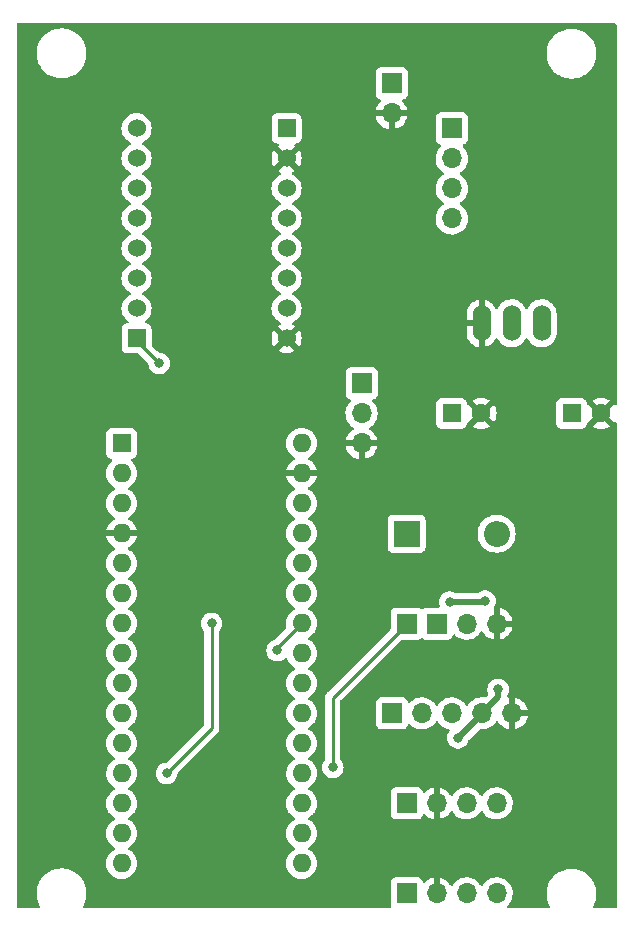
<source format=gbr>
%TF.GenerationSoftware,KiCad,Pcbnew,(6.0.4)*%
%TF.CreationDate,2022-08-04T20:18:12-07:00*%
%TF.ProjectId,l0ckcr4ck3r,6c30636b-6372-4346-936b-33722e6b6963,rev?*%
%TF.SameCoordinates,Original*%
%TF.FileFunction,Copper,L2,Bot*%
%TF.FilePolarity,Positive*%
%FSLAX46Y46*%
G04 Gerber Fmt 4.6, Leading zero omitted, Abs format (unit mm)*
G04 Created by KiCad (PCBNEW (6.0.4)) date 2022-08-04 20:18:12*
%MOMM*%
%LPD*%
G01*
G04 APERTURE LIST*
%TA.AperFunction,ComponentPad*%
%ADD10R,1.524000X1.524000*%
%TD*%
%TA.AperFunction,ComponentPad*%
%ADD11C,1.524000*%
%TD*%
%TA.AperFunction,ComponentPad*%
%ADD12R,1.700000X1.700000*%
%TD*%
%TA.AperFunction,ComponentPad*%
%ADD13O,1.700000X1.700000*%
%TD*%
%TA.AperFunction,ComponentPad*%
%ADD14O,1.524000X3.048000*%
%TD*%
%TA.AperFunction,ComponentPad*%
%ADD15R,1.600000X1.600000*%
%TD*%
%TA.AperFunction,ComponentPad*%
%ADD16C,1.600000*%
%TD*%
%TA.AperFunction,ComponentPad*%
%ADD17R,2.200000X2.200000*%
%TD*%
%TA.AperFunction,ComponentPad*%
%ADD18O,2.200000X2.200000*%
%TD*%
%TA.AperFunction,ComponentPad*%
%ADD19O,1.600000X1.600000*%
%TD*%
%TA.AperFunction,ViaPad*%
%ADD20C,0.800000*%
%TD*%
%TA.AperFunction,Conductor*%
%ADD21C,0.250000*%
%TD*%
%TA.AperFunction,Conductor*%
%ADD22C,0.500000*%
%TD*%
G04 APERTURE END LIST*
D10*
%TO.P,U2,JP1_1,DIR*%
%TO.N,Net-(A1-Pad7)*%
X135890000Y-64770000D03*
D11*
%TO.P,U2,JP1_2,STEP*%
%TO.N,Net-(A1-Pad6)*%
X135890000Y-62230000D03*
%TO.P,U2,JP1_3*%
%TO.N,N/C*%
X135890000Y-59690000D03*
%TO.P,U2,JP1_4,PDN/UART1*%
%TO.N,unconnected-(U2-PadJP1_4)*%
X135890000Y-57150000D03*
%TO.P,U2,JP1_5,PDN/UART2*%
%TO.N,unconnected-(U2-PadJP1_5)*%
X135890000Y-54610000D03*
%TO.P,U2,JP1_6,MS2*%
%TO.N,unconnected-(U2-PadJP1_6)*%
X135890000Y-52070000D03*
%TO.P,U2,JP1_7,MS1*%
%TO.N,unconnected-(U2-PadJP1_7)*%
X135890000Y-49530000D03*
%TO.P,U2,JP1_8,EN*%
%TO.N,Net-(A1-Pad5)*%
X135890000Y-46990000D03*
D10*
%TO.P,U2,JP2_1,VM*%
%TO.N,+12V*%
X148590000Y-46990000D03*
D11*
%TO.P,U2,JP2_2,GND*%
%TO.N,GND*%
X148590000Y-49530000D03*
%TO.P,U2,JP2_3,OA2*%
%TO.N,Net-(M1-Pad1)*%
X148590000Y-52070000D03*
%TO.P,U2,JP2_4,OA1*%
%TO.N,Net-(M1-Pad2)*%
X148590000Y-54610000D03*
%TO.P,U2,JP2_5,OB1*%
%TO.N,Net-(M1-Pad3)*%
X148590000Y-57150000D03*
%TO.P,U2,JP2_6,OB2*%
%TO.N,Net-(M1-Pad4)*%
X148590000Y-59690000D03*
%TO.P,U2,JP2_7,VIO*%
%TO.N,Net-(A1-Pad30)*%
X148590000Y-62230000D03*
%TO.P,U2,JP2_8,GND*%
%TO.N,GND*%
X148590000Y-64770000D03*
%TD*%
D12*
%TO.P,M3,1,PWM*%
%TO.N,D5*%
X161300000Y-88925000D03*
D13*
%TO.P,M3,2,+*%
%TO.N,Net-(C1-Pad1)*%
X163840000Y-88925000D03*
%TO.P,M3,3,-*%
%TO.N,GND*%
X166380000Y-88925000D03*
%TD*%
D12*
%TO.P,U6,1,VCC*%
%TO.N,+5V*%
X158760000Y-104140000D03*
D13*
%TO.P,U6,2,GND*%
%TO.N,GND*%
X161300000Y-104140000D03*
%TO.P,U6,3,SCL*%
%TO.N,SCL*%
X163840000Y-104140000D03*
%TO.P,U6,4,SDA*%
%TO.N,SDA*%
X166380000Y-104140000D03*
%TD*%
D12*
%TO.P,M2,1,+*%
%TO.N,+12V*%
X157480000Y-43180000D03*
D13*
%TO.P,M2,2,-*%
%TO.N,GND*%
X157480000Y-45720000D03*
%TD*%
D12*
%TO.P,U5,1,VCC*%
%TO.N,+5V*%
X158760000Y-111760000D03*
D13*
%TO.P,U5,2,GND*%
%TO.N,GND*%
X161300000Y-111760000D03*
%TO.P,U5,3,SCL*%
%TO.N,SCL*%
X163840000Y-111760000D03*
%TO.P,U5,4,SDA*%
%TO.N,SDA*%
X166380000Y-111760000D03*
%TD*%
D14*
%TO.P,U4,1*%
%TO.N,GND*%
X165100000Y-63500000D03*
%TO.P,U4,2*%
%TO.N,Net-(C1-Pad1)*%
X167640000Y-63500000D03*
%TO.P,U4,3,Input*%
%TO.N,+12V*%
X170180000Y-63500000D03*
%TD*%
D12*
%TO.P,M1,1*%
%TO.N,Net-(M1-Pad1)*%
X162585000Y-47000000D03*
D13*
%TO.P,M1,2,-*%
%TO.N,Net-(M1-Pad2)*%
X162585000Y-49540000D03*
%TO.P,M1,3*%
%TO.N,Net-(M1-Pad3)*%
X162585000Y-52080000D03*
%TO.P,M1,4*%
%TO.N,Net-(M1-Pad4)*%
X162585000Y-54620000D03*
%TD*%
D12*
%TO.P,M4,1,PWM*%
%TO.N,D9*%
X154940000Y-68580000D03*
D13*
%TO.P,M4,2,+*%
%TO.N,Net-(C1-Pad1)*%
X154940000Y-71120000D03*
%TO.P,M4,3,-*%
%TO.N,GND*%
X154940000Y-73660000D03*
%TD*%
D15*
%TO.P,C1,1*%
%TO.N,Net-(C1-Pad1)*%
X162560000Y-71120000D03*
D16*
%TO.P,C1,2*%
%TO.N,GND*%
X165060000Y-71120000D03*
%TD*%
D12*
%TO.P,U3,1,CLK*%
%TO.N,CLK*%
X157510000Y-96520000D03*
D13*
%TO.P,U3,2,DT*%
%TO.N,DT*%
X160050000Y-96520000D03*
%TO.P,U3,3,SW*%
%TO.N,SW*%
X162590000Y-96520000D03*
%TO.P,U3,4,+*%
%TO.N,+5V*%
X165130000Y-96520000D03*
%TO.P,U3,5,GND*%
%TO.N,GND*%
X167670000Y-96520000D03*
%TD*%
D17*
%TO.P,D1,1,K*%
%TO.N,+5V*%
X158750000Y-81305000D03*
D18*
%TO.P,D1,2,A*%
%TO.N,Net-(C1-Pad1)*%
X166370000Y-81305000D03*
%TD*%
D15*
%TO.P,C2,1*%
%TO.N,+12V*%
X172720000Y-71120000D03*
D16*
%TO.P,C2,2*%
%TO.N,GND*%
X175220000Y-71120000D03*
%TD*%
D15*
%TO.P,A1,1,D1/TX*%
%TO.N,unconnected-(A1-Pad1)*%
X134620000Y-73660000D03*
D19*
%TO.P,A1,2,D0/RX*%
%TO.N,unconnected-(A1-Pad2)*%
X134620000Y-76200000D03*
%TO.P,A1,3,~{RESET}*%
%TO.N,unconnected-(A1-Pad3)*%
X134620000Y-78740000D03*
%TO.P,A1,4,GND*%
%TO.N,GND*%
X134620000Y-81280000D03*
%TO.P,A1,5,D2*%
%TO.N,Net-(A1-Pad5)*%
X134620000Y-83820000D03*
%TO.P,A1,6,D3*%
%TO.N,Net-(A1-Pad6)*%
X134620000Y-86360000D03*
%TO.P,A1,7,D4*%
%TO.N,Net-(A1-Pad7)*%
X134620000Y-88900000D03*
%TO.P,A1,8,D5*%
%TO.N,D5*%
X134620000Y-91440000D03*
%TO.P,A1,9,D6*%
%TO.N,CLK*%
X134620000Y-93980000D03*
%TO.P,A1,10,D7*%
%TO.N,DT*%
X134620000Y-96520000D03*
%TO.P,A1,11,D8*%
%TO.N,SW*%
X134620000Y-99060000D03*
%TO.P,A1,12,D9*%
%TO.N,D9*%
X134620000Y-101600000D03*
%TO.P,A1,13,D10*%
%TO.N,unconnected-(A1-Pad13)*%
X134620000Y-104140000D03*
%TO.P,A1,14,D11*%
%TO.N,unconnected-(A1-Pad14)*%
X134620000Y-106680000D03*
%TO.P,A1,15,D12*%
%TO.N,unconnected-(A1-Pad15)*%
X134620000Y-109220000D03*
%TO.P,A1,16,D13*%
%TO.N,unconnected-(A1-Pad16)*%
X149860000Y-109220000D03*
%TO.P,A1,17,3V3*%
%TO.N,unconnected-(A1-Pad17)*%
X149860000Y-106680000D03*
%TO.P,A1,18,AREF*%
%TO.N,unconnected-(A1-Pad18)*%
X149860000Y-104140000D03*
%TO.P,A1,19,A0*%
%TO.N,Net-(A1-Pad19)*%
X149860000Y-101600000D03*
%TO.P,A1,20,A1*%
%TO.N,unconnected-(A1-Pad20)*%
X149860000Y-99060000D03*
%TO.P,A1,21,A2*%
%TO.N,unconnected-(A1-Pad21)*%
X149860000Y-96520000D03*
%TO.P,A1,22,A3*%
%TO.N,unconnected-(A1-Pad22)*%
X149860000Y-93980000D03*
%TO.P,A1,23,A4*%
%TO.N,SDA*%
X149860000Y-91440000D03*
%TO.P,A1,24,A5*%
%TO.N,SCL*%
X149860000Y-88900000D03*
%TO.P,A1,25,A6*%
%TO.N,unconnected-(A1-Pad25)*%
X149860000Y-86360000D03*
%TO.P,A1,26,A7*%
%TO.N,unconnected-(A1-Pad26)*%
X149860000Y-83820000D03*
%TO.P,A1,27,+5V*%
%TO.N,+5V*%
X149860000Y-81280000D03*
%TO.P,A1,28,~{RESET}*%
%TO.N,unconnected-(A1-Pad28)*%
X149860000Y-78740000D03*
%TO.P,A1,29,GND*%
%TO.N,GND*%
X149860000Y-76200000D03*
%TO.P,A1,30,VIN*%
%TO.N,Net-(A1-Pad30)*%
X149860000Y-73660000D03*
%TD*%
D12*
%TO.P,J1,1,Pin_1*%
%TO.N,Net-(A1-Pad19)*%
X158760000Y-88925000D03*
%TD*%
D20*
%TO.N,GND*%
X140970000Y-43180000D03*
X140970000Y-44450000D03*
X140970000Y-45720000D03*
%TO.N,Net-(A1-Pad7)*%
X137800000Y-66900000D03*
%TO.N,Net-(A1-Pad19)*%
X152500000Y-101100000D03*
%TO.N,SCL*%
X147800000Y-91200000D03*
%TO.N,+5V*%
X166500000Y-94500000D03*
X165400000Y-87000000D03*
X162400000Y-87100000D03*
X163100000Y-98600000D03*
%TO.N,D9*%
X138430000Y-101600000D03*
X142240000Y-88900000D03*
%TD*%
D21*
%TO.N,Net-(A1-Pad7)*%
X137800000Y-66900000D02*
X135890000Y-64990000D01*
X135890000Y-64990000D02*
X135890000Y-64770000D01*
%TO.N,Net-(A1-Pad19)*%
X152500000Y-95185000D02*
X158760000Y-88925000D01*
X152500000Y-101100000D02*
X152500000Y-95185000D01*
%TO.N,SCL*%
X147800000Y-90960000D02*
X149860000Y-88900000D01*
X147800000Y-91200000D02*
X147800000Y-90960000D01*
D22*
%TO.N,+5V*%
X165130000Y-96520000D02*
X165130000Y-96570000D01*
X165300000Y-87100000D02*
X165400000Y-87000000D01*
X162400000Y-87100000D02*
X165300000Y-87100000D01*
X166500000Y-95150000D02*
X165130000Y-96520000D01*
X166500000Y-94500000D02*
X166500000Y-95150000D01*
X165130000Y-96570000D02*
X163100000Y-98600000D01*
D21*
%TO.N,D9*%
X138430000Y-101600000D02*
X142240000Y-97790000D01*
X142240000Y-97790000D02*
X142240000Y-88900000D01*
%TD*%
%TA.AperFunction,Conductor*%
%TO.N,GND*%
G36*
X176472121Y-38120002D02*
G01*
X176518614Y-38173658D01*
X176530000Y-38226000D01*
X176530000Y-70314795D01*
X176509998Y-70382916D01*
X176456342Y-70429409D01*
X176386068Y-70439513D01*
X176325330Y-70413217D01*
X176307013Y-70398576D01*
X176293566Y-70405644D01*
X175592022Y-71107188D01*
X175584408Y-71121132D01*
X175584539Y-71122965D01*
X175588790Y-71129580D01*
X176294287Y-71835077D01*
X176306062Y-71841507D01*
X176326900Y-71825386D01*
X176393018Y-71799522D01*
X176462623Y-71813511D01*
X176513616Y-71862911D01*
X176530000Y-71925043D01*
X176530000Y-112904000D01*
X176509998Y-112972121D01*
X176456342Y-113018614D01*
X176404000Y-113030000D01*
X174654998Y-113030000D01*
X174586877Y-113009998D01*
X174540384Y-112956342D01*
X174530280Y-112886068D01*
X174547566Y-112838164D01*
X174590684Y-112767803D01*
X174590687Y-112767798D01*
X174592927Y-112764142D01*
X174639791Y-112657384D01*
X174706757Y-112504830D01*
X174708483Y-112500898D01*
X174715605Y-112475898D01*
X174747863Y-112362652D01*
X174787244Y-112224406D01*
X174827751Y-111939784D01*
X174827845Y-111921951D01*
X174829235Y-111656583D01*
X174829235Y-111656576D01*
X174829257Y-111652297D01*
X174825407Y-111623049D01*
X174792292Y-111371522D01*
X174791732Y-111367266D01*
X174715871Y-111089964D01*
X174648888Y-110932926D01*
X174604763Y-110829476D01*
X174604761Y-110829472D01*
X174603077Y-110825524D01*
X174474110Y-110610036D01*
X174457643Y-110582521D01*
X174457640Y-110582517D01*
X174455439Y-110578839D01*
X174275687Y-110354472D01*
X174067149Y-110156577D01*
X173833683Y-109988814D01*
X173811843Y-109977250D01*
X173782670Y-109961804D01*
X173579608Y-109854288D01*
X173309627Y-109755489D01*
X173028736Y-109694245D01*
X172997685Y-109691801D01*
X172805718Y-109676693D01*
X172805709Y-109676693D01*
X172803261Y-109676500D01*
X172647729Y-109676500D01*
X172645593Y-109676646D01*
X172645582Y-109676646D01*
X172437452Y-109690835D01*
X172437446Y-109690836D01*
X172433175Y-109691127D01*
X172428980Y-109691996D01*
X172428978Y-109691996D01*
X172292416Y-109720277D01*
X172151658Y-109749426D01*
X171880657Y-109845393D01*
X171876848Y-109847359D01*
X171646363Y-109966321D01*
X171625188Y-109977250D01*
X171621687Y-109979711D01*
X171621683Y-109979713D01*
X171611594Y-109986804D01*
X171389977Y-110142559D01*
X171374892Y-110156577D01*
X171185239Y-110332814D01*
X171179378Y-110338260D01*
X170997287Y-110560732D01*
X170847073Y-110805858D01*
X170845347Y-110809791D01*
X170845346Y-110809792D01*
X170733333Y-111064964D01*
X170731517Y-111069102D01*
X170730342Y-111073229D01*
X170730341Y-111073230D01*
X170718944Y-111113240D01*
X170652756Y-111345594D01*
X170622485Y-111558296D01*
X170615155Y-111609800D01*
X170612249Y-111630216D01*
X170612227Y-111634505D01*
X170612226Y-111634512D01*
X170610765Y-111913417D01*
X170610743Y-111917703D01*
X170648268Y-112202734D01*
X170724129Y-112480036D01*
X170725813Y-112483984D01*
X170833837Y-112737240D01*
X170836923Y-112744476D01*
X170848693Y-112764142D01*
X170893670Y-112839294D01*
X170911490Y-112908018D01*
X170889326Y-112975466D01*
X170834215Y-113020225D01*
X170785554Y-113030000D01*
X167332680Y-113030000D01*
X167264559Y-113009998D01*
X167218066Y-112956342D01*
X167207962Y-112886068D01*
X167237456Y-112821488D01*
X167252189Y-112808089D01*
X167251702Y-112807513D01*
X167255657Y-112804171D01*
X167259860Y-112801173D01*
X167300969Y-112760208D01*
X167404152Y-112657384D01*
X167418096Y-112643489D01*
X167548453Y-112462077D01*
X167553979Y-112450897D01*
X167645136Y-112266453D01*
X167645137Y-112266451D01*
X167647430Y-112261811D01*
X167712370Y-112048069D01*
X167741529Y-111826590D01*
X167742611Y-111782301D01*
X167743074Y-111763365D01*
X167743074Y-111763361D01*
X167743156Y-111760000D01*
X167724852Y-111537361D01*
X167670431Y-111320702D01*
X167581354Y-111115840D01*
X167460014Y-110928277D01*
X167309670Y-110763051D01*
X167305619Y-110759852D01*
X167305615Y-110759848D01*
X167138414Y-110627800D01*
X167138410Y-110627798D01*
X167134359Y-110624598D01*
X167098028Y-110604542D01*
X167045403Y-110575492D01*
X166938789Y-110516638D01*
X166933920Y-110514914D01*
X166933916Y-110514912D01*
X166733087Y-110443795D01*
X166733083Y-110443794D01*
X166728212Y-110442069D01*
X166723119Y-110441162D01*
X166723116Y-110441161D01*
X166513373Y-110403800D01*
X166513367Y-110403799D01*
X166508284Y-110402894D01*
X166434452Y-110401992D01*
X166290081Y-110400228D01*
X166290079Y-110400228D01*
X166284911Y-110400165D01*
X166064091Y-110433955D01*
X165851756Y-110503357D01*
X165795938Y-110532414D01*
X165699684Y-110582521D01*
X165653607Y-110606507D01*
X165649474Y-110609610D01*
X165649471Y-110609612D01*
X165479100Y-110737530D01*
X165474965Y-110740635D01*
X165320629Y-110902138D01*
X165213201Y-111059621D01*
X165158293Y-111104621D01*
X165087768Y-111112792D01*
X165024021Y-111081538D01*
X165003324Y-111057054D01*
X164922822Y-110932617D01*
X164922820Y-110932614D01*
X164920014Y-110928277D01*
X164769670Y-110763051D01*
X164765619Y-110759852D01*
X164765615Y-110759848D01*
X164598414Y-110627800D01*
X164598410Y-110627798D01*
X164594359Y-110624598D01*
X164558028Y-110604542D01*
X164505403Y-110575492D01*
X164398789Y-110516638D01*
X164393920Y-110514914D01*
X164393916Y-110514912D01*
X164193087Y-110443795D01*
X164193083Y-110443794D01*
X164188212Y-110442069D01*
X164183119Y-110441162D01*
X164183116Y-110441161D01*
X163973373Y-110403800D01*
X163973367Y-110403799D01*
X163968284Y-110402894D01*
X163894452Y-110401992D01*
X163750081Y-110400228D01*
X163750079Y-110400228D01*
X163744911Y-110400165D01*
X163524091Y-110433955D01*
X163311756Y-110503357D01*
X163255938Y-110532414D01*
X163159684Y-110582521D01*
X163113607Y-110606507D01*
X163109474Y-110609610D01*
X163109471Y-110609612D01*
X162939100Y-110737530D01*
X162934965Y-110740635D01*
X162780629Y-110902138D01*
X162673204Y-111059618D01*
X162672898Y-111060066D01*
X162617987Y-111105069D01*
X162547462Y-111113240D01*
X162483715Y-111081986D01*
X162463018Y-111057502D01*
X162382426Y-110932926D01*
X162376136Y-110924757D01*
X162232806Y-110767240D01*
X162225273Y-110760215D01*
X162058139Y-110628222D01*
X162049552Y-110622517D01*
X161863117Y-110519599D01*
X161853705Y-110515369D01*
X161652959Y-110444280D01*
X161642988Y-110441646D01*
X161571837Y-110428972D01*
X161558540Y-110430432D01*
X161554000Y-110444989D01*
X161554000Y-111888000D01*
X161533998Y-111956121D01*
X161480342Y-112002614D01*
X161428000Y-112014000D01*
X161172000Y-112014000D01*
X161103879Y-111993998D01*
X161057386Y-111940342D01*
X161046000Y-111888000D01*
X161046000Y-110443102D01*
X161042082Y-110429758D01*
X161027806Y-110427771D01*
X160989324Y-110433660D01*
X160979288Y-110436051D01*
X160776868Y-110502212D01*
X160767359Y-110506209D01*
X160578463Y-110604542D01*
X160569738Y-110610036D01*
X160399433Y-110737905D01*
X160391726Y-110744748D01*
X160314478Y-110825584D01*
X160252954Y-110861014D01*
X160182042Y-110857557D01*
X160124255Y-110816311D01*
X160105402Y-110782763D01*
X160063767Y-110671703D01*
X160060615Y-110663295D01*
X159973261Y-110546739D01*
X159856705Y-110459385D01*
X159720316Y-110408255D01*
X159658134Y-110401500D01*
X157861866Y-110401500D01*
X157799684Y-110408255D01*
X157663295Y-110459385D01*
X157546739Y-110546739D01*
X157459385Y-110663295D01*
X157408255Y-110799684D01*
X157401500Y-110861866D01*
X157401500Y-112658134D01*
X157408255Y-112720316D01*
X157423210Y-112760208D01*
X157459385Y-112856705D01*
X157456711Y-112857708D01*
X157468770Y-112912850D01*
X157444032Y-112979398D01*
X157387243Y-113022007D01*
X157343081Y-113030000D01*
X131459678Y-113030000D01*
X131391557Y-113009998D01*
X131345064Y-112956342D01*
X131334960Y-112886068D01*
X131352246Y-112838165D01*
X131410680Y-112742810D01*
X131410684Y-112742802D01*
X131412927Y-112739142D01*
X131416927Y-112730031D01*
X131526757Y-112479830D01*
X131528483Y-112475898D01*
X131533742Y-112457438D01*
X131598947Y-112228534D01*
X131607244Y-112199406D01*
X131644193Y-111939784D01*
X131647146Y-111919036D01*
X131647146Y-111919034D01*
X131647751Y-111914784D01*
X131647845Y-111896951D01*
X131649235Y-111631583D01*
X131649235Y-111631576D01*
X131649257Y-111627297D01*
X131646954Y-111609800D01*
X131615761Y-111372873D01*
X131611732Y-111342266D01*
X131535871Y-111064964D01*
X131468239Y-110906403D01*
X131424763Y-110804476D01*
X131424761Y-110804472D01*
X131423077Y-110800524D01*
X131319704Y-110627800D01*
X131277643Y-110557521D01*
X131277640Y-110557517D01*
X131275439Y-110553839D01*
X131095687Y-110329472D01*
X130887149Y-110131577D01*
X130653683Y-109963814D01*
X130631843Y-109952250D01*
X130497760Y-109881257D01*
X130399608Y-109829288D01*
X130264617Y-109779888D01*
X130133658Y-109731964D01*
X130133656Y-109731963D01*
X130129627Y-109730489D01*
X129848736Y-109669245D01*
X129817685Y-109666801D01*
X129625718Y-109651693D01*
X129625709Y-109651693D01*
X129623261Y-109651500D01*
X129467729Y-109651500D01*
X129465593Y-109651646D01*
X129465582Y-109651646D01*
X129257452Y-109665835D01*
X129257446Y-109665836D01*
X129253175Y-109666127D01*
X129248980Y-109666996D01*
X129248978Y-109666996D01*
X129119020Y-109693909D01*
X128971658Y-109724426D01*
X128700657Y-109820393D01*
X128445188Y-109952250D01*
X128441687Y-109954711D01*
X128441683Y-109954713D01*
X128327583Y-110034904D01*
X128209977Y-110117559D01*
X127999378Y-110313260D01*
X127817287Y-110535732D01*
X127667073Y-110780858D01*
X127665347Y-110784791D01*
X127665346Y-110784792D01*
X127633004Y-110858469D01*
X127551517Y-111044102D01*
X127550342Y-111048229D01*
X127550341Y-111048230D01*
X127543220Y-111073230D01*
X127472756Y-111320594D01*
X127432249Y-111605216D01*
X127432227Y-111609505D01*
X127432226Y-111609512D01*
X127430765Y-111888417D01*
X127430743Y-111892703D01*
X127431302Y-111896947D01*
X127431302Y-111896951D01*
X127436376Y-111935488D01*
X127468268Y-112177734D01*
X127544129Y-112455036D01*
X127545813Y-112458984D01*
X127626068Y-112647137D01*
X127656923Y-112719476D01*
X127727957Y-112838165D01*
X127728633Y-112839294D01*
X127746453Y-112908017D01*
X127724289Y-112975466D01*
X127669178Y-113020224D01*
X127620517Y-113030000D01*
X125856000Y-113030000D01*
X125787879Y-113009998D01*
X125741386Y-112956342D01*
X125730000Y-112904000D01*
X125730000Y-109220000D01*
X133306502Y-109220000D01*
X133326457Y-109448087D01*
X133385716Y-109669243D01*
X133388039Y-109674224D01*
X133388039Y-109674225D01*
X133480151Y-109871762D01*
X133480154Y-109871767D01*
X133482477Y-109876749D01*
X133613802Y-110064300D01*
X133775700Y-110226198D01*
X133780208Y-110229355D01*
X133780211Y-110229357D01*
X133858389Y-110284098D01*
X133963251Y-110357523D01*
X133968233Y-110359846D01*
X133968238Y-110359849D01*
X134165775Y-110451961D01*
X134170757Y-110454284D01*
X134176065Y-110455706D01*
X134176067Y-110455707D01*
X134386598Y-110512119D01*
X134386600Y-110512119D01*
X134391913Y-110513543D01*
X134620000Y-110533498D01*
X134848087Y-110513543D01*
X134853400Y-110512119D01*
X134853402Y-110512119D01*
X135063933Y-110455707D01*
X135063935Y-110455706D01*
X135069243Y-110454284D01*
X135074225Y-110451961D01*
X135271762Y-110359849D01*
X135271767Y-110359846D01*
X135276749Y-110357523D01*
X135381611Y-110284098D01*
X135459789Y-110229357D01*
X135459792Y-110229355D01*
X135464300Y-110226198D01*
X135626198Y-110064300D01*
X135757523Y-109876749D01*
X135759846Y-109871767D01*
X135759849Y-109871762D01*
X135851961Y-109674225D01*
X135851961Y-109674224D01*
X135854284Y-109669243D01*
X135913543Y-109448087D01*
X135933498Y-109220000D01*
X135913543Y-108991913D01*
X135854284Y-108770757D01*
X135851961Y-108765775D01*
X135759849Y-108568238D01*
X135759846Y-108568233D01*
X135757523Y-108563251D01*
X135626198Y-108375700D01*
X135464300Y-108213802D01*
X135459792Y-108210645D01*
X135459789Y-108210643D01*
X135381611Y-108155902D01*
X135276749Y-108082477D01*
X135271767Y-108080154D01*
X135271762Y-108080151D01*
X135237543Y-108064195D01*
X135184258Y-108017278D01*
X135164797Y-107949001D01*
X135185339Y-107881041D01*
X135237543Y-107835805D01*
X135271762Y-107819849D01*
X135271767Y-107819846D01*
X135276749Y-107817523D01*
X135381611Y-107744098D01*
X135459789Y-107689357D01*
X135459792Y-107689355D01*
X135464300Y-107686198D01*
X135626198Y-107524300D01*
X135757523Y-107336749D01*
X135759846Y-107331767D01*
X135759849Y-107331762D01*
X135851961Y-107134225D01*
X135851961Y-107134224D01*
X135854284Y-107129243D01*
X135913543Y-106908087D01*
X135933498Y-106680000D01*
X135913543Y-106451913D01*
X135854284Y-106230757D01*
X135851961Y-106225775D01*
X135759849Y-106028238D01*
X135759846Y-106028233D01*
X135757523Y-106023251D01*
X135626198Y-105835700D01*
X135464300Y-105673802D01*
X135459792Y-105670645D01*
X135459789Y-105670643D01*
X135381611Y-105615902D01*
X135276749Y-105542477D01*
X135271767Y-105540154D01*
X135271762Y-105540151D01*
X135237543Y-105524195D01*
X135184258Y-105477278D01*
X135164797Y-105409001D01*
X135185339Y-105341041D01*
X135237543Y-105295805D01*
X135271762Y-105279849D01*
X135271767Y-105279846D01*
X135276749Y-105277523D01*
X135410069Y-105184171D01*
X135459789Y-105149357D01*
X135459792Y-105149355D01*
X135464300Y-105146198D01*
X135626198Y-104984300D01*
X135650923Y-104948990D01*
X135725784Y-104842077D01*
X135757523Y-104796749D01*
X135759846Y-104791767D01*
X135759849Y-104791762D01*
X135851961Y-104594225D01*
X135851961Y-104594224D01*
X135854284Y-104589243D01*
X135898846Y-104422939D01*
X135912119Y-104373402D01*
X135912119Y-104373400D01*
X135913543Y-104368087D01*
X135933498Y-104140000D01*
X135913543Y-103911913D01*
X135912119Y-103906598D01*
X135855707Y-103696067D01*
X135855706Y-103696065D01*
X135854284Y-103690757D01*
X135844281Y-103669305D01*
X135759849Y-103488238D01*
X135759846Y-103488233D01*
X135757523Y-103483251D01*
X135638260Y-103312926D01*
X135629357Y-103300211D01*
X135629355Y-103300208D01*
X135626198Y-103295700D01*
X135464300Y-103133802D01*
X135459792Y-103130645D01*
X135459789Y-103130643D01*
X135324780Y-103036109D01*
X135276749Y-103002477D01*
X135271767Y-103000154D01*
X135271762Y-103000151D01*
X135237543Y-102984195D01*
X135184258Y-102937278D01*
X135164797Y-102869001D01*
X135185339Y-102801041D01*
X135237543Y-102755805D01*
X135271762Y-102739849D01*
X135271767Y-102739846D01*
X135276749Y-102737523D01*
X135381611Y-102664098D01*
X135459789Y-102609357D01*
X135459792Y-102609355D01*
X135464300Y-102606198D01*
X135626198Y-102444300D01*
X135661557Y-102393803D01*
X135684098Y-102361611D01*
X135757523Y-102256749D01*
X135759846Y-102251767D01*
X135759849Y-102251762D01*
X135851961Y-102054225D01*
X135851961Y-102054224D01*
X135854284Y-102049243D01*
X135875841Y-101968794D01*
X135912119Y-101833402D01*
X135912119Y-101833400D01*
X135913543Y-101828087D01*
X135933498Y-101600000D01*
X137516496Y-101600000D01*
X137536458Y-101789928D01*
X137595473Y-101971556D01*
X137598776Y-101977278D01*
X137598777Y-101977279D01*
X137616803Y-102008500D01*
X137690960Y-102136944D01*
X137818747Y-102278866D01*
X137973248Y-102391118D01*
X137979276Y-102393802D01*
X137979278Y-102393803D01*
X138082565Y-102439789D01*
X138147712Y-102468794D01*
X138241113Y-102488647D01*
X138328056Y-102507128D01*
X138328061Y-102507128D01*
X138334513Y-102508500D01*
X138525487Y-102508500D01*
X138531939Y-102507128D01*
X138531944Y-102507128D01*
X138618888Y-102488647D01*
X138712288Y-102468794D01*
X138777435Y-102439789D01*
X138880722Y-102393803D01*
X138880724Y-102393802D01*
X138886752Y-102391118D01*
X139041253Y-102278866D01*
X139169040Y-102136944D01*
X139243197Y-102008500D01*
X139261223Y-101977279D01*
X139261224Y-101977278D01*
X139264527Y-101971556D01*
X139323542Y-101789928D01*
X139340907Y-101624706D01*
X139367920Y-101559050D01*
X139377122Y-101548782D01*
X142632247Y-98293657D01*
X142640537Y-98286113D01*
X142647018Y-98282000D01*
X142693659Y-98232332D01*
X142696413Y-98229491D01*
X142716135Y-98209769D01*
X142718612Y-98206576D01*
X142726317Y-98197555D01*
X142751159Y-98171100D01*
X142756586Y-98165321D01*
X142760407Y-98158371D01*
X142766346Y-98147568D01*
X142777202Y-98131041D01*
X142784757Y-98121302D01*
X142784758Y-98121300D01*
X142789614Y-98115040D01*
X142807174Y-98074460D01*
X142812391Y-98063812D01*
X142829875Y-98032009D01*
X142829876Y-98032007D01*
X142833695Y-98025060D01*
X142838733Y-98005437D01*
X142845137Y-97986734D01*
X142850033Y-97975420D01*
X142850033Y-97975419D01*
X142853181Y-97968145D01*
X142854420Y-97960322D01*
X142854423Y-97960312D01*
X142860099Y-97924476D01*
X142862505Y-97912856D01*
X142871528Y-97877711D01*
X142871528Y-97877710D01*
X142873500Y-97870030D01*
X142873500Y-97849776D01*
X142875051Y-97830065D01*
X142875052Y-97830062D01*
X142878220Y-97810057D01*
X142874059Y-97766038D01*
X142873500Y-97754181D01*
X142873500Y-91200000D01*
X146886496Y-91200000D01*
X146906458Y-91389928D01*
X146965473Y-91571556D01*
X147060960Y-91736944D01*
X147188747Y-91878866D01*
X147343248Y-91991118D01*
X147349276Y-91993802D01*
X147349278Y-91993803D01*
X147511681Y-92066109D01*
X147517712Y-92068794D01*
X147611112Y-92088647D01*
X147698056Y-92107128D01*
X147698061Y-92107128D01*
X147704513Y-92108500D01*
X147895487Y-92108500D01*
X147901939Y-92107128D01*
X147901944Y-92107128D01*
X147988888Y-92088647D01*
X148082288Y-92068794D01*
X148088319Y-92066109D01*
X148250722Y-91993803D01*
X148250724Y-91993802D01*
X148256752Y-91991118D01*
X148411253Y-91878866D01*
X148421978Y-91866955D01*
X148482422Y-91829717D01*
X148553406Y-91831069D01*
X148612390Y-91870583D01*
X148629807Y-91898017D01*
X148720151Y-92091762D01*
X148720154Y-92091767D01*
X148722477Y-92096749D01*
X148853802Y-92284300D01*
X149015700Y-92446198D01*
X149020208Y-92449355D01*
X149020211Y-92449357D01*
X149098389Y-92504098D01*
X149203251Y-92577523D01*
X149208233Y-92579846D01*
X149208238Y-92579849D01*
X149242457Y-92595805D01*
X149295742Y-92642722D01*
X149315203Y-92710999D01*
X149294661Y-92778959D01*
X149242457Y-92824195D01*
X149208238Y-92840151D01*
X149208233Y-92840154D01*
X149203251Y-92842477D01*
X149098389Y-92915902D01*
X149020211Y-92970643D01*
X149020208Y-92970645D01*
X149015700Y-92973802D01*
X148853802Y-93135700D01*
X148722477Y-93323251D01*
X148720154Y-93328233D01*
X148720151Y-93328238D01*
X148628039Y-93525775D01*
X148625716Y-93530757D01*
X148624294Y-93536065D01*
X148624293Y-93536067D01*
X148577987Y-93708882D01*
X148566457Y-93751913D01*
X148546502Y-93980000D01*
X148566457Y-94208087D01*
X148567881Y-94213400D01*
X148567881Y-94213402D01*
X148595543Y-94316635D01*
X148625716Y-94429243D01*
X148628039Y-94434224D01*
X148628039Y-94434225D01*
X148720151Y-94631762D01*
X148720154Y-94631767D01*
X148722477Y-94636749D01*
X148765910Y-94698777D01*
X148839518Y-94803900D01*
X148853802Y-94824300D01*
X149015700Y-94986198D01*
X149020208Y-94989355D01*
X149020211Y-94989357D01*
X149045201Y-95006855D01*
X149203251Y-95117523D01*
X149208233Y-95119846D01*
X149208238Y-95119849D01*
X149242457Y-95135805D01*
X149295742Y-95182722D01*
X149315203Y-95250999D01*
X149294661Y-95318959D01*
X149242457Y-95364195D01*
X149208238Y-95380151D01*
X149208233Y-95380154D01*
X149203251Y-95382477D01*
X149163232Y-95410499D01*
X149020211Y-95510643D01*
X149020208Y-95510645D01*
X149015700Y-95513802D01*
X148853802Y-95675700D01*
X148850645Y-95680208D01*
X148850643Y-95680211D01*
X148817863Y-95727026D01*
X148722477Y-95863251D01*
X148720154Y-95868233D01*
X148720151Y-95868238D01*
X148628039Y-96065775D01*
X148625716Y-96070757D01*
X148566457Y-96291913D01*
X148546502Y-96520000D01*
X148566457Y-96748087D01*
X148567881Y-96753400D01*
X148567881Y-96753402D01*
X148577031Y-96787548D01*
X148625716Y-96969243D01*
X148628039Y-96974224D01*
X148628039Y-96974225D01*
X148720151Y-97171762D01*
X148720154Y-97171767D01*
X148722477Y-97176749D01*
X148754882Y-97223028D01*
X148829078Y-97328990D01*
X148853802Y-97364300D01*
X149015700Y-97526198D01*
X149020208Y-97529355D01*
X149020211Y-97529357D01*
X149069931Y-97564171D01*
X149203251Y-97657523D01*
X149208233Y-97659846D01*
X149208238Y-97659849D01*
X149242457Y-97675805D01*
X149295742Y-97722722D01*
X149315203Y-97790999D01*
X149294661Y-97858959D01*
X149242457Y-97904195D01*
X149208238Y-97920151D01*
X149208233Y-97920154D01*
X149203251Y-97922477D01*
X149138031Y-97968145D01*
X149020211Y-98050643D01*
X149020208Y-98050645D01*
X149015700Y-98053802D01*
X148853802Y-98215700D01*
X148850645Y-98220208D01*
X148850643Y-98220211D01*
X148811423Y-98276223D01*
X148722477Y-98403251D01*
X148720154Y-98408233D01*
X148720151Y-98408238D01*
X148633793Y-98593435D01*
X148625716Y-98610757D01*
X148624294Y-98616065D01*
X148624293Y-98616067D01*
X148567881Y-98826598D01*
X148566457Y-98831913D01*
X148546502Y-99060000D01*
X148566457Y-99288087D01*
X148567881Y-99293400D01*
X148567881Y-99293402D01*
X148614878Y-99468794D01*
X148625716Y-99509243D01*
X148628039Y-99514224D01*
X148628039Y-99514225D01*
X148720151Y-99711762D01*
X148720154Y-99711767D01*
X148722477Y-99716749D01*
X148853802Y-99904300D01*
X149015700Y-100066198D01*
X149020208Y-100069355D01*
X149020211Y-100069357D01*
X149098389Y-100124098D01*
X149203251Y-100197523D01*
X149208233Y-100199846D01*
X149208238Y-100199849D01*
X149242457Y-100215805D01*
X149295742Y-100262722D01*
X149315203Y-100330999D01*
X149294661Y-100398959D01*
X149242457Y-100444195D01*
X149208238Y-100460151D01*
X149208233Y-100460154D01*
X149203251Y-100462477D01*
X149175674Y-100481787D01*
X149020211Y-100590643D01*
X149020208Y-100590645D01*
X149015700Y-100593802D01*
X148853802Y-100755700D01*
X148850645Y-100760208D01*
X148850643Y-100760211D01*
X148816563Y-100808882D01*
X148722477Y-100943251D01*
X148720154Y-100948233D01*
X148720151Y-100948238D01*
X148649384Y-101100000D01*
X148625716Y-101150757D01*
X148624294Y-101156065D01*
X148624293Y-101156067D01*
X148588425Y-101289928D01*
X148566457Y-101371913D01*
X148546502Y-101600000D01*
X148566457Y-101828087D01*
X148567881Y-101833400D01*
X148567881Y-101833402D01*
X148604160Y-101968794D01*
X148625716Y-102049243D01*
X148628039Y-102054224D01*
X148628039Y-102054225D01*
X148720151Y-102251762D01*
X148720154Y-102251767D01*
X148722477Y-102256749D01*
X148795902Y-102361611D01*
X148818444Y-102393803D01*
X148853802Y-102444300D01*
X149015700Y-102606198D01*
X149020208Y-102609355D01*
X149020211Y-102609357D01*
X149098389Y-102664098D01*
X149203251Y-102737523D01*
X149208233Y-102739846D01*
X149208238Y-102739849D01*
X149242457Y-102755805D01*
X149295742Y-102802722D01*
X149315203Y-102870999D01*
X149294661Y-102938959D01*
X149242457Y-102984195D01*
X149208238Y-103000151D01*
X149208233Y-103000154D01*
X149203251Y-103002477D01*
X149155220Y-103036109D01*
X149020211Y-103130643D01*
X149020208Y-103130645D01*
X149015700Y-103133802D01*
X148853802Y-103295700D01*
X148850645Y-103300208D01*
X148850643Y-103300211D01*
X148841740Y-103312926D01*
X148722477Y-103483251D01*
X148720154Y-103488233D01*
X148720151Y-103488238D01*
X148635719Y-103669305D01*
X148625716Y-103690757D01*
X148624294Y-103696065D01*
X148624293Y-103696067D01*
X148567881Y-103906598D01*
X148566457Y-103911913D01*
X148546502Y-104140000D01*
X148566457Y-104368087D01*
X148567881Y-104373400D01*
X148567881Y-104373402D01*
X148581155Y-104422939D01*
X148625716Y-104589243D01*
X148628039Y-104594224D01*
X148628039Y-104594225D01*
X148720151Y-104791762D01*
X148720154Y-104791767D01*
X148722477Y-104796749D01*
X148754216Y-104842077D01*
X148829078Y-104948990D01*
X148853802Y-104984300D01*
X149015700Y-105146198D01*
X149020208Y-105149355D01*
X149020211Y-105149357D01*
X149069931Y-105184171D01*
X149203251Y-105277523D01*
X149208233Y-105279846D01*
X149208238Y-105279849D01*
X149242457Y-105295805D01*
X149295742Y-105342722D01*
X149315203Y-105410999D01*
X149294661Y-105478959D01*
X149242457Y-105524195D01*
X149208238Y-105540151D01*
X149208233Y-105540154D01*
X149203251Y-105542477D01*
X149098389Y-105615902D01*
X149020211Y-105670643D01*
X149020208Y-105670645D01*
X149015700Y-105673802D01*
X148853802Y-105835700D01*
X148722477Y-106023251D01*
X148720154Y-106028233D01*
X148720151Y-106028238D01*
X148628039Y-106225775D01*
X148625716Y-106230757D01*
X148566457Y-106451913D01*
X148546502Y-106680000D01*
X148566457Y-106908087D01*
X148625716Y-107129243D01*
X148628039Y-107134224D01*
X148628039Y-107134225D01*
X148720151Y-107331762D01*
X148720154Y-107331767D01*
X148722477Y-107336749D01*
X148853802Y-107524300D01*
X149015700Y-107686198D01*
X149020208Y-107689355D01*
X149020211Y-107689357D01*
X149098389Y-107744098D01*
X149203251Y-107817523D01*
X149208233Y-107819846D01*
X149208238Y-107819849D01*
X149242457Y-107835805D01*
X149295742Y-107882722D01*
X149315203Y-107950999D01*
X149294661Y-108018959D01*
X149242457Y-108064195D01*
X149208238Y-108080151D01*
X149208233Y-108080154D01*
X149203251Y-108082477D01*
X149098389Y-108155902D01*
X149020211Y-108210643D01*
X149020208Y-108210645D01*
X149015700Y-108213802D01*
X148853802Y-108375700D01*
X148722477Y-108563251D01*
X148720154Y-108568233D01*
X148720151Y-108568238D01*
X148628039Y-108765775D01*
X148625716Y-108770757D01*
X148566457Y-108991913D01*
X148546502Y-109220000D01*
X148566457Y-109448087D01*
X148625716Y-109669243D01*
X148628039Y-109674224D01*
X148628039Y-109674225D01*
X148720151Y-109871762D01*
X148720154Y-109871767D01*
X148722477Y-109876749D01*
X148853802Y-110064300D01*
X149015700Y-110226198D01*
X149020208Y-110229355D01*
X149020211Y-110229357D01*
X149098389Y-110284098D01*
X149203251Y-110357523D01*
X149208233Y-110359846D01*
X149208238Y-110359849D01*
X149405775Y-110451961D01*
X149410757Y-110454284D01*
X149416065Y-110455706D01*
X149416067Y-110455707D01*
X149626598Y-110512119D01*
X149626600Y-110512119D01*
X149631913Y-110513543D01*
X149860000Y-110533498D01*
X150088087Y-110513543D01*
X150093400Y-110512119D01*
X150093402Y-110512119D01*
X150303933Y-110455707D01*
X150303935Y-110455706D01*
X150309243Y-110454284D01*
X150314225Y-110451961D01*
X150511762Y-110359849D01*
X150511767Y-110359846D01*
X150516749Y-110357523D01*
X150621611Y-110284098D01*
X150699789Y-110229357D01*
X150699792Y-110229355D01*
X150704300Y-110226198D01*
X150866198Y-110064300D01*
X150997523Y-109876749D01*
X150999846Y-109871767D01*
X150999849Y-109871762D01*
X151091961Y-109674225D01*
X151091961Y-109674224D01*
X151094284Y-109669243D01*
X151153543Y-109448087D01*
X151173498Y-109220000D01*
X151153543Y-108991913D01*
X151094284Y-108770757D01*
X151091961Y-108765775D01*
X150999849Y-108568238D01*
X150999846Y-108568233D01*
X150997523Y-108563251D01*
X150866198Y-108375700D01*
X150704300Y-108213802D01*
X150699792Y-108210645D01*
X150699789Y-108210643D01*
X150621611Y-108155902D01*
X150516749Y-108082477D01*
X150511767Y-108080154D01*
X150511762Y-108080151D01*
X150477543Y-108064195D01*
X150424258Y-108017278D01*
X150404797Y-107949001D01*
X150425339Y-107881041D01*
X150477543Y-107835805D01*
X150511762Y-107819849D01*
X150511767Y-107819846D01*
X150516749Y-107817523D01*
X150621611Y-107744098D01*
X150699789Y-107689357D01*
X150699792Y-107689355D01*
X150704300Y-107686198D01*
X150866198Y-107524300D01*
X150997523Y-107336749D01*
X150999846Y-107331767D01*
X150999849Y-107331762D01*
X151091961Y-107134225D01*
X151091961Y-107134224D01*
X151094284Y-107129243D01*
X151153543Y-106908087D01*
X151173498Y-106680000D01*
X151153543Y-106451913D01*
X151094284Y-106230757D01*
X151091961Y-106225775D01*
X150999849Y-106028238D01*
X150999846Y-106028233D01*
X150997523Y-106023251D01*
X150866198Y-105835700D01*
X150704300Y-105673802D01*
X150699792Y-105670645D01*
X150699789Y-105670643D01*
X150621611Y-105615902D01*
X150516749Y-105542477D01*
X150511767Y-105540154D01*
X150511762Y-105540151D01*
X150477543Y-105524195D01*
X150424258Y-105477278D01*
X150404797Y-105409001D01*
X150425339Y-105341041D01*
X150477543Y-105295805D01*
X150511762Y-105279849D01*
X150511767Y-105279846D01*
X150516749Y-105277523D01*
X150650069Y-105184171D01*
X150699789Y-105149357D01*
X150699792Y-105149355D01*
X150704300Y-105146198D01*
X150812364Y-105038134D01*
X157401500Y-105038134D01*
X157408255Y-105100316D01*
X157459385Y-105236705D01*
X157546739Y-105353261D01*
X157663295Y-105440615D01*
X157799684Y-105491745D01*
X157861866Y-105498500D01*
X159658134Y-105498500D01*
X159720316Y-105491745D01*
X159856705Y-105440615D01*
X159973261Y-105353261D01*
X160060615Y-105236705D01*
X160082945Y-105177139D01*
X160104798Y-105118848D01*
X160147440Y-105062084D01*
X160214001Y-105037384D01*
X160283350Y-105052592D01*
X160318017Y-105080580D01*
X160343218Y-105109673D01*
X160350580Y-105116883D01*
X160514434Y-105252916D01*
X160522881Y-105258831D01*
X160706756Y-105366279D01*
X160716042Y-105370729D01*
X160915001Y-105446703D01*
X160924899Y-105449579D01*
X161028250Y-105470606D01*
X161042299Y-105469410D01*
X161046000Y-105459065D01*
X161046000Y-105458517D01*
X161554000Y-105458517D01*
X161558064Y-105472359D01*
X161571478Y-105474393D01*
X161578184Y-105473534D01*
X161588262Y-105471392D01*
X161792255Y-105410191D01*
X161801842Y-105406433D01*
X161993095Y-105312739D01*
X162001945Y-105307464D01*
X162175328Y-105183792D01*
X162183200Y-105177139D01*
X162334052Y-105026812D01*
X162340730Y-105018965D01*
X162468022Y-104841819D01*
X162469279Y-104842722D01*
X162516373Y-104799362D01*
X162586311Y-104787145D01*
X162651751Y-104814678D01*
X162679579Y-104846511D01*
X162739987Y-104945088D01*
X162886250Y-105113938D01*
X163058126Y-105256632D01*
X163251000Y-105369338D01*
X163459692Y-105449030D01*
X163464760Y-105450061D01*
X163464763Y-105450062D01*
X163559862Y-105469410D01*
X163678597Y-105493567D01*
X163683772Y-105493757D01*
X163683774Y-105493757D01*
X163896673Y-105501564D01*
X163896677Y-105501564D01*
X163901837Y-105501753D01*
X163906957Y-105501097D01*
X163906959Y-105501097D01*
X164118288Y-105474025D01*
X164118289Y-105474025D01*
X164123416Y-105473368D01*
X164128366Y-105471883D01*
X164332429Y-105410661D01*
X164332434Y-105410659D01*
X164337384Y-105409174D01*
X164537994Y-105310896D01*
X164719860Y-105181173D01*
X164751788Y-105149357D01*
X164864152Y-105037384D01*
X164878096Y-105023489D01*
X164909498Y-104979789D01*
X165008453Y-104842077D01*
X165009776Y-104843028D01*
X165056645Y-104799857D01*
X165126580Y-104787625D01*
X165192026Y-104815144D01*
X165219875Y-104846994D01*
X165279987Y-104945088D01*
X165426250Y-105113938D01*
X165598126Y-105256632D01*
X165791000Y-105369338D01*
X165999692Y-105449030D01*
X166004760Y-105450061D01*
X166004763Y-105450062D01*
X166099862Y-105469410D01*
X166218597Y-105493567D01*
X166223772Y-105493757D01*
X166223774Y-105493757D01*
X166436673Y-105501564D01*
X166436677Y-105501564D01*
X166441837Y-105501753D01*
X166446957Y-105501097D01*
X166446959Y-105501097D01*
X166658288Y-105474025D01*
X166658289Y-105474025D01*
X166663416Y-105473368D01*
X166668366Y-105471883D01*
X166872429Y-105410661D01*
X166872434Y-105410659D01*
X166877384Y-105409174D01*
X167077994Y-105310896D01*
X167259860Y-105181173D01*
X167291788Y-105149357D01*
X167404152Y-105037384D01*
X167418096Y-105023489D01*
X167449498Y-104979789D01*
X167545435Y-104846277D01*
X167548453Y-104842077D01*
X167561995Y-104814678D01*
X167645136Y-104646453D01*
X167645137Y-104646451D01*
X167647430Y-104641811D01*
X167712370Y-104428069D01*
X167741529Y-104206590D01*
X167743156Y-104140000D01*
X167724852Y-103917361D01*
X167670431Y-103700702D01*
X167581354Y-103495840D01*
X167460014Y-103308277D01*
X167309670Y-103143051D01*
X167305619Y-103139852D01*
X167305615Y-103139848D01*
X167138414Y-103007800D01*
X167138410Y-103007798D01*
X167134359Y-103004598D01*
X167126304Y-103000151D01*
X167082136Y-102975769D01*
X166938789Y-102896638D01*
X166933920Y-102894914D01*
X166933916Y-102894912D01*
X166733087Y-102823795D01*
X166733083Y-102823794D01*
X166728212Y-102822069D01*
X166723119Y-102821162D01*
X166723116Y-102821161D01*
X166513373Y-102783800D01*
X166513367Y-102783799D01*
X166508284Y-102782894D01*
X166434452Y-102781992D01*
X166290081Y-102780228D01*
X166290079Y-102780228D01*
X166284911Y-102780165D01*
X166064091Y-102813955D01*
X165851756Y-102883357D01*
X165653607Y-102986507D01*
X165649474Y-102989610D01*
X165649471Y-102989612D01*
X165479100Y-103117530D01*
X165474965Y-103120635D01*
X165320629Y-103282138D01*
X165213201Y-103439621D01*
X165158293Y-103484621D01*
X165087768Y-103492792D01*
X165024021Y-103461538D01*
X165003324Y-103437054D01*
X164922822Y-103312617D01*
X164922820Y-103312614D01*
X164920014Y-103308277D01*
X164769670Y-103143051D01*
X164765619Y-103139852D01*
X164765615Y-103139848D01*
X164598414Y-103007800D01*
X164598410Y-103007798D01*
X164594359Y-103004598D01*
X164586304Y-103000151D01*
X164542136Y-102975769D01*
X164398789Y-102896638D01*
X164393920Y-102894914D01*
X164393916Y-102894912D01*
X164193087Y-102823795D01*
X164193083Y-102823794D01*
X164188212Y-102822069D01*
X164183119Y-102821162D01*
X164183116Y-102821161D01*
X163973373Y-102783800D01*
X163973367Y-102783799D01*
X163968284Y-102782894D01*
X163894452Y-102781992D01*
X163750081Y-102780228D01*
X163750079Y-102780228D01*
X163744911Y-102780165D01*
X163524091Y-102813955D01*
X163311756Y-102883357D01*
X163113607Y-102986507D01*
X163109474Y-102989610D01*
X163109471Y-102989612D01*
X162939100Y-103117530D01*
X162934965Y-103120635D01*
X162780629Y-103282138D01*
X162777720Y-103286403D01*
X162777714Y-103286411D01*
X162768300Y-103300211D01*
X162673204Y-103439618D01*
X162672898Y-103440066D01*
X162617987Y-103485069D01*
X162547462Y-103493240D01*
X162483715Y-103461986D01*
X162463018Y-103437502D01*
X162382426Y-103312926D01*
X162376136Y-103304757D01*
X162232806Y-103147240D01*
X162225273Y-103140215D01*
X162058139Y-103008222D01*
X162049552Y-103002517D01*
X161863117Y-102899599D01*
X161853705Y-102895369D01*
X161652959Y-102824280D01*
X161642988Y-102821646D01*
X161571837Y-102808972D01*
X161558540Y-102810432D01*
X161554000Y-102824989D01*
X161554000Y-105458517D01*
X161046000Y-105458517D01*
X161046000Y-102823102D01*
X161042082Y-102809758D01*
X161027806Y-102807771D01*
X160989324Y-102813660D01*
X160979288Y-102816051D01*
X160776868Y-102882212D01*
X160767359Y-102886209D01*
X160578463Y-102984542D01*
X160569738Y-102990036D01*
X160399433Y-103117905D01*
X160391726Y-103124748D01*
X160314478Y-103205584D01*
X160252954Y-103241014D01*
X160182042Y-103237557D01*
X160124255Y-103196311D01*
X160105402Y-103162763D01*
X160063767Y-103051703D01*
X160060615Y-103043295D01*
X159973261Y-102926739D01*
X159856705Y-102839385D01*
X159720316Y-102788255D01*
X159658134Y-102781500D01*
X157861866Y-102781500D01*
X157799684Y-102788255D01*
X157663295Y-102839385D01*
X157546739Y-102926739D01*
X157459385Y-103043295D01*
X157408255Y-103179684D01*
X157401500Y-103241866D01*
X157401500Y-105038134D01*
X150812364Y-105038134D01*
X150866198Y-104984300D01*
X150890923Y-104948990D01*
X150965784Y-104842077D01*
X150997523Y-104796749D01*
X150999846Y-104791767D01*
X150999849Y-104791762D01*
X151091961Y-104594225D01*
X151091961Y-104594224D01*
X151094284Y-104589243D01*
X151138846Y-104422939D01*
X151152119Y-104373402D01*
X151152119Y-104373400D01*
X151153543Y-104368087D01*
X151173498Y-104140000D01*
X151153543Y-103911913D01*
X151152119Y-103906598D01*
X151095707Y-103696067D01*
X151095706Y-103696065D01*
X151094284Y-103690757D01*
X151084281Y-103669305D01*
X150999849Y-103488238D01*
X150999846Y-103488233D01*
X150997523Y-103483251D01*
X150878260Y-103312926D01*
X150869357Y-103300211D01*
X150869355Y-103300208D01*
X150866198Y-103295700D01*
X150704300Y-103133802D01*
X150699792Y-103130645D01*
X150699789Y-103130643D01*
X150564780Y-103036109D01*
X150516749Y-103002477D01*
X150511767Y-103000154D01*
X150511762Y-103000151D01*
X150477543Y-102984195D01*
X150424258Y-102937278D01*
X150404797Y-102869001D01*
X150425339Y-102801041D01*
X150477543Y-102755805D01*
X150511762Y-102739849D01*
X150511767Y-102739846D01*
X150516749Y-102737523D01*
X150621611Y-102664098D01*
X150699789Y-102609357D01*
X150699792Y-102609355D01*
X150704300Y-102606198D01*
X150866198Y-102444300D01*
X150901557Y-102393803D01*
X150924098Y-102361611D01*
X150997523Y-102256749D01*
X150999846Y-102251767D01*
X150999849Y-102251762D01*
X151091961Y-102054225D01*
X151091961Y-102054224D01*
X151094284Y-102049243D01*
X151115841Y-101968794D01*
X151152119Y-101833402D01*
X151152119Y-101833400D01*
X151153543Y-101828087D01*
X151173498Y-101600000D01*
X151153543Y-101371913D01*
X151131575Y-101289928D01*
X151095707Y-101156067D01*
X151095706Y-101156065D01*
X151094284Y-101150757D01*
X151070616Y-101100000D01*
X151586496Y-101100000D01*
X151606458Y-101289928D01*
X151665473Y-101471556D01*
X151760960Y-101636944D01*
X151888747Y-101778866D01*
X152043248Y-101891118D01*
X152049276Y-101893802D01*
X152049278Y-101893803D01*
X152209799Y-101965271D01*
X152217712Y-101968794D01*
X152311113Y-101988647D01*
X152398056Y-102007128D01*
X152398061Y-102007128D01*
X152404513Y-102008500D01*
X152595487Y-102008500D01*
X152601939Y-102007128D01*
X152601944Y-102007128D01*
X152688887Y-101988647D01*
X152782288Y-101968794D01*
X152790201Y-101965271D01*
X152950722Y-101893803D01*
X152950724Y-101893802D01*
X152956752Y-101891118D01*
X153111253Y-101778866D01*
X153239040Y-101636944D01*
X153334527Y-101471556D01*
X153393542Y-101289928D01*
X153413504Y-101100000D01*
X153409105Y-101058148D01*
X153394232Y-100916635D01*
X153394232Y-100916633D01*
X153393542Y-100910072D01*
X153334527Y-100728444D01*
X153313990Y-100692872D01*
X153242341Y-100568774D01*
X153239040Y-100563056D01*
X153165863Y-100481785D01*
X153135147Y-100417779D01*
X153133500Y-100397476D01*
X153133500Y-97418134D01*
X156151500Y-97418134D01*
X156158255Y-97480316D01*
X156209385Y-97616705D01*
X156296739Y-97733261D01*
X156413295Y-97820615D01*
X156549684Y-97871745D01*
X156611866Y-97878500D01*
X158408134Y-97878500D01*
X158470316Y-97871745D01*
X158606705Y-97820615D01*
X158723261Y-97733261D01*
X158810615Y-97616705D01*
X158815346Y-97604086D01*
X158854598Y-97499382D01*
X158897240Y-97442618D01*
X158963802Y-97417918D01*
X159033150Y-97433126D01*
X159067817Y-97461114D01*
X159096250Y-97493938D01*
X159268126Y-97636632D01*
X159461000Y-97749338D01*
X159465825Y-97751180D01*
X159465826Y-97751181D01*
X159473952Y-97754284D01*
X159669692Y-97829030D01*
X159674760Y-97830061D01*
X159674763Y-97830062D01*
X159759599Y-97847322D01*
X159888597Y-97873567D01*
X159893772Y-97873757D01*
X159893774Y-97873757D01*
X160106673Y-97881564D01*
X160106677Y-97881564D01*
X160111837Y-97881753D01*
X160116957Y-97881097D01*
X160116959Y-97881097D01*
X160328288Y-97854025D01*
X160328289Y-97854025D01*
X160333416Y-97853368D01*
X160338366Y-97851883D01*
X160542429Y-97790661D01*
X160542434Y-97790659D01*
X160547384Y-97789174D01*
X160747994Y-97690896D01*
X160929860Y-97561173D01*
X160961788Y-97529357D01*
X161073616Y-97417918D01*
X161088096Y-97403489D01*
X161119498Y-97359789D01*
X161218453Y-97222077D01*
X161219776Y-97223028D01*
X161266645Y-97179857D01*
X161336580Y-97167625D01*
X161402026Y-97195144D01*
X161429875Y-97226994D01*
X161489987Y-97325088D01*
X161636250Y-97493938D01*
X161808126Y-97636632D01*
X162001000Y-97749338D01*
X162005825Y-97751180D01*
X162005826Y-97751181D01*
X162013952Y-97754284D01*
X162209692Y-97829030D01*
X162299608Y-97847324D01*
X162362371Y-97880504D01*
X162397233Y-97942352D01*
X162393124Y-98013229D01*
X162368123Y-98055101D01*
X162360960Y-98063056D01*
X162312167Y-98147568D01*
X162278099Y-98206576D01*
X162265473Y-98228444D01*
X162206458Y-98410072D01*
X162186496Y-98600000D01*
X162206458Y-98789928D01*
X162265473Y-98971556D01*
X162360960Y-99136944D01*
X162488747Y-99278866D01*
X162643248Y-99391118D01*
X162649276Y-99393802D01*
X162649278Y-99393803D01*
X162811681Y-99466109D01*
X162817712Y-99468794D01*
X162911112Y-99488647D01*
X162998056Y-99507128D01*
X162998061Y-99507128D01*
X163004513Y-99508500D01*
X163195487Y-99508500D01*
X163201939Y-99507128D01*
X163201944Y-99507128D01*
X163288888Y-99488647D01*
X163382288Y-99468794D01*
X163388319Y-99466109D01*
X163550722Y-99393803D01*
X163550724Y-99393802D01*
X163556752Y-99391118D01*
X163711253Y-99278866D01*
X163839040Y-99136944D01*
X163934527Y-98971556D01*
X163989387Y-98802714D01*
X164020125Y-98752556D01*
X164863635Y-97909046D01*
X164925947Y-97875020D01*
X164966267Y-97873093D01*
X164968597Y-97873567D01*
X165093062Y-97878131D01*
X165186673Y-97881564D01*
X165186677Y-97881564D01*
X165191837Y-97881753D01*
X165196957Y-97881097D01*
X165196959Y-97881097D01*
X165408288Y-97854025D01*
X165408289Y-97854025D01*
X165413416Y-97853368D01*
X165418366Y-97851883D01*
X165622429Y-97790661D01*
X165622434Y-97790659D01*
X165627384Y-97789174D01*
X165827994Y-97690896D01*
X166009860Y-97561173D01*
X166041788Y-97529357D01*
X166153616Y-97417918D01*
X166168096Y-97403489D01*
X166199498Y-97359789D01*
X166298453Y-97222077D01*
X166299640Y-97222930D01*
X166346960Y-97179362D01*
X166416897Y-97167145D01*
X166482338Y-97194678D01*
X166510166Y-97226511D01*
X166567694Y-97320388D01*
X166573777Y-97328699D01*
X166713213Y-97489667D01*
X166720580Y-97496883D01*
X166884434Y-97632916D01*
X166892881Y-97638831D01*
X167076756Y-97746279D01*
X167086042Y-97750729D01*
X167285001Y-97826703D01*
X167294899Y-97829579D01*
X167398250Y-97850606D01*
X167412299Y-97849410D01*
X167416000Y-97839065D01*
X167416000Y-97838517D01*
X167924000Y-97838517D01*
X167928064Y-97852359D01*
X167941478Y-97854393D01*
X167948184Y-97853534D01*
X167958262Y-97851392D01*
X168162255Y-97790191D01*
X168171842Y-97786433D01*
X168363095Y-97692739D01*
X168371945Y-97687464D01*
X168545328Y-97563792D01*
X168553200Y-97557139D01*
X168704052Y-97406812D01*
X168710730Y-97398965D01*
X168835003Y-97226020D01*
X168840313Y-97217183D01*
X168934670Y-97026267D01*
X168938469Y-97016672D01*
X169000377Y-96812910D01*
X169002555Y-96802837D01*
X169003986Y-96791962D01*
X169001775Y-96777778D01*
X168988617Y-96774000D01*
X167942115Y-96774000D01*
X167926876Y-96778475D01*
X167925671Y-96779865D01*
X167924000Y-96787548D01*
X167924000Y-97838517D01*
X167416000Y-97838517D01*
X167416000Y-96247885D01*
X167924000Y-96247885D01*
X167928475Y-96263124D01*
X167929865Y-96264329D01*
X167937548Y-96266000D01*
X168988344Y-96266000D01*
X169001875Y-96262027D01*
X169003180Y-96252947D01*
X168961214Y-96085875D01*
X168957894Y-96076124D01*
X168872972Y-95880814D01*
X168868105Y-95871739D01*
X168752426Y-95692926D01*
X168746136Y-95684757D01*
X168602806Y-95527240D01*
X168595273Y-95520215D01*
X168428139Y-95388222D01*
X168419552Y-95382517D01*
X168233117Y-95279599D01*
X168223705Y-95275369D01*
X168022959Y-95204280D01*
X168012988Y-95201646D01*
X167941837Y-95188972D01*
X167928540Y-95190432D01*
X167924000Y-95204989D01*
X167924000Y-96247885D01*
X167416000Y-96247885D01*
X167416000Y-95203102D01*
X167412082Y-95189758D01*
X167379574Y-95185234D01*
X167379788Y-95183693D01*
X167333200Y-95177425D01*
X167279125Y-95131421D01*
X167258500Y-95062341D01*
X167258500Y-95036999D01*
X167275381Y-94973999D01*
X167331223Y-94877279D01*
X167331224Y-94877278D01*
X167334527Y-94871556D01*
X167393542Y-94689928D01*
X167398658Y-94641257D01*
X167412814Y-94506565D01*
X167413504Y-94500000D01*
X167393542Y-94310072D01*
X167334527Y-94128444D01*
X167239040Y-93963056D01*
X167111253Y-93821134D01*
X166956752Y-93708882D01*
X166950724Y-93706198D01*
X166950722Y-93706197D01*
X166788319Y-93633891D01*
X166788318Y-93633891D01*
X166782288Y-93631206D01*
X166688887Y-93611353D01*
X166601944Y-93592872D01*
X166601939Y-93592872D01*
X166595487Y-93591500D01*
X166404513Y-93591500D01*
X166398061Y-93592872D01*
X166398056Y-93592872D01*
X166311113Y-93611353D01*
X166217712Y-93631206D01*
X166211682Y-93633891D01*
X166211681Y-93633891D01*
X166049278Y-93706197D01*
X166049276Y-93706198D01*
X166043248Y-93708882D01*
X165888747Y-93821134D01*
X165760960Y-93963056D01*
X165665473Y-94128444D01*
X165606458Y-94310072D01*
X165586496Y-94500000D01*
X165587186Y-94506565D01*
X165601343Y-94641257D01*
X165606458Y-94689928D01*
X165651494Y-94828534D01*
X165653522Y-94899499D01*
X165620756Y-94956563D01*
X165437296Y-95140023D01*
X165374984Y-95174049D01*
X165326105Y-95174975D01*
X165258284Y-95162894D01*
X165184452Y-95161992D01*
X165040081Y-95160228D01*
X165040079Y-95160228D01*
X165034911Y-95160165D01*
X164814091Y-95193955D01*
X164601756Y-95263357D01*
X164403607Y-95366507D01*
X164399474Y-95369610D01*
X164399471Y-95369612D01*
X164295862Y-95447404D01*
X164224965Y-95500635D01*
X164221393Y-95504373D01*
X164113729Y-95617037D01*
X164070629Y-95662138D01*
X163963201Y-95819621D01*
X163908293Y-95864621D01*
X163837768Y-95872792D01*
X163774021Y-95841538D01*
X163753324Y-95817054D01*
X163672822Y-95692617D01*
X163672820Y-95692614D01*
X163670014Y-95688277D01*
X163519670Y-95523051D01*
X163515619Y-95519852D01*
X163515615Y-95519848D01*
X163348414Y-95387800D01*
X163348410Y-95387798D01*
X163344359Y-95384598D01*
X163336304Y-95380151D01*
X163292136Y-95355769D01*
X163148789Y-95276638D01*
X163143920Y-95274914D01*
X163143916Y-95274912D01*
X162943087Y-95203795D01*
X162943083Y-95203794D01*
X162938212Y-95202069D01*
X162933119Y-95201162D01*
X162933116Y-95201161D01*
X162723373Y-95163800D01*
X162723367Y-95163799D01*
X162718284Y-95162894D01*
X162644452Y-95161992D01*
X162500081Y-95160228D01*
X162500079Y-95160228D01*
X162494911Y-95160165D01*
X162274091Y-95193955D01*
X162061756Y-95263357D01*
X161863607Y-95366507D01*
X161859474Y-95369610D01*
X161859471Y-95369612D01*
X161755862Y-95447404D01*
X161684965Y-95500635D01*
X161681393Y-95504373D01*
X161573729Y-95617037D01*
X161530629Y-95662138D01*
X161423201Y-95819621D01*
X161368293Y-95864621D01*
X161297768Y-95872792D01*
X161234021Y-95841538D01*
X161213324Y-95817054D01*
X161132822Y-95692617D01*
X161132820Y-95692614D01*
X161130014Y-95688277D01*
X160979670Y-95523051D01*
X160975619Y-95519852D01*
X160975615Y-95519848D01*
X160808414Y-95387800D01*
X160808410Y-95387798D01*
X160804359Y-95384598D01*
X160796304Y-95380151D01*
X160752136Y-95355769D01*
X160608789Y-95276638D01*
X160603920Y-95274914D01*
X160603916Y-95274912D01*
X160403087Y-95203795D01*
X160403083Y-95203794D01*
X160398212Y-95202069D01*
X160393119Y-95201162D01*
X160393116Y-95201161D01*
X160183373Y-95163800D01*
X160183367Y-95163799D01*
X160178284Y-95162894D01*
X160104452Y-95161992D01*
X159960081Y-95160228D01*
X159960079Y-95160228D01*
X159954911Y-95160165D01*
X159734091Y-95193955D01*
X159521756Y-95263357D01*
X159323607Y-95366507D01*
X159319474Y-95369610D01*
X159319471Y-95369612D01*
X159215862Y-95447404D01*
X159144965Y-95500635D01*
X159088537Y-95559684D01*
X159064283Y-95585064D01*
X159002759Y-95620494D01*
X158931846Y-95617037D01*
X158874060Y-95575791D01*
X158855207Y-95542243D01*
X158813767Y-95431703D01*
X158810615Y-95423295D01*
X158723261Y-95306739D01*
X158606705Y-95219385D01*
X158470316Y-95168255D01*
X158408134Y-95161500D01*
X156611866Y-95161500D01*
X156549684Y-95168255D01*
X156413295Y-95219385D01*
X156296739Y-95306739D01*
X156209385Y-95423295D01*
X156158255Y-95559684D01*
X156151500Y-95621866D01*
X156151500Y-97418134D01*
X153133500Y-97418134D01*
X153133500Y-95499594D01*
X153153502Y-95431473D01*
X153170405Y-95410499D01*
X158260500Y-90320405D01*
X158322812Y-90286379D01*
X158349595Y-90283500D01*
X159658134Y-90283500D01*
X159720316Y-90276745D01*
X159856705Y-90225615D01*
X159954436Y-90152370D01*
X160020941Y-90127522D01*
X160090324Y-90142575D01*
X160105562Y-90152368D01*
X160203295Y-90225615D01*
X160339684Y-90276745D01*
X160401866Y-90283500D01*
X162198134Y-90283500D01*
X162260316Y-90276745D01*
X162396705Y-90225615D01*
X162513261Y-90138261D01*
X162600615Y-90021705D01*
X162622799Y-89962529D01*
X162644598Y-89904382D01*
X162687240Y-89847618D01*
X162753802Y-89822918D01*
X162823150Y-89838126D01*
X162857817Y-89866114D01*
X162886250Y-89898938D01*
X163058126Y-90041632D01*
X163251000Y-90154338D01*
X163255825Y-90156180D01*
X163255826Y-90156181D01*
X163294631Y-90170999D01*
X163459692Y-90234030D01*
X163464760Y-90235061D01*
X163464763Y-90235062D01*
X163559862Y-90254410D01*
X163678597Y-90278567D01*
X163683772Y-90278757D01*
X163683774Y-90278757D01*
X163896673Y-90286564D01*
X163896677Y-90286564D01*
X163901837Y-90286753D01*
X163906957Y-90286097D01*
X163906959Y-90286097D01*
X164118288Y-90259025D01*
X164118289Y-90259025D01*
X164123416Y-90258368D01*
X164128366Y-90256883D01*
X164332429Y-90195661D01*
X164332434Y-90195659D01*
X164337384Y-90194174D01*
X164537994Y-90095896D01*
X164719860Y-89966173D01*
X164878096Y-89808489D01*
X165008453Y-89627077D01*
X165009640Y-89627930D01*
X165056960Y-89584362D01*
X165126897Y-89572145D01*
X165192338Y-89599678D01*
X165220166Y-89631511D01*
X165277694Y-89725388D01*
X165283777Y-89733699D01*
X165423213Y-89894667D01*
X165430580Y-89901883D01*
X165594434Y-90037916D01*
X165602881Y-90043831D01*
X165786756Y-90151279D01*
X165796042Y-90155729D01*
X165995001Y-90231703D01*
X166004899Y-90234579D01*
X166108250Y-90255606D01*
X166122299Y-90254410D01*
X166126000Y-90244065D01*
X166126000Y-90243517D01*
X166634000Y-90243517D01*
X166638064Y-90257359D01*
X166651478Y-90259393D01*
X166658184Y-90258534D01*
X166668262Y-90256392D01*
X166872255Y-90195191D01*
X166881842Y-90191433D01*
X167073095Y-90097739D01*
X167081945Y-90092464D01*
X167255328Y-89968792D01*
X167263200Y-89962139D01*
X167414052Y-89811812D01*
X167420730Y-89803965D01*
X167545003Y-89631020D01*
X167550313Y-89622183D01*
X167644670Y-89431267D01*
X167648469Y-89421672D01*
X167710377Y-89217910D01*
X167712555Y-89207837D01*
X167713986Y-89196962D01*
X167711775Y-89182778D01*
X167698617Y-89179000D01*
X166652115Y-89179000D01*
X166636876Y-89183475D01*
X166635671Y-89184865D01*
X166634000Y-89192548D01*
X166634000Y-90243517D01*
X166126000Y-90243517D01*
X166126000Y-88652885D01*
X166634000Y-88652885D01*
X166638475Y-88668124D01*
X166639865Y-88669329D01*
X166647548Y-88671000D01*
X167698344Y-88671000D01*
X167711875Y-88667027D01*
X167713180Y-88657947D01*
X167671214Y-88490875D01*
X167667894Y-88481124D01*
X167582972Y-88285814D01*
X167578105Y-88276739D01*
X167462426Y-88097926D01*
X167456136Y-88089757D01*
X167312806Y-87932240D01*
X167305273Y-87925215D01*
X167138139Y-87793222D01*
X167129552Y-87787517D01*
X166943117Y-87684599D01*
X166933705Y-87680369D01*
X166732959Y-87609280D01*
X166722988Y-87606646D01*
X166651837Y-87593972D01*
X166638540Y-87595432D01*
X166634000Y-87609989D01*
X166634000Y-88652885D01*
X166126000Y-88652885D01*
X166126000Y-87593291D01*
X166142881Y-87530291D01*
X166231223Y-87377279D01*
X166231224Y-87377278D01*
X166234527Y-87371556D01*
X166293542Y-87189928D01*
X166313504Y-87000000D01*
X166304052Y-86910072D01*
X166294232Y-86816635D01*
X166294232Y-86816633D01*
X166293542Y-86810072D01*
X166234527Y-86628444D01*
X166214296Y-86593402D01*
X166196775Y-86563056D01*
X166139040Y-86463056D01*
X166011253Y-86321134D01*
X165856752Y-86208882D01*
X165850724Y-86206198D01*
X165850722Y-86206197D01*
X165688319Y-86133891D01*
X165688318Y-86133891D01*
X165682288Y-86131206D01*
X165588888Y-86111353D01*
X165501944Y-86092872D01*
X165501939Y-86092872D01*
X165495487Y-86091500D01*
X165304513Y-86091500D01*
X165298061Y-86092872D01*
X165298056Y-86092872D01*
X165211112Y-86111353D01*
X165117712Y-86131206D01*
X165111682Y-86133891D01*
X165111681Y-86133891D01*
X164949278Y-86206197D01*
X164949276Y-86206198D01*
X164943248Y-86208882D01*
X164794092Y-86317251D01*
X164793837Y-86317436D01*
X164726969Y-86341294D01*
X164719776Y-86341500D01*
X162942587Y-86341500D01*
X162868528Y-86317437D01*
X162862098Y-86312765D01*
X162862091Y-86312761D01*
X162856752Y-86308882D01*
X162850724Y-86306198D01*
X162850722Y-86306197D01*
X162688319Y-86233891D01*
X162688318Y-86233891D01*
X162682288Y-86231206D01*
X162588888Y-86211353D01*
X162501944Y-86192872D01*
X162501939Y-86192872D01*
X162495487Y-86191500D01*
X162304513Y-86191500D01*
X162298061Y-86192872D01*
X162298056Y-86192872D01*
X162211113Y-86211353D01*
X162117712Y-86231206D01*
X162111682Y-86233891D01*
X162111681Y-86233891D01*
X161949278Y-86306197D01*
X161949276Y-86306198D01*
X161943248Y-86308882D01*
X161937907Y-86312762D01*
X161937906Y-86312763D01*
X161919625Y-86326045D01*
X161788747Y-86421134D01*
X161660960Y-86563056D01*
X161565473Y-86728444D01*
X161506458Y-86910072D01*
X161486496Y-87100000D01*
X161487186Y-87106565D01*
X161496608Y-87196206D01*
X161506458Y-87289928D01*
X161508498Y-87296206D01*
X161542731Y-87401564D01*
X161544759Y-87472531D01*
X161508096Y-87533329D01*
X161444384Y-87564655D01*
X161422898Y-87566500D01*
X160401866Y-87566500D01*
X160339684Y-87573255D01*
X160203295Y-87624385D01*
X160105565Y-87697630D01*
X160039059Y-87722478D01*
X159969676Y-87707425D01*
X159954435Y-87697630D01*
X159856705Y-87624385D01*
X159720316Y-87573255D01*
X159658134Y-87566500D01*
X157861866Y-87566500D01*
X157799684Y-87573255D01*
X157663295Y-87624385D01*
X157546739Y-87711739D01*
X157459385Y-87828295D01*
X157408255Y-87964684D01*
X157401500Y-88026866D01*
X157401500Y-89335406D01*
X157381498Y-89403527D01*
X157364595Y-89424501D01*
X152107747Y-94681348D01*
X152099461Y-94688888D01*
X152092982Y-94693000D01*
X152087557Y-94698777D01*
X152046357Y-94742651D01*
X152043602Y-94745493D01*
X152023865Y-94765230D01*
X152021385Y-94768427D01*
X152013682Y-94777447D01*
X151983414Y-94809679D01*
X151979595Y-94816625D01*
X151979593Y-94816628D01*
X151973652Y-94827434D01*
X151962801Y-94843953D01*
X151950386Y-94859959D01*
X151947241Y-94867228D01*
X151947238Y-94867232D01*
X151932826Y-94900537D01*
X151927609Y-94911187D01*
X151906305Y-94949940D01*
X151904334Y-94957615D01*
X151904334Y-94957616D01*
X151901267Y-94969562D01*
X151894863Y-94988266D01*
X151886819Y-95006855D01*
X151885580Y-95014678D01*
X151885577Y-95014688D01*
X151879901Y-95050524D01*
X151877495Y-95062144D01*
X151868472Y-95097289D01*
X151866500Y-95104970D01*
X151866500Y-95125224D01*
X151864949Y-95144934D01*
X151861780Y-95164943D01*
X151865566Y-95204989D01*
X151865941Y-95208961D01*
X151866500Y-95220819D01*
X151866500Y-100397476D01*
X151846498Y-100465597D01*
X151834142Y-100481779D01*
X151760960Y-100563056D01*
X151757659Y-100568774D01*
X151686011Y-100692872D01*
X151665473Y-100728444D01*
X151606458Y-100910072D01*
X151605768Y-100916633D01*
X151605768Y-100916635D01*
X151590895Y-101058148D01*
X151586496Y-101100000D01*
X151070616Y-101100000D01*
X150999849Y-100948238D01*
X150999846Y-100948233D01*
X150997523Y-100943251D01*
X150903437Y-100808882D01*
X150869357Y-100760211D01*
X150869355Y-100760208D01*
X150866198Y-100755700D01*
X150704300Y-100593802D01*
X150699792Y-100590645D01*
X150699789Y-100590643D01*
X150544326Y-100481787D01*
X150516749Y-100462477D01*
X150511767Y-100460154D01*
X150511762Y-100460151D01*
X150477543Y-100444195D01*
X150424258Y-100397278D01*
X150404797Y-100329001D01*
X150425339Y-100261041D01*
X150477543Y-100215805D01*
X150511762Y-100199849D01*
X150511767Y-100199846D01*
X150516749Y-100197523D01*
X150621611Y-100124098D01*
X150699789Y-100069357D01*
X150699792Y-100069355D01*
X150704300Y-100066198D01*
X150866198Y-99904300D01*
X150997523Y-99716749D01*
X150999846Y-99711767D01*
X150999849Y-99711762D01*
X151091961Y-99514225D01*
X151091961Y-99514224D01*
X151094284Y-99509243D01*
X151105123Y-99468794D01*
X151152119Y-99293402D01*
X151152119Y-99293400D01*
X151153543Y-99288087D01*
X151173498Y-99060000D01*
X151153543Y-98831913D01*
X151152119Y-98826598D01*
X151095707Y-98616067D01*
X151095706Y-98616065D01*
X151094284Y-98610757D01*
X151086207Y-98593435D01*
X150999849Y-98408238D01*
X150999846Y-98408233D01*
X150997523Y-98403251D01*
X150908577Y-98276223D01*
X150869357Y-98220211D01*
X150869355Y-98220208D01*
X150866198Y-98215700D01*
X150704300Y-98053802D01*
X150699792Y-98050645D01*
X150699789Y-98050643D01*
X150581969Y-97968145D01*
X150516749Y-97922477D01*
X150511767Y-97920154D01*
X150511762Y-97920151D01*
X150477543Y-97904195D01*
X150424258Y-97857278D01*
X150404797Y-97789001D01*
X150425339Y-97721041D01*
X150477543Y-97675805D01*
X150511762Y-97659849D01*
X150511767Y-97659846D01*
X150516749Y-97657523D01*
X150650069Y-97564171D01*
X150699789Y-97529357D01*
X150699792Y-97529355D01*
X150704300Y-97526198D01*
X150866198Y-97364300D01*
X150890923Y-97328990D01*
X150965118Y-97223028D01*
X150997523Y-97176749D01*
X150999846Y-97171767D01*
X150999849Y-97171762D01*
X151091961Y-96974225D01*
X151091961Y-96974224D01*
X151094284Y-96969243D01*
X151142970Y-96787548D01*
X151152119Y-96753402D01*
X151152119Y-96753400D01*
X151153543Y-96748087D01*
X151173498Y-96520000D01*
X151153543Y-96291913D01*
X151094284Y-96070757D01*
X151091961Y-96065775D01*
X150999849Y-95868238D01*
X150999846Y-95868233D01*
X150997523Y-95863251D01*
X150902137Y-95727026D01*
X150869357Y-95680211D01*
X150869355Y-95680208D01*
X150866198Y-95675700D01*
X150704300Y-95513802D01*
X150699792Y-95510645D01*
X150699789Y-95510643D01*
X150556768Y-95410499D01*
X150516749Y-95382477D01*
X150511767Y-95380154D01*
X150511762Y-95380151D01*
X150477543Y-95364195D01*
X150424258Y-95317278D01*
X150404797Y-95249001D01*
X150425339Y-95181041D01*
X150477543Y-95135805D01*
X150511762Y-95119849D01*
X150511767Y-95119846D01*
X150516749Y-95117523D01*
X150674799Y-95006855D01*
X150699789Y-94989357D01*
X150699792Y-94989355D01*
X150704300Y-94986198D01*
X150866198Y-94824300D01*
X150880483Y-94803900D01*
X150954090Y-94698777D01*
X150997523Y-94636749D01*
X150999846Y-94631767D01*
X150999849Y-94631762D01*
X151091961Y-94434225D01*
X151091961Y-94434224D01*
X151094284Y-94429243D01*
X151124458Y-94316635D01*
X151152119Y-94213402D01*
X151152119Y-94213400D01*
X151153543Y-94208087D01*
X151173498Y-93980000D01*
X151153543Y-93751913D01*
X151142013Y-93708882D01*
X151095707Y-93536067D01*
X151095706Y-93536065D01*
X151094284Y-93530757D01*
X151091961Y-93525775D01*
X150999849Y-93328238D01*
X150999846Y-93328233D01*
X150997523Y-93323251D01*
X150866198Y-93135700D01*
X150704300Y-92973802D01*
X150699792Y-92970645D01*
X150699789Y-92970643D01*
X150621611Y-92915902D01*
X150516749Y-92842477D01*
X150511767Y-92840154D01*
X150511762Y-92840151D01*
X150477543Y-92824195D01*
X150424258Y-92777278D01*
X150404797Y-92709001D01*
X150425339Y-92641041D01*
X150477543Y-92595805D01*
X150511762Y-92579849D01*
X150511767Y-92579846D01*
X150516749Y-92577523D01*
X150621611Y-92504098D01*
X150699789Y-92449357D01*
X150699792Y-92449355D01*
X150704300Y-92446198D01*
X150866198Y-92284300D01*
X150997523Y-92096749D01*
X150999846Y-92091767D01*
X150999849Y-92091762D01*
X151091961Y-91894225D01*
X151091961Y-91894224D01*
X151094284Y-91889243D01*
X151098380Y-91873959D01*
X151152119Y-91673402D01*
X151152119Y-91673400D01*
X151153543Y-91668087D01*
X151173498Y-91440000D01*
X151153543Y-91211913D01*
X151101218Y-91016635D01*
X151095707Y-90996067D01*
X151095706Y-90996065D01*
X151094284Y-90990757D01*
X151091961Y-90985775D01*
X150999849Y-90788238D01*
X150999846Y-90788233D01*
X150997523Y-90783251D01*
X150866198Y-90595700D01*
X150704300Y-90433802D01*
X150699792Y-90430645D01*
X150699789Y-90430643D01*
X150551927Y-90327109D01*
X150516749Y-90302477D01*
X150511767Y-90300154D01*
X150511762Y-90300151D01*
X150477543Y-90284195D01*
X150424258Y-90237278D01*
X150404797Y-90169001D01*
X150425339Y-90101041D01*
X150477543Y-90055805D01*
X150511762Y-90039849D01*
X150511767Y-90039846D01*
X150516749Y-90037523D01*
X150624408Y-89962139D01*
X150699789Y-89909357D01*
X150699792Y-89909355D01*
X150704300Y-89906198D01*
X150866198Y-89744300D01*
X150876150Y-89730088D01*
X150965471Y-89602524D01*
X150997523Y-89556749D01*
X150999846Y-89551767D01*
X150999849Y-89551762D01*
X151091961Y-89354225D01*
X151091961Y-89354224D01*
X151094284Y-89349243D01*
X151116785Y-89265271D01*
X151152119Y-89133402D01*
X151152119Y-89133400D01*
X151153543Y-89128087D01*
X151173498Y-88900000D01*
X151153543Y-88671913D01*
X151149801Y-88657947D01*
X151095707Y-88456067D01*
X151095706Y-88456065D01*
X151094284Y-88450757D01*
X151051100Y-88358148D01*
X150999849Y-88248238D01*
X150999846Y-88248233D01*
X150997523Y-88243251D01*
X150903437Y-88108882D01*
X150869357Y-88060211D01*
X150869355Y-88060208D01*
X150866198Y-88055700D01*
X150704300Y-87893802D01*
X150699792Y-87890645D01*
X150699789Y-87890643D01*
X150557652Y-87791118D01*
X150516749Y-87762477D01*
X150511767Y-87760154D01*
X150511762Y-87760151D01*
X150477543Y-87744195D01*
X150424258Y-87697278D01*
X150404797Y-87629001D01*
X150425339Y-87561041D01*
X150477543Y-87515805D01*
X150511762Y-87499849D01*
X150511767Y-87499846D01*
X150516749Y-87497523D01*
X150696648Y-87371556D01*
X150699789Y-87369357D01*
X150699792Y-87369355D01*
X150704300Y-87366198D01*
X150866198Y-87204300D01*
X150871866Y-87196206D01*
X150994366Y-87021257D01*
X150997523Y-87016749D01*
X150999846Y-87011767D01*
X150999849Y-87011762D01*
X151091961Y-86814225D01*
X151091961Y-86814224D01*
X151094284Y-86809243D01*
X151153543Y-86588087D01*
X151173498Y-86360000D01*
X151153543Y-86131913D01*
X151094284Y-85910757D01*
X151091961Y-85905775D01*
X150999849Y-85708238D01*
X150999846Y-85708233D01*
X150997523Y-85703251D01*
X150866198Y-85515700D01*
X150704300Y-85353802D01*
X150699792Y-85350645D01*
X150699789Y-85350643D01*
X150621611Y-85295902D01*
X150516749Y-85222477D01*
X150511767Y-85220154D01*
X150511762Y-85220151D01*
X150477543Y-85204195D01*
X150424258Y-85157278D01*
X150404797Y-85089001D01*
X150425339Y-85021041D01*
X150477543Y-84975805D01*
X150511762Y-84959849D01*
X150511767Y-84959846D01*
X150516749Y-84957523D01*
X150621611Y-84884098D01*
X150699789Y-84829357D01*
X150699792Y-84829355D01*
X150704300Y-84826198D01*
X150866198Y-84664300D01*
X150997523Y-84476749D01*
X150999846Y-84471767D01*
X150999849Y-84471762D01*
X151091961Y-84274225D01*
X151091961Y-84274224D01*
X151094284Y-84269243D01*
X151153543Y-84048087D01*
X151173498Y-83820000D01*
X151153543Y-83591913D01*
X151094284Y-83370757D01*
X151091961Y-83365775D01*
X150999849Y-83168238D01*
X150999846Y-83168233D01*
X150997523Y-83163251D01*
X150866198Y-82975700D01*
X150704300Y-82813802D01*
X150699792Y-82810645D01*
X150699789Y-82810643D01*
X150598943Y-82740030D01*
X150516749Y-82682477D01*
X150511767Y-82680154D01*
X150511762Y-82680151D01*
X150477543Y-82664195D01*
X150424258Y-82617278D01*
X150404797Y-82549001D01*
X150425339Y-82481041D01*
X150457545Y-82453134D01*
X157141500Y-82453134D01*
X157148255Y-82515316D01*
X157199385Y-82651705D01*
X157286739Y-82768261D01*
X157403295Y-82855615D01*
X157539684Y-82906745D01*
X157601866Y-82913500D01*
X159898134Y-82913500D01*
X159960316Y-82906745D01*
X160096705Y-82855615D01*
X160213261Y-82768261D01*
X160300615Y-82651705D01*
X160351745Y-82515316D01*
X160358500Y-82453134D01*
X160358500Y-81305000D01*
X164756526Y-81305000D01*
X164776391Y-81557403D01*
X164835495Y-81803591D01*
X164837388Y-81808162D01*
X164837389Y-81808164D01*
X164892415Y-81941007D01*
X164932384Y-82037502D01*
X165064672Y-82253376D01*
X165229102Y-82445898D01*
X165421624Y-82610328D01*
X165637498Y-82742616D01*
X165642068Y-82744509D01*
X165642072Y-82744511D01*
X165866836Y-82837611D01*
X165871409Y-82839505D01*
X165938513Y-82855615D01*
X166112784Y-82897454D01*
X166112790Y-82897455D01*
X166117597Y-82898609D01*
X166370000Y-82918474D01*
X166622403Y-82898609D01*
X166627210Y-82897455D01*
X166627216Y-82897454D01*
X166801487Y-82855615D01*
X166868591Y-82839505D01*
X166873164Y-82837611D01*
X167097928Y-82744511D01*
X167097932Y-82744509D01*
X167102502Y-82742616D01*
X167318376Y-82610328D01*
X167510898Y-82445898D01*
X167675328Y-82253376D01*
X167807616Y-82037502D01*
X167847586Y-81941007D01*
X167902611Y-81808164D01*
X167902612Y-81808162D01*
X167904505Y-81803591D01*
X167963609Y-81557403D01*
X167983474Y-81305000D01*
X167963609Y-81052597D01*
X167956408Y-81022599D01*
X167910350Y-80830757D01*
X167904505Y-80806409D01*
X167902611Y-80801836D01*
X167809511Y-80577072D01*
X167809509Y-80577068D01*
X167807616Y-80572498D01*
X167675328Y-80356624D01*
X167510898Y-80164102D01*
X167318376Y-79999672D01*
X167102502Y-79867384D01*
X167097932Y-79865491D01*
X167097928Y-79865489D01*
X166873164Y-79772389D01*
X166873162Y-79772388D01*
X166868591Y-79770495D01*
X166751154Y-79742301D01*
X166627216Y-79712546D01*
X166627210Y-79712545D01*
X166622403Y-79711391D01*
X166370000Y-79691526D01*
X166117597Y-79711391D01*
X166112790Y-79712545D01*
X166112784Y-79712546D01*
X165988846Y-79742301D01*
X165871409Y-79770495D01*
X165866838Y-79772388D01*
X165866836Y-79772389D01*
X165642072Y-79865489D01*
X165642068Y-79865491D01*
X165637498Y-79867384D01*
X165421624Y-79999672D01*
X165229102Y-80164102D01*
X165064672Y-80356624D01*
X164932384Y-80572498D01*
X164930491Y-80577068D01*
X164930489Y-80577072D01*
X164837389Y-80801836D01*
X164835495Y-80806409D01*
X164829650Y-80830757D01*
X164783593Y-81022599D01*
X164776391Y-81052597D01*
X164756526Y-81305000D01*
X160358500Y-81305000D01*
X160358500Y-80156866D01*
X160351745Y-80094684D01*
X160300615Y-79958295D01*
X160213261Y-79841739D01*
X160096705Y-79754385D01*
X159960316Y-79703255D01*
X159898134Y-79696500D01*
X157601866Y-79696500D01*
X157539684Y-79703255D01*
X157403295Y-79754385D01*
X157286739Y-79841739D01*
X157199385Y-79958295D01*
X157148255Y-80094684D01*
X157141500Y-80156866D01*
X157141500Y-82453134D01*
X150457545Y-82453134D01*
X150477543Y-82435805D01*
X150511762Y-82419849D01*
X150511767Y-82419846D01*
X150516749Y-82417523D01*
X150621611Y-82344098D01*
X150699789Y-82289357D01*
X150699792Y-82289355D01*
X150704300Y-82286198D01*
X150866198Y-82124300D01*
X150997523Y-81936749D01*
X150999846Y-81931767D01*
X150999849Y-81931762D01*
X151091961Y-81734225D01*
X151091961Y-81734224D01*
X151094284Y-81729243D01*
X151153543Y-81508087D01*
X151173498Y-81280000D01*
X151153543Y-81051913D01*
X151094284Y-80830757D01*
X151085174Y-80811221D01*
X150999849Y-80628238D01*
X150999846Y-80628233D01*
X150997523Y-80623251D01*
X150866198Y-80435700D01*
X150704300Y-80273802D01*
X150699792Y-80270645D01*
X150699789Y-80270643D01*
X150621611Y-80215902D01*
X150516749Y-80142477D01*
X150511767Y-80140154D01*
X150511762Y-80140151D01*
X150477543Y-80124195D01*
X150424258Y-80077278D01*
X150404797Y-80009001D01*
X150425339Y-79941041D01*
X150477543Y-79895805D01*
X150511762Y-79879849D01*
X150511767Y-79879846D01*
X150516749Y-79877523D01*
X150621611Y-79804098D01*
X150699789Y-79749357D01*
X150699792Y-79749355D01*
X150704300Y-79746198D01*
X150866198Y-79584300D01*
X150997523Y-79396749D01*
X150999846Y-79391767D01*
X150999849Y-79391762D01*
X151091961Y-79194225D01*
X151091961Y-79194224D01*
X151094284Y-79189243D01*
X151153543Y-78968087D01*
X151173498Y-78740000D01*
X151153543Y-78511913D01*
X151094284Y-78290757D01*
X151091961Y-78285775D01*
X150999849Y-78088238D01*
X150999846Y-78088233D01*
X150997523Y-78083251D01*
X150866198Y-77895700D01*
X150704300Y-77733802D01*
X150699792Y-77730645D01*
X150699789Y-77730643D01*
X150621611Y-77675902D01*
X150516749Y-77602477D01*
X150511767Y-77600154D01*
X150511762Y-77600151D01*
X150476951Y-77583919D01*
X150423666Y-77537002D01*
X150404205Y-77468725D01*
X150424747Y-77400765D01*
X150476951Y-77355529D01*
X150511511Y-77339414D01*
X150521007Y-77333931D01*
X150699467Y-77208972D01*
X150707875Y-77201916D01*
X150861916Y-77047875D01*
X150868972Y-77039467D01*
X150993931Y-76861007D01*
X150999414Y-76851511D01*
X151091490Y-76654053D01*
X151095236Y-76643761D01*
X151141394Y-76471497D01*
X151141058Y-76457401D01*
X151133116Y-76454000D01*
X148592033Y-76454000D01*
X148578502Y-76457973D01*
X148577273Y-76466522D01*
X148624764Y-76643761D01*
X148628510Y-76654053D01*
X148720586Y-76851511D01*
X148726069Y-76861007D01*
X148851028Y-77039467D01*
X148858084Y-77047875D01*
X149012125Y-77201916D01*
X149020533Y-77208972D01*
X149198993Y-77333931D01*
X149208489Y-77339414D01*
X149243049Y-77355529D01*
X149296334Y-77402446D01*
X149315795Y-77470723D01*
X149295253Y-77538683D01*
X149243049Y-77583919D01*
X149208238Y-77600151D01*
X149208233Y-77600154D01*
X149203251Y-77602477D01*
X149098389Y-77675902D01*
X149020211Y-77730643D01*
X149020208Y-77730645D01*
X149015700Y-77733802D01*
X148853802Y-77895700D01*
X148722477Y-78083251D01*
X148720154Y-78088233D01*
X148720151Y-78088238D01*
X148628039Y-78285775D01*
X148625716Y-78290757D01*
X148566457Y-78511913D01*
X148546502Y-78740000D01*
X148566457Y-78968087D01*
X148625716Y-79189243D01*
X148628039Y-79194224D01*
X148628039Y-79194225D01*
X148720151Y-79391762D01*
X148720154Y-79391767D01*
X148722477Y-79396749D01*
X148853802Y-79584300D01*
X149015700Y-79746198D01*
X149020208Y-79749355D01*
X149020211Y-79749357D01*
X149098389Y-79804098D01*
X149203251Y-79877523D01*
X149208233Y-79879846D01*
X149208238Y-79879849D01*
X149242457Y-79895805D01*
X149295742Y-79942722D01*
X149315203Y-80010999D01*
X149294661Y-80078959D01*
X149242457Y-80124195D01*
X149208238Y-80140151D01*
X149208233Y-80140154D01*
X149203251Y-80142477D01*
X149098389Y-80215902D01*
X149020211Y-80270643D01*
X149020208Y-80270645D01*
X149015700Y-80273802D01*
X148853802Y-80435700D01*
X148722477Y-80623251D01*
X148720154Y-80628233D01*
X148720151Y-80628238D01*
X148634826Y-80811221D01*
X148625716Y-80830757D01*
X148566457Y-81051913D01*
X148546502Y-81280000D01*
X148566457Y-81508087D01*
X148625716Y-81729243D01*
X148628039Y-81734224D01*
X148628039Y-81734225D01*
X148720151Y-81931762D01*
X148720154Y-81931767D01*
X148722477Y-81936749D01*
X148853802Y-82124300D01*
X149015700Y-82286198D01*
X149020208Y-82289355D01*
X149020211Y-82289357D01*
X149098389Y-82344098D01*
X149203251Y-82417523D01*
X149208233Y-82419846D01*
X149208238Y-82419849D01*
X149242457Y-82435805D01*
X149295742Y-82482722D01*
X149315203Y-82550999D01*
X149294661Y-82618959D01*
X149242457Y-82664195D01*
X149208238Y-82680151D01*
X149208233Y-82680154D01*
X149203251Y-82682477D01*
X149121057Y-82740030D01*
X149020211Y-82810643D01*
X149020208Y-82810645D01*
X149015700Y-82813802D01*
X148853802Y-82975700D01*
X148722477Y-83163251D01*
X148720154Y-83168233D01*
X148720151Y-83168238D01*
X148628039Y-83365775D01*
X148625716Y-83370757D01*
X148566457Y-83591913D01*
X148546502Y-83820000D01*
X148566457Y-84048087D01*
X148625716Y-84269243D01*
X148628039Y-84274224D01*
X148628039Y-84274225D01*
X148720151Y-84471762D01*
X148720154Y-84471767D01*
X148722477Y-84476749D01*
X148853802Y-84664300D01*
X149015700Y-84826198D01*
X149020208Y-84829355D01*
X149020211Y-84829357D01*
X149098389Y-84884098D01*
X149203251Y-84957523D01*
X149208233Y-84959846D01*
X149208238Y-84959849D01*
X149242457Y-84975805D01*
X149295742Y-85022722D01*
X149315203Y-85090999D01*
X149294661Y-85158959D01*
X149242457Y-85204195D01*
X149208238Y-85220151D01*
X149208233Y-85220154D01*
X149203251Y-85222477D01*
X149098389Y-85295902D01*
X149020211Y-85350643D01*
X149020208Y-85350645D01*
X149015700Y-85353802D01*
X148853802Y-85515700D01*
X148722477Y-85703251D01*
X148720154Y-85708233D01*
X148720151Y-85708238D01*
X148628039Y-85905775D01*
X148625716Y-85910757D01*
X148566457Y-86131913D01*
X148546502Y-86360000D01*
X148566457Y-86588087D01*
X148625716Y-86809243D01*
X148628039Y-86814224D01*
X148628039Y-86814225D01*
X148720151Y-87011762D01*
X148720154Y-87011767D01*
X148722477Y-87016749D01*
X148725634Y-87021257D01*
X148848135Y-87196206D01*
X148853802Y-87204300D01*
X149015700Y-87366198D01*
X149020208Y-87369355D01*
X149020211Y-87369357D01*
X149023352Y-87371556D01*
X149203251Y-87497523D01*
X149208233Y-87499846D01*
X149208238Y-87499849D01*
X149242457Y-87515805D01*
X149295742Y-87562722D01*
X149315203Y-87630999D01*
X149294661Y-87698959D01*
X149242457Y-87744195D01*
X149208238Y-87760151D01*
X149208233Y-87760154D01*
X149203251Y-87762477D01*
X149162348Y-87791118D01*
X149020211Y-87890643D01*
X149020208Y-87890645D01*
X149015700Y-87893802D01*
X148853802Y-88055700D01*
X148850645Y-88060208D01*
X148850643Y-88060211D01*
X148816563Y-88108882D01*
X148722477Y-88243251D01*
X148720154Y-88248233D01*
X148720151Y-88248238D01*
X148668900Y-88358148D01*
X148625716Y-88450757D01*
X148624294Y-88456065D01*
X148624293Y-88456067D01*
X148570199Y-88657947D01*
X148566457Y-88671913D01*
X148546502Y-88900000D01*
X148566457Y-89128087D01*
X148567880Y-89133398D01*
X148567882Y-89133409D01*
X148583459Y-89191541D01*
X148581770Y-89262517D01*
X148550848Y-89313248D01*
X148055606Y-89808489D01*
X147560510Y-90303585D01*
X147517224Y-90330111D01*
X147517712Y-90331206D01*
X147349278Y-90406197D01*
X147349276Y-90406198D01*
X147343248Y-90408882D01*
X147188747Y-90521134D01*
X147184326Y-90526044D01*
X147184325Y-90526045D01*
X147121608Y-90595700D01*
X147060960Y-90663056D01*
X146965473Y-90828444D01*
X146906458Y-91010072D01*
X146886496Y-91200000D01*
X142873500Y-91200000D01*
X142873500Y-89602524D01*
X142893502Y-89534403D01*
X142905858Y-89518221D01*
X142979040Y-89436944D01*
X143074527Y-89271556D01*
X143133542Y-89089928D01*
X143153504Y-88900000D01*
X143133542Y-88710072D01*
X143074527Y-88528444D01*
X143052837Y-88490875D01*
X142982341Y-88368774D01*
X142979040Y-88363056D01*
X142905013Y-88280840D01*
X142855675Y-88226045D01*
X142855674Y-88226044D01*
X142851253Y-88221134D01*
X142696752Y-88108882D01*
X142690724Y-88106198D01*
X142690722Y-88106197D01*
X142528319Y-88033891D01*
X142528318Y-88033891D01*
X142522288Y-88031206D01*
X142428887Y-88011353D01*
X142341944Y-87992872D01*
X142341939Y-87992872D01*
X142335487Y-87991500D01*
X142144513Y-87991500D01*
X142138061Y-87992872D01*
X142138056Y-87992872D01*
X142051112Y-88011353D01*
X141957712Y-88031206D01*
X141951682Y-88033891D01*
X141951681Y-88033891D01*
X141789278Y-88106197D01*
X141789276Y-88106198D01*
X141783248Y-88108882D01*
X141628747Y-88221134D01*
X141624326Y-88226044D01*
X141624325Y-88226045D01*
X141574988Y-88280840D01*
X141500960Y-88363056D01*
X141497659Y-88368774D01*
X141427164Y-88490875D01*
X141405473Y-88528444D01*
X141346458Y-88710072D01*
X141326496Y-88900000D01*
X141346458Y-89089928D01*
X141405473Y-89271556D01*
X141500960Y-89436944D01*
X141574137Y-89518215D01*
X141604853Y-89582221D01*
X141606500Y-89602524D01*
X141606500Y-97475406D01*
X141586498Y-97543527D01*
X141569595Y-97564501D01*
X138479500Y-100654595D01*
X138417188Y-100688621D01*
X138390405Y-100691500D01*
X138334513Y-100691500D01*
X138328061Y-100692872D01*
X138328056Y-100692872D01*
X138241112Y-100711353D01*
X138147712Y-100731206D01*
X138141682Y-100733891D01*
X138141681Y-100733891D01*
X137979278Y-100806197D01*
X137979276Y-100806198D01*
X137973248Y-100808882D01*
X137818747Y-100921134D01*
X137690960Y-101063056D01*
X137595473Y-101228444D01*
X137536458Y-101410072D01*
X137516496Y-101600000D01*
X135933498Y-101600000D01*
X135913543Y-101371913D01*
X135891575Y-101289928D01*
X135855707Y-101156067D01*
X135855706Y-101156065D01*
X135854284Y-101150757D01*
X135830616Y-101100000D01*
X135759849Y-100948238D01*
X135759846Y-100948233D01*
X135757523Y-100943251D01*
X135663437Y-100808882D01*
X135629357Y-100760211D01*
X135629355Y-100760208D01*
X135626198Y-100755700D01*
X135464300Y-100593802D01*
X135459792Y-100590645D01*
X135459789Y-100590643D01*
X135304326Y-100481787D01*
X135276749Y-100462477D01*
X135271767Y-100460154D01*
X135271762Y-100460151D01*
X135237543Y-100444195D01*
X135184258Y-100397278D01*
X135164797Y-100329001D01*
X135185339Y-100261041D01*
X135237543Y-100215805D01*
X135271762Y-100199849D01*
X135271767Y-100199846D01*
X135276749Y-100197523D01*
X135381611Y-100124098D01*
X135459789Y-100069357D01*
X135459792Y-100069355D01*
X135464300Y-100066198D01*
X135626198Y-99904300D01*
X135757523Y-99716749D01*
X135759846Y-99711767D01*
X135759849Y-99711762D01*
X135851961Y-99514225D01*
X135851961Y-99514224D01*
X135854284Y-99509243D01*
X135865123Y-99468794D01*
X135912119Y-99293402D01*
X135912119Y-99293400D01*
X135913543Y-99288087D01*
X135933498Y-99060000D01*
X135913543Y-98831913D01*
X135912119Y-98826598D01*
X135855707Y-98616067D01*
X135855706Y-98616065D01*
X135854284Y-98610757D01*
X135846207Y-98593435D01*
X135759849Y-98408238D01*
X135759846Y-98408233D01*
X135757523Y-98403251D01*
X135668577Y-98276223D01*
X135629357Y-98220211D01*
X135629355Y-98220208D01*
X135626198Y-98215700D01*
X135464300Y-98053802D01*
X135459792Y-98050645D01*
X135459789Y-98050643D01*
X135341969Y-97968145D01*
X135276749Y-97922477D01*
X135271767Y-97920154D01*
X135271762Y-97920151D01*
X135237543Y-97904195D01*
X135184258Y-97857278D01*
X135164797Y-97789001D01*
X135185339Y-97721041D01*
X135237543Y-97675805D01*
X135271762Y-97659849D01*
X135271767Y-97659846D01*
X135276749Y-97657523D01*
X135410069Y-97564171D01*
X135459789Y-97529357D01*
X135459792Y-97529355D01*
X135464300Y-97526198D01*
X135626198Y-97364300D01*
X135650923Y-97328990D01*
X135725118Y-97223028D01*
X135757523Y-97176749D01*
X135759846Y-97171767D01*
X135759849Y-97171762D01*
X135851961Y-96974225D01*
X135851961Y-96974224D01*
X135854284Y-96969243D01*
X135902970Y-96787548D01*
X135912119Y-96753402D01*
X135912119Y-96753400D01*
X135913543Y-96748087D01*
X135933498Y-96520000D01*
X135913543Y-96291913D01*
X135854284Y-96070757D01*
X135851961Y-96065775D01*
X135759849Y-95868238D01*
X135759846Y-95868233D01*
X135757523Y-95863251D01*
X135662137Y-95727026D01*
X135629357Y-95680211D01*
X135629355Y-95680208D01*
X135626198Y-95675700D01*
X135464300Y-95513802D01*
X135459792Y-95510645D01*
X135459789Y-95510643D01*
X135316768Y-95410499D01*
X135276749Y-95382477D01*
X135271767Y-95380154D01*
X135271762Y-95380151D01*
X135237543Y-95364195D01*
X135184258Y-95317278D01*
X135164797Y-95249001D01*
X135185339Y-95181041D01*
X135237543Y-95135805D01*
X135271762Y-95119849D01*
X135271767Y-95119846D01*
X135276749Y-95117523D01*
X135434799Y-95006855D01*
X135459789Y-94989357D01*
X135459792Y-94989355D01*
X135464300Y-94986198D01*
X135626198Y-94824300D01*
X135640483Y-94803900D01*
X135714090Y-94698777D01*
X135757523Y-94636749D01*
X135759846Y-94631767D01*
X135759849Y-94631762D01*
X135851961Y-94434225D01*
X135851961Y-94434224D01*
X135854284Y-94429243D01*
X135884458Y-94316635D01*
X135912119Y-94213402D01*
X135912119Y-94213400D01*
X135913543Y-94208087D01*
X135933498Y-93980000D01*
X135913543Y-93751913D01*
X135902013Y-93708882D01*
X135855707Y-93536067D01*
X135855706Y-93536065D01*
X135854284Y-93530757D01*
X135851961Y-93525775D01*
X135759849Y-93328238D01*
X135759846Y-93328233D01*
X135757523Y-93323251D01*
X135626198Y-93135700D01*
X135464300Y-92973802D01*
X135459792Y-92970645D01*
X135459789Y-92970643D01*
X135381611Y-92915902D01*
X135276749Y-92842477D01*
X135271767Y-92840154D01*
X135271762Y-92840151D01*
X135237543Y-92824195D01*
X135184258Y-92777278D01*
X135164797Y-92709001D01*
X135185339Y-92641041D01*
X135237543Y-92595805D01*
X135271762Y-92579849D01*
X135271767Y-92579846D01*
X135276749Y-92577523D01*
X135381611Y-92504098D01*
X135459789Y-92449357D01*
X135459792Y-92449355D01*
X135464300Y-92446198D01*
X135626198Y-92284300D01*
X135757523Y-92096749D01*
X135759846Y-92091767D01*
X135759849Y-92091762D01*
X135851961Y-91894225D01*
X135851961Y-91894224D01*
X135854284Y-91889243D01*
X135858380Y-91873959D01*
X135912119Y-91673402D01*
X135912119Y-91673400D01*
X135913543Y-91668087D01*
X135933498Y-91440000D01*
X135913543Y-91211913D01*
X135861218Y-91016635D01*
X135855707Y-90996067D01*
X135855706Y-90996065D01*
X135854284Y-90990757D01*
X135851961Y-90985775D01*
X135759849Y-90788238D01*
X135759846Y-90788233D01*
X135757523Y-90783251D01*
X135626198Y-90595700D01*
X135464300Y-90433802D01*
X135459792Y-90430645D01*
X135459789Y-90430643D01*
X135311927Y-90327109D01*
X135276749Y-90302477D01*
X135271767Y-90300154D01*
X135271762Y-90300151D01*
X135237543Y-90284195D01*
X135184258Y-90237278D01*
X135164797Y-90169001D01*
X135185339Y-90101041D01*
X135237543Y-90055805D01*
X135271762Y-90039849D01*
X135271767Y-90039846D01*
X135276749Y-90037523D01*
X135384408Y-89962139D01*
X135459789Y-89909357D01*
X135459792Y-89909355D01*
X135464300Y-89906198D01*
X135626198Y-89744300D01*
X135636150Y-89730088D01*
X135725471Y-89602524D01*
X135757523Y-89556749D01*
X135759846Y-89551767D01*
X135759849Y-89551762D01*
X135851961Y-89354225D01*
X135851961Y-89354224D01*
X135854284Y-89349243D01*
X135876785Y-89265271D01*
X135912119Y-89133402D01*
X135912119Y-89133400D01*
X135913543Y-89128087D01*
X135933498Y-88900000D01*
X135913543Y-88671913D01*
X135909801Y-88657947D01*
X135855707Y-88456067D01*
X135855706Y-88456065D01*
X135854284Y-88450757D01*
X135811100Y-88358148D01*
X135759849Y-88248238D01*
X135759846Y-88248233D01*
X135757523Y-88243251D01*
X135663437Y-88108882D01*
X135629357Y-88060211D01*
X135629355Y-88060208D01*
X135626198Y-88055700D01*
X135464300Y-87893802D01*
X135459792Y-87890645D01*
X135459789Y-87890643D01*
X135317652Y-87791118D01*
X135276749Y-87762477D01*
X135271767Y-87760154D01*
X135271762Y-87760151D01*
X135237543Y-87744195D01*
X135184258Y-87697278D01*
X135164797Y-87629001D01*
X135185339Y-87561041D01*
X135237543Y-87515805D01*
X135271762Y-87499849D01*
X135271767Y-87499846D01*
X135276749Y-87497523D01*
X135456648Y-87371556D01*
X135459789Y-87369357D01*
X135459792Y-87369355D01*
X135464300Y-87366198D01*
X135626198Y-87204300D01*
X135631866Y-87196206D01*
X135754366Y-87021257D01*
X135757523Y-87016749D01*
X135759846Y-87011767D01*
X135759849Y-87011762D01*
X135851961Y-86814225D01*
X135851961Y-86814224D01*
X135854284Y-86809243D01*
X135913543Y-86588087D01*
X135933498Y-86360000D01*
X135913543Y-86131913D01*
X135854284Y-85910757D01*
X135851961Y-85905775D01*
X135759849Y-85708238D01*
X135759846Y-85708233D01*
X135757523Y-85703251D01*
X135626198Y-85515700D01*
X135464300Y-85353802D01*
X135459792Y-85350645D01*
X135459789Y-85350643D01*
X135381611Y-85295902D01*
X135276749Y-85222477D01*
X135271767Y-85220154D01*
X135271762Y-85220151D01*
X135237543Y-85204195D01*
X135184258Y-85157278D01*
X135164797Y-85089001D01*
X135185339Y-85021041D01*
X135237543Y-84975805D01*
X135271762Y-84959849D01*
X135271767Y-84959846D01*
X135276749Y-84957523D01*
X135381611Y-84884098D01*
X135459789Y-84829357D01*
X135459792Y-84829355D01*
X135464300Y-84826198D01*
X135626198Y-84664300D01*
X135757523Y-84476749D01*
X135759846Y-84471767D01*
X135759849Y-84471762D01*
X135851961Y-84274225D01*
X135851961Y-84274224D01*
X135854284Y-84269243D01*
X135913543Y-84048087D01*
X135933498Y-83820000D01*
X135913543Y-83591913D01*
X135854284Y-83370757D01*
X135851961Y-83365775D01*
X135759849Y-83168238D01*
X135759846Y-83168233D01*
X135757523Y-83163251D01*
X135626198Y-82975700D01*
X135464300Y-82813802D01*
X135459792Y-82810645D01*
X135459789Y-82810643D01*
X135358943Y-82740030D01*
X135276749Y-82682477D01*
X135271767Y-82680154D01*
X135271762Y-82680151D01*
X135236951Y-82663919D01*
X135183666Y-82617002D01*
X135164205Y-82548725D01*
X135184747Y-82480765D01*
X135236951Y-82435529D01*
X135271511Y-82419414D01*
X135281007Y-82413931D01*
X135459467Y-82288972D01*
X135467875Y-82281916D01*
X135621916Y-82127875D01*
X135628972Y-82119467D01*
X135753931Y-81941007D01*
X135759414Y-81931511D01*
X135851490Y-81734053D01*
X135855236Y-81723761D01*
X135901394Y-81551497D01*
X135901058Y-81537401D01*
X135893116Y-81534000D01*
X133352033Y-81534000D01*
X133338502Y-81537973D01*
X133337273Y-81546522D01*
X133384764Y-81723761D01*
X133388510Y-81734053D01*
X133480586Y-81931511D01*
X133486069Y-81941007D01*
X133611028Y-82119467D01*
X133618084Y-82127875D01*
X133772125Y-82281916D01*
X133780533Y-82288972D01*
X133958993Y-82413931D01*
X133968489Y-82419414D01*
X134003049Y-82435529D01*
X134056334Y-82482446D01*
X134075795Y-82550723D01*
X134055253Y-82618683D01*
X134003049Y-82663919D01*
X133968238Y-82680151D01*
X133968233Y-82680154D01*
X133963251Y-82682477D01*
X133881057Y-82740030D01*
X133780211Y-82810643D01*
X133780208Y-82810645D01*
X133775700Y-82813802D01*
X133613802Y-82975700D01*
X133482477Y-83163251D01*
X133480154Y-83168233D01*
X133480151Y-83168238D01*
X133388039Y-83365775D01*
X133385716Y-83370757D01*
X133326457Y-83591913D01*
X133306502Y-83820000D01*
X133326457Y-84048087D01*
X133385716Y-84269243D01*
X133388039Y-84274224D01*
X133388039Y-84274225D01*
X133480151Y-84471762D01*
X133480154Y-84471767D01*
X133482477Y-84476749D01*
X133613802Y-84664300D01*
X133775700Y-84826198D01*
X133780208Y-84829355D01*
X133780211Y-84829357D01*
X133858389Y-84884098D01*
X133963251Y-84957523D01*
X133968233Y-84959846D01*
X133968238Y-84959849D01*
X134002457Y-84975805D01*
X134055742Y-85022722D01*
X134075203Y-85090999D01*
X134054661Y-85158959D01*
X134002457Y-85204195D01*
X133968238Y-85220151D01*
X133968233Y-85220154D01*
X133963251Y-85222477D01*
X133858389Y-85295902D01*
X133780211Y-85350643D01*
X133780208Y-85350645D01*
X133775700Y-85353802D01*
X133613802Y-85515700D01*
X133482477Y-85703251D01*
X133480154Y-85708233D01*
X133480151Y-85708238D01*
X133388039Y-85905775D01*
X133385716Y-85910757D01*
X133326457Y-86131913D01*
X133306502Y-86360000D01*
X133326457Y-86588087D01*
X133385716Y-86809243D01*
X133388039Y-86814224D01*
X133388039Y-86814225D01*
X133480151Y-87011762D01*
X133480154Y-87011767D01*
X133482477Y-87016749D01*
X133485634Y-87021257D01*
X133608135Y-87196206D01*
X133613802Y-87204300D01*
X133775700Y-87366198D01*
X133780208Y-87369355D01*
X133780211Y-87369357D01*
X133783352Y-87371556D01*
X133963251Y-87497523D01*
X133968233Y-87499846D01*
X133968238Y-87499849D01*
X134002457Y-87515805D01*
X134055742Y-87562722D01*
X134075203Y-87630999D01*
X134054661Y-87698959D01*
X134002457Y-87744195D01*
X133968238Y-87760151D01*
X133968233Y-87760154D01*
X133963251Y-87762477D01*
X133922348Y-87791118D01*
X133780211Y-87890643D01*
X133780208Y-87890645D01*
X133775700Y-87893802D01*
X133613802Y-88055700D01*
X133610645Y-88060208D01*
X133610643Y-88060211D01*
X133576563Y-88108882D01*
X133482477Y-88243251D01*
X133480154Y-88248233D01*
X133480151Y-88248238D01*
X133428900Y-88358148D01*
X133385716Y-88450757D01*
X133384294Y-88456065D01*
X133384293Y-88456067D01*
X133330199Y-88657947D01*
X133326457Y-88671913D01*
X133306502Y-88900000D01*
X133326457Y-89128087D01*
X133327881Y-89133400D01*
X133327881Y-89133402D01*
X133363216Y-89265271D01*
X133385716Y-89349243D01*
X133388039Y-89354224D01*
X133388039Y-89354225D01*
X133480151Y-89551762D01*
X133480154Y-89551767D01*
X133482477Y-89556749D01*
X133514529Y-89602524D01*
X133603851Y-89730088D01*
X133613802Y-89744300D01*
X133775700Y-89906198D01*
X133780208Y-89909355D01*
X133780211Y-89909357D01*
X133855592Y-89962139D01*
X133963251Y-90037523D01*
X133968233Y-90039846D01*
X133968238Y-90039849D01*
X134002457Y-90055805D01*
X134055742Y-90102722D01*
X134075203Y-90170999D01*
X134054661Y-90238959D01*
X134002457Y-90284195D01*
X133968238Y-90300151D01*
X133968233Y-90300154D01*
X133963251Y-90302477D01*
X133928073Y-90327109D01*
X133780211Y-90430643D01*
X133780208Y-90430645D01*
X133775700Y-90433802D01*
X133613802Y-90595700D01*
X133482477Y-90783251D01*
X133480154Y-90788233D01*
X133480151Y-90788238D01*
X133388039Y-90985775D01*
X133385716Y-90990757D01*
X133384294Y-90996065D01*
X133384293Y-90996067D01*
X133378782Y-91016635D01*
X133326457Y-91211913D01*
X133306502Y-91440000D01*
X133326457Y-91668087D01*
X133327881Y-91673400D01*
X133327881Y-91673402D01*
X133381621Y-91873959D01*
X133385716Y-91889243D01*
X133388039Y-91894224D01*
X133388039Y-91894225D01*
X133480151Y-92091762D01*
X133480154Y-92091767D01*
X133482477Y-92096749D01*
X133613802Y-92284300D01*
X133775700Y-92446198D01*
X133780208Y-92449355D01*
X133780211Y-92449357D01*
X133858389Y-92504098D01*
X133963251Y-92577523D01*
X133968233Y-92579846D01*
X133968238Y-92579849D01*
X134002457Y-92595805D01*
X134055742Y-92642722D01*
X134075203Y-92710999D01*
X134054661Y-92778959D01*
X134002457Y-92824195D01*
X133968238Y-92840151D01*
X133968233Y-92840154D01*
X133963251Y-92842477D01*
X133858389Y-92915902D01*
X133780211Y-92970643D01*
X133780208Y-92970645D01*
X133775700Y-92973802D01*
X133613802Y-93135700D01*
X133482477Y-93323251D01*
X133480154Y-93328233D01*
X133480151Y-93328238D01*
X133388039Y-93525775D01*
X133385716Y-93530757D01*
X133384294Y-93536065D01*
X133384293Y-93536067D01*
X133337987Y-93708882D01*
X133326457Y-93751913D01*
X133306502Y-93980000D01*
X133326457Y-94208087D01*
X133327881Y-94213400D01*
X133327881Y-94213402D01*
X133355543Y-94316635D01*
X133385716Y-94429243D01*
X133388039Y-94434224D01*
X133388039Y-94434225D01*
X133480151Y-94631762D01*
X133480154Y-94631767D01*
X133482477Y-94636749D01*
X133525910Y-94698777D01*
X133599518Y-94803900D01*
X133613802Y-94824300D01*
X133775700Y-94986198D01*
X133780208Y-94989355D01*
X133780211Y-94989357D01*
X133805201Y-95006855D01*
X133963251Y-95117523D01*
X133968233Y-95119846D01*
X133968238Y-95119849D01*
X134002457Y-95135805D01*
X134055742Y-95182722D01*
X134075203Y-95250999D01*
X134054661Y-95318959D01*
X134002457Y-95364195D01*
X133968238Y-95380151D01*
X133968233Y-95380154D01*
X133963251Y-95382477D01*
X133923232Y-95410499D01*
X133780211Y-95510643D01*
X133780208Y-95510645D01*
X133775700Y-95513802D01*
X133613802Y-95675700D01*
X133610645Y-95680208D01*
X133610643Y-95680211D01*
X133577863Y-95727026D01*
X133482477Y-95863251D01*
X133480154Y-95868233D01*
X133480151Y-95868238D01*
X133388039Y-96065775D01*
X133385716Y-96070757D01*
X133326457Y-96291913D01*
X133306502Y-96520000D01*
X133326457Y-96748087D01*
X133327881Y-96753400D01*
X133327881Y-96753402D01*
X133337031Y-96787548D01*
X133385716Y-96969243D01*
X133388039Y-96974224D01*
X133388039Y-96974225D01*
X133480151Y-97171762D01*
X133480154Y-97171767D01*
X133482477Y-97176749D01*
X133514882Y-97223028D01*
X133589078Y-97328990D01*
X133613802Y-97364300D01*
X133775700Y-97526198D01*
X133780208Y-97529355D01*
X133780211Y-97529357D01*
X133829931Y-97564171D01*
X133963251Y-97657523D01*
X133968233Y-97659846D01*
X133968238Y-97659849D01*
X134002457Y-97675805D01*
X134055742Y-97722722D01*
X134075203Y-97790999D01*
X134054661Y-97858959D01*
X134002457Y-97904195D01*
X133968238Y-97920151D01*
X133968233Y-97920154D01*
X133963251Y-97922477D01*
X133898031Y-97968145D01*
X133780211Y-98050643D01*
X133780208Y-98050645D01*
X133775700Y-98053802D01*
X133613802Y-98215700D01*
X133610645Y-98220208D01*
X133610643Y-98220211D01*
X133571423Y-98276223D01*
X133482477Y-98403251D01*
X133480154Y-98408233D01*
X133480151Y-98408238D01*
X133393793Y-98593435D01*
X133385716Y-98610757D01*
X133384294Y-98616065D01*
X133384293Y-98616067D01*
X133327881Y-98826598D01*
X133326457Y-98831913D01*
X133306502Y-99060000D01*
X133326457Y-99288087D01*
X133327881Y-99293400D01*
X133327881Y-99293402D01*
X133374878Y-99468794D01*
X133385716Y-99509243D01*
X133388039Y-99514224D01*
X133388039Y-99514225D01*
X133480151Y-99711762D01*
X133480154Y-99711767D01*
X133482477Y-99716749D01*
X133613802Y-99904300D01*
X133775700Y-100066198D01*
X133780208Y-100069355D01*
X133780211Y-100069357D01*
X133858389Y-100124098D01*
X133963251Y-100197523D01*
X133968233Y-100199846D01*
X133968238Y-100199849D01*
X134002457Y-100215805D01*
X134055742Y-100262722D01*
X134075203Y-100330999D01*
X134054661Y-100398959D01*
X134002457Y-100444195D01*
X133968238Y-100460151D01*
X133968233Y-100460154D01*
X133963251Y-100462477D01*
X133935674Y-100481787D01*
X133780211Y-100590643D01*
X133780208Y-100590645D01*
X133775700Y-100593802D01*
X133613802Y-100755700D01*
X133610645Y-100760208D01*
X133610643Y-100760211D01*
X133576563Y-100808882D01*
X133482477Y-100943251D01*
X133480154Y-100948233D01*
X133480151Y-100948238D01*
X133409384Y-101100000D01*
X133385716Y-101150757D01*
X133384294Y-101156065D01*
X133384293Y-101156067D01*
X133348425Y-101289928D01*
X133326457Y-101371913D01*
X133306502Y-101600000D01*
X133326457Y-101828087D01*
X133327881Y-101833400D01*
X133327881Y-101833402D01*
X133364160Y-101968794D01*
X133385716Y-102049243D01*
X133388039Y-102054224D01*
X133388039Y-102054225D01*
X133480151Y-102251762D01*
X133480154Y-102251767D01*
X133482477Y-102256749D01*
X133555902Y-102361611D01*
X133578444Y-102393803D01*
X133613802Y-102444300D01*
X133775700Y-102606198D01*
X133780208Y-102609355D01*
X133780211Y-102609357D01*
X133858389Y-102664098D01*
X133963251Y-102737523D01*
X133968233Y-102739846D01*
X133968238Y-102739849D01*
X134002457Y-102755805D01*
X134055742Y-102802722D01*
X134075203Y-102870999D01*
X134054661Y-102938959D01*
X134002457Y-102984195D01*
X133968238Y-103000151D01*
X133968233Y-103000154D01*
X133963251Y-103002477D01*
X133915220Y-103036109D01*
X133780211Y-103130643D01*
X133780208Y-103130645D01*
X133775700Y-103133802D01*
X133613802Y-103295700D01*
X133610645Y-103300208D01*
X133610643Y-103300211D01*
X133601740Y-103312926D01*
X133482477Y-103483251D01*
X133480154Y-103488233D01*
X133480151Y-103488238D01*
X133395719Y-103669305D01*
X133385716Y-103690757D01*
X133384294Y-103696065D01*
X133384293Y-103696067D01*
X133327881Y-103906598D01*
X133326457Y-103911913D01*
X133306502Y-104140000D01*
X133326457Y-104368087D01*
X133327881Y-104373400D01*
X133327881Y-104373402D01*
X133341155Y-104422939D01*
X133385716Y-104589243D01*
X133388039Y-104594224D01*
X133388039Y-104594225D01*
X133480151Y-104791762D01*
X133480154Y-104791767D01*
X133482477Y-104796749D01*
X133514216Y-104842077D01*
X133589078Y-104948990D01*
X133613802Y-104984300D01*
X133775700Y-105146198D01*
X133780208Y-105149355D01*
X133780211Y-105149357D01*
X133829931Y-105184171D01*
X133963251Y-105277523D01*
X133968233Y-105279846D01*
X133968238Y-105279849D01*
X134002457Y-105295805D01*
X134055742Y-105342722D01*
X134075203Y-105410999D01*
X134054661Y-105478959D01*
X134002457Y-105524195D01*
X133968238Y-105540151D01*
X133968233Y-105540154D01*
X133963251Y-105542477D01*
X133858389Y-105615902D01*
X133780211Y-105670643D01*
X133780208Y-105670645D01*
X133775700Y-105673802D01*
X133613802Y-105835700D01*
X133482477Y-106023251D01*
X133480154Y-106028233D01*
X133480151Y-106028238D01*
X133388039Y-106225775D01*
X133385716Y-106230757D01*
X133326457Y-106451913D01*
X133306502Y-106680000D01*
X133326457Y-106908087D01*
X133385716Y-107129243D01*
X133388039Y-107134224D01*
X133388039Y-107134225D01*
X133480151Y-107331762D01*
X133480154Y-107331767D01*
X133482477Y-107336749D01*
X133613802Y-107524300D01*
X133775700Y-107686198D01*
X133780208Y-107689355D01*
X133780211Y-107689357D01*
X133858389Y-107744098D01*
X133963251Y-107817523D01*
X133968233Y-107819846D01*
X133968238Y-107819849D01*
X134002457Y-107835805D01*
X134055742Y-107882722D01*
X134075203Y-107950999D01*
X134054661Y-108018959D01*
X134002457Y-108064195D01*
X133968238Y-108080151D01*
X133968233Y-108080154D01*
X133963251Y-108082477D01*
X133858389Y-108155902D01*
X133780211Y-108210643D01*
X133780208Y-108210645D01*
X133775700Y-108213802D01*
X133613802Y-108375700D01*
X133482477Y-108563251D01*
X133480154Y-108568233D01*
X133480151Y-108568238D01*
X133388039Y-108765775D01*
X133385716Y-108770757D01*
X133326457Y-108991913D01*
X133306502Y-109220000D01*
X125730000Y-109220000D01*
X125730000Y-78740000D01*
X133306502Y-78740000D01*
X133326457Y-78968087D01*
X133385716Y-79189243D01*
X133388039Y-79194224D01*
X133388039Y-79194225D01*
X133480151Y-79391762D01*
X133480154Y-79391767D01*
X133482477Y-79396749D01*
X133613802Y-79584300D01*
X133775700Y-79746198D01*
X133780208Y-79749355D01*
X133780211Y-79749357D01*
X133858389Y-79804098D01*
X133963251Y-79877523D01*
X133968233Y-79879846D01*
X133968238Y-79879849D01*
X134003049Y-79896081D01*
X134056334Y-79942998D01*
X134075795Y-80011275D01*
X134055253Y-80079235D01*
X134003049Y-80124471D01*
X133968489Y-80140586D01*
X133958993Y-80146069D01*
X133780533Y-80271028D01*
X133772125Y-80278084D01*
X133618084Y-80432125D01*
X133611028Y-80440533D01*
X133486069Y-80618993D01*
X133480586Y-80628489D01*
X133388510Y-80825947D01*
X133384764Y-80836239D01*
X133338606Y-81008503D01*
X133338942Y-81022599D01*
X133346884Y-81026000D01*
X135887967Y-81026000D01*
X135901498Y-81022027D01*
X135902727Y-81013478D01*
X135855236Y-80836239D01*
X135851490Y-80825947D01*
X135759414Y-80628489D01*
X135753931Y-80618993D01*
X135628972Y-80440533D01*
X135621916Y-80432125D01*
X135467875Y-80278084D01*
X135459467Y-80271028D01*
X135281007Y-80146069D01*
X135271511Y-80140586D01*
X135236951Y-80124471D01*
X135183666Y-80077554D01*
X135164205Y-80009277D01*
X135184747Y-79941317D01*
X135236951Y-79896081D01*
X135271762Y-79879849D01*
X135271767Y-79879846D01*
X135276749Y-79877523D01*
X135381611Y-79804098D01*
X135459789Y-79749357D01*
X135459792Y-79749355D01*
X135464300Y-79746198D01*
X135626198Y-79584300D01*
X135757523Y-79396749D01*
X135759846Y-79391767D01*
X135759849Y-79391762D01*
X135851961Y-79194225D01*
X135851961Y-79194224D01*
X135854284Y-79189243D01*
X135913543Y-78968087D01*
X135933498Y-78740000D01*
X135913543Y-78511913D01*
X135854284Y-78290757D01*
X135851961Y-78285775D01*
X135759849Y-78088238D01*
X135759846Y-78088233D01*
X135757523Y-78083251D01*
X135626198Y-77895700D01*
X135464300Y-77733802D01*
X135459792Y-77730645D01*
X135459789Y-77730643D01*
X135381611Y-77675902D01*
X135276749Y-77602477D01*
X135271767Y-77600154D01*
X135271762Y-77600151D01*
X135237543Y-77584195D01*
X135184258Y-77537278D01*
X135164797Y-77469001D01*
X135185339Y-77401041D01*
X135237543Y-77355805D01*
X135271762Y-77339849D01*
X135271767Y-77339846D01*
X135276749Y-77337523D01*
X135381611Y-77264098D01*
X135459789Y-77209357D01*
X135459792Y-77209355D01*
X135464300Y-77206198D01*
X135626198Y-77044300D01*
X135757523Y-76856749D01*
X135759846Y-76851767D01*
X135759849Y-76851762D01*
X135851961Y-76654225D01*
X135851961Y-76654224D01*
X135854284Y-76649243D01*
X135913543Y-76428087D01*
X135933498Y-76200000D01*
X135913543Y-75971913D01*
X135854284Y-75750757D01*
X135759966Y-75548489D01*
X135759849Y-75548238D01*
X135759846Y-75548233D01*
X135757523Y-75543251D01*
X135626198Y-75355700D01*
X135464300Y-75193802D01*
X135459789Y-75190643D01*
X135455576Y-75187108D01*
X135456527Y-75185974D01*
X135416529Y-75135929D01*
X135409224Y-75065310D01*
X135441258Y-75001951D01*
X135502462Y-74965970D01*
X135519517Y-74962918D01*
X135530316Y-74961745D01*
X135666705Y-74910615D01*
X135783261Y-74823261D01*
X135870615Y-74706705D01*
X135921745Y-74570316D01*
X135928500Y-74508134D01*
X135928500Y-73660000D01*
X148546502Y-73660000D01*
X148566457Y-73888087D01*
X148567881Y-73893400D01*
X148567881Y-73893402D01*
X148577143Y-73927966D01*
X148625716Y-74109243D01*
X148628039Y-74114224D01*
X148628039Y-74114225D01*
X148720151Y-74311762D01*
X148720154Y-74311767D01*
X148722477Y-74316749D01*
X148853802Y-74504300D01*
X149015700Y-74666198D01*
X149020208Y-74669355D01*
X149020211Y-74669357D01*
X149073550Y-74706705D01*
X149203251Y-74797523D01*
X149208233Y-74799846D01*
X149208238Y-74799849D01*
X149243049Y-74816081D01*
X149296334Y-74862998D01*
X149315795Y-74931275D01*
X149295253Y-74999235D01*
X149243049Y-75044471D01*
X149208489Y-75060586D01*
X149198993Y-75066069D01*
X149020533Y-75191028D01*
X149012125Y-75198084D01*
X148858084Y-75352125D01*
X148851028Y-75360533D01*
X148726069Y-75538993D01*
X148720586Y-75548489D01*
X148628510Y-75745947D01*
X148624764Y-75756239D01*
X148578606Y-75928503D01*
X148578942Y-75942599D01*
X148586884Y-75946000D01*
X151127967Y-75946000D01*
X151141498Y-75942027D01*
X151142727Y-75933478D01*
X151095236Y-75756239D01*
X151091490Y-75745947D01*
X150999414Y-75548489D01*
X150993931Y-75538993D01*
X150868972Y-75360533D01*
X150861916Y-75352125D01*
X150707875Y-75198084D01*
X150699467Y-75191028D01*
X150521007Y-75066069D01*
X150511511Y-75060586D01*
X150476951Y-75044471D01*
X150423666Y-74997554D01*
X150404205Y-74929277D01*
X150424747Y-74861317D01*
X150476951Y-74816081D01*
X150511762Y-74799849D01*
X150511767Y-74799846D01*
X150516749Y-74797523D01*
X150646450Y-74706705D01*
X150699789Y-74669357D01*
X150699792Y-74669355D01*
X150704300Y-74666198D01*
X150866198Y-74504300D01*
X150997523Y-74316749D01*
X150999846Y-74311767D01*
X150999849Y-74311762D01*
X151091961Y-74114225D01*
X151091961Y-74114224D01*
X151094284Y-74109243D01*
X151142858Y-73927966D01*
X153608257Y-73927966D01*
X153638565Y-74062446D01*
X153641645Y-74072275D01*
X153721770Y-74269603D01*
X153726413Y-74278794D01*
X153837694Y-74460388D01*
X153843777Y-74468699D01*
X153983213Y-74629667D01*
X153990580Y-74636883D01*
X154154434Y-74772916D01*
X154162881Y-74778831D01*
X154346756Y-74886279D01*
X154356042Y-74890729D01*
X154555001Y-74966703D01*
X154564899Y-74969579D01*
X154668250Y-74990606D01*
X154682299Y-74989410D01*
X154686000Y-74979065D01*
X154686000Y-74978517D01*
X155194000Y-74978517D01*
X155198064Y-74992359D01*
X155211478Y-74994393D01*
X155218184Y-74993534D01*
X155228262Y-74991392D01*
X155432255Y-74930191D01*
X155441842Y-74926433D01*
X155633095Y-74832739D01*
X155641945Y-74827464D01*
X155815328Y-74703792D01*
X155823200Y-74697139D01*
X155974052Y-74546812D01*
X155980730Y-74538965D01*
X156105003Y-74366020D01*
X156110313Y-74357183D01*
X156204670Y-74166267D01*
X156208469Y-74156672D01*
X156270377Y-73952910D01*
X156272555Y-73942837D01*
X156273986Y-73931962D01*
X156271775Y-73917778D01*
X156258617Y-73914000D01*
X155212115Y-73914000D01*
X155196876Y-73918475D01*
X155195671Y-73919865D01*
X155194000Y-73927548D01*
X155194000Y-74978517D01*
X154686000Y-74978517D01*
X154686000Y-73932115D01*
X154681525Y-73916876D01*
X154680135Y-73915671D01*
X154672452Y-73914000D01*
X153623225Y-73914000D01*
X153609694Y-73917973D01*
X153608257Y-73927966D01*
X151142858Y-73927966D01*
X151152119Y-73893402D01*
X151152119Y-73893400D01*
X151153543Y-73888087D01*
X151173498Y-73660000D01*
X151153543Y-73431913D01*
X151146600Y-73406000D01*
X151095707Y-73216067D01*
X151095706Y-73216065D01*
X151094284Y-73210757D01*
X151005713Y-73020814D01*
X150999849Y-73008238D01*
X150999846Y-73008233D01*
X150997523Y-73003251D01*
X150866198Y-72815700D01*
X150704300Y-72653802D01*
X150699792Y-72650645D01*
X150699789Y-72650643D01*
X150621611Y-72595902D01*
X150516749Y-72522477D01*
X150511767Y-72520154D01*
X150511762Y-72520151D01*
X150314225Y-72428039D01*
X150314224Y-72428039D01*
X150309243Y-72425716D01*
X150303935Y-72424294D01*
X150303933Y-72424293D01*
X150093402Y-72367881D01*
X150093400Y-72367881D01*
X150088087Y-72366457D01*
X149860000Y-72346502D01*
X149631913Y-72366457D01*
X149626600Y-72367881D01*
X149626598Y-72367881D01*
X149416067Y-72424293D01*
X149416065Y-72424294D01*
X149410757Y-72425716D01*
X149405776Y-72428039D01*
X149405775Y-72428039D01*
X149208238Y-72520151D01*
X149208233Y-72520154D01*
X149203251Y-72522477D01*
X149098389Y-72595902D01*
X149020211Y-72650643D01*
X149020208Y-72650645D01*
X149015700Y-72653802D01*
X148853802Y-72815700D01*
X148722477Y-73003251D01*
X148720154Y-73008233D01*
X148720151Y-73008238D01*
X148714287Y-73020814D01*
X148625716Y-73210757D01*
X148624294Y-73216065D01*
X148624293Y-73216067D01*
X148573400Y-73406000D01*
X148566457Y-73431913D01*
X148546502Y-73660000D01*
X135928500Y-73660000D01*
X135928500Y-72811866D01*
X135921745Y-72749684D01*
X135870615Y-72613295D01*
X135783261Y-72496739D01*
X135666705Y-72409385D01*
X135530316Y-72358255D01*
X135468134Y-72351500D01*
X133771866Y-72351500D01*
X133709684Y-72358255D01*
X133573295Y-72409385D01*
X133456739Y-72496739D01*
X133369385Y-72613295D01*
X133318255Y-72749684D01*
X133311500Y-72811866D01*
X133311500Y-74508134D01*
X133318255Y-74570316D01*
X133369385Y-74706705D01*
X133456739Y-74823261D01*
X133573295Y-74910615D01*
X133709684Y-74961745D01*
X133720474Y-74962917D01*
X133722606Y-74963803D01*
X133725222Y-74964425D01*
X133725121Y-74964848D01*
X133786035Y-74990155D01*
X133826463Y-75048517D01*
X133828922Y-75119471D01*
X133792629Y-75180490D01*
X133783969Y-75187489D01*
X133780207Y-75190646D01*
X133775700Y-75193802D01*
X133613802Y-75355700D01*
X133482477Y-75543251D01*
X133480154Y-75548233D01*
X133480151Y-75548238D01*
X133480034Y-75548489D01*
X133385716Y-75750757D01*
X133326457Y-75971913D01*
X133306502Y-76200000D01*
X133326457Y-76428087D01*
X133385716Y-76649243D01*
X133388039Y-76654224D01*
X133388039Y-76654225D01*
X133480151Y-76851762D01*
X133480154Y-76851767D01*
X133482477Y-76856749D01*
X133613802Y-77044300D01*
X133775700Y-77206198D01*
X133780208Y-77209355D01*
X133780211Y-77209357D01*
X133858389Y-77264098D01*
X133963251Y-77337523D01*
X133968233Y-77339846D01*
X133968238Y-77339849D01*
X134002457Y-77355805D01*
X134055742Y-77402722D01*
X134075203Y-77470999D01*
X134054661Y-77538959D01*
X134002457Y-77584195D01*
X133968238Y-77600151D01*
X133968233Y-77600154D01*
X133963251Y-77602477D01*
X133858389Y-77675902D01*
X133780211Y-77730643D01*
X133780208Y-77730645D01*
X133775700Y-77733802D01*
X133613802Y-77895700D01*
X133482477Y-78083251D01*
X133480154Y-78088233D01*
X133480151Y-78088238D01*
X133388039Y-78285775D01*
X133385716Y-78290757D01*
X133326457Y-78511913D01*
X133306502Y-78740000D01*
X125730000Y-78740000D01*
X125730000Y-71086695D01*
X153577251Y-71086695D01*
X153577548Y-71091848D01*
X153577548Y-71091851D01*
X153583011Y-71186590D01*
X153590110Y-71309715D01*
X153591247Y-71314761D01*
X153591248Y-71314767D01*
X153599935Y-71353312D01*
X153639222Y-71527639D01*
X153723266Y-71734616D01*
X153839987Y-71925088D01*
X153986250Y-72093938D01*
X154158126Y-72236632D01*
X154187730Y-72253931D01*
X154231955Y-72279774D01*
X154280679Y-72331412D01*
X154293750Y-72401195D01*
X154267019Y-72466967D01*
X154226562Y-72500327D01*
X154218457Y-72504546D01*
X154209738Y-72510036D01*
X154039433Y-72637905D01*
X154031726Y-72644748D01*
X153884590Y-72798717D01*
X153878104Y-72806727D01*
X153758098Y-72982649D01*
X153753000Y-72991623D01*
X153663338Y-73184783D01*
X153659775Y-73194470D01*
X153604389Y-73394183D01*
X153605912Y-73402607D01*
X153618292Y-73406000D01*
X156258344Y-73406000D01*
X156271875Y-73402027D01*
X156273180Y-73392947D01*
X156231214Y-73225875D01*
X156227894Y-73216124D01*
X156142972Y-73020814D01*
X156138105Y-73011739D01*
X156022426Y-72832926D01*
X156016136Y-72824757D01*
X155872806Y-72667240D01*
X155865273Y-72660215D01*
X155698139Y-72528222D01*
X155689556Y-72522520D01*
X155652602Y-72502120D01*
X155602631Y-72451687D01*
X155587859Y-72382245D01*
X155612975Y-72315839D01*
X155640327Y-72289232D01*
X155689817Y-72253931D01*
X155819860Y-72161173D01*
X155978096Y-72003489D01*
X156003501Y-71968134D01*
X161251500Y-71968134D01*
X161258255Y-72030316D01*
X161309385Y-72166705D01*
X161396739Y-72283261D01*
X161513295Y-72370615D01*
X161649684Y-72421745D01*
X161711866Y-72428500D01*
X163408134Y-72428500D01*
X163470316Y-72421745D01*
X163606705Y-72370615D01*
X163723261Y-72283261D01*
X163781119Y-72206062D01*
X164338493Y-72206062D01*
X164347789Y-72218077D01*
X164398994Y-72253931D01*
X164408489Y-72259414D01*
X164605947Y-72351490D01*
X164616239Y-72355236D01*
X164826688Y-72411625D01*
X164837481Y-72413528D01*
X165054525Y-72432517D01*
X165065475Y-72432517D01*
X165282519Y-72413528D01*
X165293312Y-72411625D01*
X165503761Y-72355236D01*
X165514053Y-72351490D01*
X165711511Y-72259414D01*
X165721006Y-72253931D01*
X165773048Y-72217491D01*
X165781424Y-72207012D01*
X165774356Y-72193566D01*
X165548924Y-71968134D01*
X171411500Y-71968134D01*
X171418255Y-72030316D01*
X171469385Y-72166705D01*
X171556739Y-72283261D01*
X171673295Y-72370615D01*
X171809684Y-72421745D01*
X171871866Y-72428500D01*
X173568134Y-72428500D01*
X173630316Y-72421745D01*
X173766705Y-72370615D01*
X173883261Y-72283261D01*
X173941119Y-72206062D01*
X174498493Y-72206062D01*
X174507789Y-72218077D01*
X174558994Y-72253931D01*
X174568489Y-72259414D01*
X174765947Y-72351490D01*
X174776239Y-72355236D01*
X174986688Y-72411625D01*
X174997481Y-72413528D01*
X175214525Y-72432517D01*
X175225475Y-72432517D01*
X175442519Y-72413528D01*
X175453312Y-72411625D01*
X175663761Y-72355236D01*
X175674053Y-72351490D01*
X175871511Y-72259414D01*
X175881006Y-72253931D01*
X175933048Y-72217491D01*
X175941424Y-72207012D01*
X175934356Y-72193566D01*
X175232812Y-71492022D01*
X175218868Y-71484408D01*
X175217035Y-71484539D01*
X175210420Y-71488790D01*
X174504923Y-72194287D01*
X174498493Y-72206062D01*
X173941119Y-72206062D01*
X173970615Y-72166705D01*
X174021745Y-72030316D01*
X174028500Y-71968134D01*
X174028500Y-71964815D01*
X174052153Y-71897890D01*
X174098156Y-71862196D01*
X174097141Y-71860266D01*
X174108000Y-71854558D01*
X174108245Y-71854368D01*
X174108403Y-71854347D01*
X174146434Y-71834356D01*
X174847978Y-71132812D01*
X174855592Y-71118868D01*
X174855461Y-71117035D01*
X174851210Y-71110420D01*
X174145713Y-70404923D01*
X174103971Y-70382129D01*
X174093971Y-70379953D01*
X174043773Y-70329747D01*
X174028549Y-70276186D01*
X174028500Y-70275281D01*
X174028500Y-70271866D01*
X174027908Y-70266411D01*
X174022598Y-70217540D01*
X174021745Y-70209684D01*
X173970615Y-70073295D01*
X173940407Y-70032988D01*
X174498576Y-70032988D01*
X174505644Y-70046434D01*
X175207188Y-70747978D01*
X175221132Y-70755592D01*
X175222965Y-70755461D01*
X175229580Y-70751210D01*
X175935077Y-70045713D01*
X175941507Y-70033938D01*
X175932211Y-70021923D01*
X175881006Y-69986069D01*
X175871511Y-69980586D01*
X175674053Y-69888510D01*
X175663761Y-69884764D01*
X175453312Y-69828375D01*
X175442519Y-69826472D01*
X175225475Y-69807483D01*
X175214525Y-69807483D01*
X174997481Y-69826472D01*
X174986688Y-69828375D01*
X174776239Y-69884764D01*
X174765947Y-69888510D01*
X174568489Y-69980586D01*
X174558994Y-69986069D01*
X174506952Y-70022509D01*
X174498576Y-70032988D01*
X173940407Y-70032988D01*
X173883261Y-69956739D01*
X173766705Y-69869385D01*
X173630316Y-69818255D01*
X173568134Y-69811500D01*
X171871866Y-69811500D01*
X171809684Y-69818255D01*
X171673295Y-69869385D01*
X171556739Y-69956739D01*
X171469385Y-70073295D01*
X171418255Y-70209684D01*
X171411500Y-70271866D01*
X171411500Y-71968134D01*
X165548924Y-71968134D01*
X165072812Y-71492022D01*
X165058868Y-71484408D01*
X165057035Y-71484539D01*
X165050420Y-71488790D01*
X164344923Y-72194287D01*
X164338493Y-72206062D01*
X163781119Y-72206062D01*
X163810615Y-72166705D01*
X163861745Y-72030316D01*
X163868500Y-71968134D01*
X163868500Y-71964815D01*
X163892153Y-71897890D01*
X163938156Y-71862196D01*
X163937141Y-71860266D01*
X163948000Y-71854558D01*
X163948245Y-71854368D01*
X163948403Y-71854347D01*
X163986434Y-71834356D01*
X164687978Y-71132812D01*
X164694356Y-71121132D01*
X165424408Y-71121132D01*
X165424539Y-71122965D01*
X165428790Y-71129580D01*
X166134287Y-71835077D01*
X166146062Y-71841507D01*
X166158077Y-71832211D01*
X166193931Y-71781006D01*
X166199414Y-71771511D01*
X166291490Y-71574053D01*
X166295236Y-71563761D01*
X166351625Y-71353312D01*
X166353528Y-71342519D01*
X166372517Y-71125475D01*
X166372517Y-71114525D01*
X166353528Y-70897481D01*
X166351625Y-70886688D01*
X166295236Y-70676239D01*
X166291490Y-70665947D01*
X166199414Y-70468489D01*
X166193931Y-70458994D01*
X166157491Y-70406952D01*
X166147012Y-70398576D01*
X166133566Y-70405644D01*
X165432022Y-71107188D01*
X165424408Y-71121132D01*
X164694356Y-71121132D01*
X164695592Y-71118868D01*
X164695461Y-71117035D01*
X164691210Y-71110420D01*
X163985713Y-70404923D01*
X163943971Y-70382129D01*
X163933971Y-70379953D01*
X163883773Y-70329747D01*
X163868549Y-70276186D01*
X163868500Y-70275281D01*
X163868500Y-70271866D01*
X163867908Y-70266411D01*
X163862598Y-70217540D01*
X163861745Y-70209684D01*
X163810615Y-70073295D01*
X163780407Y-70032988D01*
X164338576Y-70032988D01*
X164345644Y-70046434D01*
X165047188Y-70747978D01*
X165061132Y-70755592D01*
X165062965Y-70755461D01*
X165069580Y-70751210D01*
X165775077Y-70045713D01*
X165781507Y-70033938D01*
X165772211Y-70021923D01*
X165721006Y-69986069D01*
X165711511Y-69980586D01*
X165514053Y-69888510D01*
X165503761Y-69884764D01*
X165293312Y-69828375D01*
X165282519Y-69826472D01*
X165065475Y-69807483D01*
X165054525Y-69807483D01*
X164837481Y-69826472D01*
X164826688Y-69828375D01*
X164616239Y-69884764D01*
X164605947Y-69888510D01*
X164408489Y-69980586D01*
X164398994Y-69986069D01*
X164346952Y-70022509D01*
X164338576Y-70032988D01*
X163780407Y-70032988D01*
X163723261Y-69956739D01*
X163606705Y-69869385D01*
X163470316Y-69818255D01*
X163408134Y-69811500D01*
X161711866Y-69811500D01*
X161649684Y-69818255D01*
X161513295Y-69869385D01*
X161396739Y-69956739D01*
X161309385Y-70073295D01*
X161258255Y-70209684D01*
X161251500Y-70271866D01*
X161251500Y-71968134D01*
X156003501Y-71968134D01*
X156037594Y-71920689D01*
X156105435Y-71826277D01*
X156108453Y-71822077D01*
X156119601Y-71799522D01*
X156205136Y-71626453D01*
X156205137Y-71626451D01*
X156207430Y-71621811D01*
X156272370Y-71408069D01*
X156301529Y-71186590D01*
X156303156Y-71120000D01*
X156284852Y-70897361D01*
X156230431Y-70680702D01*
X156141354Y-70475840D01*
X156046842Y-70329747D01*
X156022822Y-70292617D01*
X156022820Y-70292614D01*
X156020014Y-70288277D01*
X156009012Y-70276186D01*
X155872798Y-70126488D01*
X155841746Y-70062642D01*
X155850141Y-69992143D01*
X155895317Y-69937375D01*
X155921761Y-69923706D01*
X156028297Y-69883767D01*
X156036705Y-69880615D01*
X156153261Y-69793261D01*
X156240615Y-69676705D01*
X156291745Y-69540316D01*
X156298500Y-69478134D01*
X156298500Y-67681866D01*
X156291745Y-67619684D01*
X156240615Y-67483295D01*
X156153261Y-67366739D01*
X156036705Y-67279385D01*
X155900316Y-67228255D01*
X155838134Y-67221500D01*
X154041866Y-67221500D01*
X153979684Y-67228255D01*
X153843295Y-67279385D01*
X153726739Y-67366739D01*
X153639385Y-67483295D01*
X153588255Y-67619684D01*
X153581500Y-67681866D01*
X153581500Y-69478134D01*
X153588255Y-69540316D01*
X153639385Y-69676705D01*
X153726739Y-69793261D01*
X153843295Y-69880615D01*
X153851704Y-69883767D01*
X153851705Y-69883768D01*
X153960451Y-69924535D01*
X154017216Y-69967176D01*
X154041916Y-70033738D01*
X154026709Y-70103087D01*
X154007316Y-70129568D01*
X153880629Y-70262138D01*
X153754743Y-70446680D01*
X153660688Y-70649305D01*
X153600989Y-70864570D01*
X153577251Y-71086695D01*
X125730000Y-71086695D01*
X125730000Y-62230000D01*
X134614647Y-62230000D01*
X134634022Y-62451463D01*
X134691560Y-62666196D01*
X134693882Y-62671177D01*
X134693883Y-62671178D01*
X134783186Y-62862689D01*
X134783189Y-62862694D01*
X134785512Y-62867676D01*
X134913023Y-63049781D01*
X135070219Y-63206977D01*
X135074727Y-63210134D01*
X135074730Y-63210136D01*
X135160635Y-63270287D01*
X135204963Y-63325744D01*
X135212272Y-63396363D01*
X135180241Y-63459724D01*
X135119040Y-63495709D01*
X135088364Y-63499500D01*
X135079866Y-63499500D01*
X135017684Y-63506255D01*
X134881295Y-63557385D01*
X134764739Y-63644739D01*
X134677385Y-63761295D01*
X134626255Y-63897684D01*
X134619500Y-63959866D01*
X134619500Y-65580134D01*
X134626255Y-65642316D01*
X134677385Y-65778705D01*
X134764739Y-65895261D01*
X134881295Y-65982615D01*
X135017684Y-66033745D01*
X135079866Y-66040500D01*
X135992405Y-66040500D01*
X136060526Y-66060502D01*
X136081501Y-66077405D01*
X136852879Y-66848784D01*
X136886904Y-66911096D01*
X136889093Y-66924709D01*
X136906458Y-67089928D01*
X136965473Y-67271556D01*
X137060960Y-67436944D01*
X137065378Y-67441851D01*
X137065379Y-67441852D01*
X137110265Y-67491703D01*
X137188747Y-67578866D01*
X137343248Y-67691118D01*
X137349276Y-67693802D01*
X137349278Y-67693803D01*
X137511681Y-67766109D01*
X137517712Y-67768794D01*
X137611113Y-67788647D01*
X137698056Y-67807128D01*
X137698061Y-67807128D01*
X137704513Y-67808500D01*
X137895487Y-67808500D01*
X137901939Y-67807128D01*
X137901944Y-67807128D01*
X137988887Y-67788647D01*
X138082288Y-67768794D01*
X138088319Y-67766109D01*
X138250722Y-67693803D01*
X138250724Y-67693802D01*
X138256752Y-67691118D01*
X138411253Y-67578866D01*
X138489735Y-67491703D01*
X138534621Y-67441852D01*
X138534622Y-67441851D01*
X138539040Y-67436944D01*
X138634527Y-67271556D01*
X138693542Y-67089928D01*
X138713504Y-66900000D01*
X138693542Y-66710072D01*
X138634527Y-66528444D01*
X138539040Y-66363056D01*
X138411253Y-66221134D01*
X138256752Y-66108882D01*
X138250724Y-66106198D01*
X138250722Y-66106197D01*
X138088319Y-66033891D01*
X138088318Y-66033891D01*
X138082288Y-66031206D01*
X137988888Y-66011353D01*
X137901944Y-65992872D01*
X137901939Y-65992872D01*
X137895487Y-65991500D01*
X137839595Y-65991500D01*
X137771474Y-65971498D01*
X137750499Y-65954595D01*
X137624681Y-65828777D01*
X147895777Y-65828777D01*
X147905074Y-65840793D01*
X147948069Y-65870898D01*
X147957555Y-65876376D01*
X148148993Y-65965645D01*
X148159285Y-65969391D01*
X148363309Y-66024059D01*
X148374104Y-66025962D01*
X148584525Y-66044372D01*
X148595475Y-66044372D01*
X148805896Y-66025962D01*
X148816691Y-66024059D01*
X149020715Y-65969391D01*
X149031007Y-65965645D01*
X149222445Y-65876376D01*
X149231931Y-65870898D01*
X149275764Y-65840207D01*
X149284139Y-65829729D01*
X149277071Y-65816281D01*
X148602812Y-65142022D01*
X148588868Y-65134408D01*
X148587035Y-65134539D01*
X148580420Y-65138790D01*
X147902207Y-65817003D01*
X147895777Y-65828777D01*
X137624681Y-65828777D01*
X137197404Y-65401499D01*
X137163379Y-65339187D01*
X137160500Y-65312404D01*
X137160500Y-64775475D01*
X147315628Y-64775475D01*
X147334038Y-64985896D01*
X147335941Y-64996691D01*
X147390609Y-65200715D01*
X147394355Y-65211007D01*
X147483623Y-65402441D01*
X147489103Y-65411932D01*
X147519794Y-65455765D01*
X147530271Y-65464140D01*
X147543718Y-65457072D01*
X148217978Y-64782812D01*
X148224356Y-64771132D01*
X148954408Y-64771132D01*
X148954539Y-64772965D01*
X148958790Y-64779580D01*
X149637003Y-65457793D01*
X149648777Y-65464223D01*
X149660793Y-65454926D01*
X149690897Y-65411932D01*
X149696377Y-65402441D01*
X149785645Y-65211007D01*
X149789391Y-65200715D01*
X149844059Y-64996691D01*
X149845962Y-64985896D01*
X149864372Y-64775475D01*
X149864372Y-64764525D01*
X149845962Y-64554104D01*
X149844059Y-64543309D01*
X149789391Y-64339285D01*
X149785645Y-64328993D01*
X149779918Y-64316711D01*
X163830000Y-64316711D01*
X163830249Y-64322306D01*
X163844521Y-64482212D01*
X163846503Y-64493226D01*
X163903361Y-64701065D01*
X163907255Y-64711538D01*
X164000026Y-64906037D01*
X164005710Y-64915648D01*
X164131459Y-65090644D01*
X164138758Y-65099100D01*
X164293500Y-65249056D01*
X164302197Y-65256098D01*
X164481040Y-65376276D01*
X164490843Y-65381665D01*
X164688143Y-65468274D01*
X164698738Y-65471840D01*
X164828385Y-65502966D01*
X164842470Y-65502261D01*
X164846000Y-65493382D01*
X164846000Y-65492498D01*
X165354000Y-65492498D01*
X165358106Y-65506480D01*
X165368352Y-65508070D01*
X165370475Y-65507619D01*
X165576435Y-65444257D01*
X165586780Y-65440036D01*
X165778267Y-65341202D01*
X165787698Y-65335217D01*
X165958663Y-65204032D01*
X165966876Y-65196479D01*
X166111909Y-65037090D01*
X166118664Y-65028190D01*
X166233166Y-64845657D01*
X166238247Y-64835687D01*
X166253605Y-64797483D01*
X166297572Y-64741739D01*
X166364697Y-64718614D01*
X166433668Y-64735451D01*
X166484238Y-64790236D01*
X166510673Y-64845657D01*
X166542007Y-64911351D01*
X166674351Y-65095526D01*
X166678381Y-65099431D01*
X166832781Y-65249056D01*
X166837217Y-65253355D01*
X166902273Y-65297070D01*
X167020805Y-65376721D01*
X167020810Y-65376724D01*
X167025458Y-65379847D01*
X167030590Y-65382100D01*
X167030594Y-65382102D01*
X167158299Y-65438161D01*
X167233124Y-65471007D01*
X167238582Y-65472317D01*
X167238581Y-65472317D01*
X167448192Y-65522640D01*
X167448198Y-65522641D01*
X167453651Y-65523950D01*
X167566860Y-65530478D01*
X167674463Y-65536683D01*
X167674466Y-65536683D01*
X167680069Y-65537006D01*
X167905219Y-65509759D01*
X167910581Y-65508109D01*
X167910583Y-65508109D01*
X168026927Y-65472317D01*
X168121987Y-65443073D01*
X168222753Y-65391063D01*
X168318536Y-65341626D01*
X168318537Y-65341626D01*
X168323519Y-65339054D01*
X168328520Y-65335217D01*
X168431129Y-65256482D01*
X168503447Y-65200991D01*
X168595859Y-65099431D01*
X168652308Y-65037395D01*
X168652310Y-65037392D01*
X168656081Y-65033248D01*
X168729685Y-64915913D01*
X168773616Y-64845882D01*
X168773618Y-64845878D01*
X168776599Y-64841126D01*
X168793898Y-64798094D01*
X168837864Y-64742351D01*
X168904989Y-64719226D01*
X168973960Y-64736063D01*
X169024530Y-64790848D01*
X169050673Y-64845657D01*
X169082007Y-64911351D01*
X169214351Y-65095526D01*
X169218381Y-65099431D01*
X169372781Y-65249056D01*
X169377217Y-65253355D01*
X169442273Y-65297070D01*
X169560805Y-65376721D01*
X169560810Y-65376724D01*
X169565458Y-65379847D01*
X169570590Y-65382100D01*
X169570594Y-65382102D01*
X169698299Y-65438161D01*
X169773124Y-65471007D01*
X169778582Y-65472317D01*
X169778581Y-65472317D01*
X169988192Y-65522640D01*
X169988198Y-65522641D01*
X169993651Y-65523950D01*
X170106860Y-65530478D01*
X170214463Y-65536683D01*
X170214466Y-65536683D01*
X170220069Y-65537006D01*
X170445219Y-65509759D01*
X170450581Y-65508109D01*
X170450583Y-65508109D01*
X170566927Y-65472317D01*
X170661987Y-65443073D01*
X170762753Y-65391063D01*
X170858536Y-65341626D01*
X170858537Y-65341626D01*
X170863519Y-65339054D01*
X170868520Y-65335217D01*
X170971129Y-65256482D01*
X171043447Y-65200991D01*
X171135859Y-65099431D01*
X171192308Y-65037395D01*
X171192310Y-65037392D01*
X171196081Y-65033248D01*
X171269685Y-64915913D01*
X171313616Y-64845882D01*
X171313618Y-64845878D01*
X171316599Y-64841126D01*
X171401190Y-64630699D01*
X171447181Y-64408618D01*
X171447608Y-64401210D01*
X171450395Y-64352879D01*
X171450395Y-64352875D01*
X171450500Y-64351056D01*
X171450500Y-62680465D01*
X171435474Y-62512105D01*
X171375630Y-62293349D01*
X171361602Y-62263937D01*
X171280410Y-62093716D01*
X171280409Y-62093715D01*
X171277993Y-62088649D01*
X171274715Y-62084087D01*
X171148926Y-61909034D01*
X171148924Y-61909032D01*
X171145649Y-61904474D01*
X171041474Y-61803521D01*
X170986811Y-61750548D01*
X170986808Y-61750546D01*
X170982783Y-61746645D01*
X170855249Y-61660946D01*
X170799195Y-61623279D01*
X170799190Y-61623276D01*
X170794542Y-61620153D01*
X170789410Y-61617900D01*
X170789406Y-61617898D01*
X170650511Y-61556927D01*
X170586876Y-61528993D01*
X170553122Y-61520890D01*
X170371808Y-61477360D01*
X170371802Y-61477359D01*
X170366349Y-61476050D01*
X170253140Y-61469522D01*
X170145537Y-61463317D01*
X170145534Y-61463317D01*
X170139931Y-61462994D01*
X169914781Y-61490241D01*
X169909419Y-61491891D01*
X169909417Y-61491891D01*
X169890408Y-61497739D01*
X169698013Y-61556927D01*
X169693029Y-61559499D01*
X169693030Y-61559499D01*
X169579885Y-61617898D01*
X169496481Y-61660946D01*
X169492033Y-61664359D01*
X169480326Y-61673342D01*
X169316553Y-61799009D01*
X169233894Y-61889850D01*
X169223840Y-61900900D01*
X169163919Y-61966752D01*
X169160938Y-61971503D01*
X169160938Y-61971504D01*
X169084275Y-62093716D01*
X169043401Y-62158874D01*
X169041215Y-62164313D01*
X169026103Y-62201905D01*
X168982136Y-62257649D01*
X168915011Y-62280774D01*
X168846040Y-62263937D01*
X168795470Y-62209152D01*
X168740410Y-62093716D01*
X168740409Y-62093715D01*
X168737993Y-62088649D01*
X168734715Y-62084087D01*
X168608926Y-61909034D01*
X168608924Y-61909032D01*
X168605649Y-61904474D01*
X168501474Y-61803521D01*
X168446811Y-61750548D01*
X168446808Y-61750546D01*
X168442783Y-61746645D01*
X168315249Y-61660946D01*
X168259195Y-61623279D01*
X168259190Y-61623276D01*
X168254542Y-61620153D01*
X168249410Y-61617900D01*
X168249406Y-61617898D01*
X168110511Y-61556927D01*
X168046876Y-61528993D01*
X168013122Y-61520890D01*
X167831808Y-61477360D01*
X167831802Y-61477359D01*
X167826349Y-61476050D01*
X167713140Y-61469522D01*
X167605537Y-61463317D01*
X167605534Y-61463317D01*
X167599931Y-61462994D01*
X167374781Y-61490241D01*
X167369419Y-61491891D01*
X167369417Y-61491891D01*
X167350408Y-61497739D01*
X167158013Y-61556927D01*
X167153029Y-61559499D01*
X167153030Y-61559499D01*
X167039885Y-61617898D01*
X166956481Y-61660946D01*
X166952033Y-61664359D01*
X166940326Y-61673342D01*
X166776553Y-61799009D01*
X166693894Y-61889850D01*
X166683840Y-61900900D01*
X166623919Y-61966752D01*
X166620938Y-61971503D01*
X166620938Y-61971504D01*
X166544275Y-62093716D01*
X166503401Y-62158874D01*
X166485849Y-62202537D01*
X166441884Y-62258279D01*
X166374759Y-62281404D01*
X166305788Y-62264567D01*
X166255217Y-62209783D01*
X166199972Y-62093959D01*
X166194290Y-62084352D01*
X166068541Y-61909356D01*
X166061242Y-61900900D01*
X165906500Y-61750944D01*
X165897803Y-61743902D01*
X165718960Y-61623724D01*
X165709157Y-61618335D01*
X165511857Y-61531726D01*
X165501262Y-61528160D01*
X165371615Y-61497034D01*
X165357530Y-61497739D01*
X165354000Y-61506618D01*
X165354000Y-65492498D01*
X164846000Y-65492498D01*
X164846000Y-63772115D01*
X164841525Y-63756876D01*
X164840135Y-63755671D01*
X164832452Y-63754000D01*
X163848115Y-63754000D01*
X163832876Y-63758475D01*
X163831671Y-63759865D01*
X163830000Y-63767548D01*
X163830000Y-64316711D01*
X149779918Y-64316711D01*
X149696377Y-64137559D01*
X149690897Y-64128068D01*
X149660206Y-64084235D01*
X149649729Y-64075860D01*
X149636282Y-64082928D01*
X148962022Y-64757188D01*
X148954408Y-64771132D01*
X148224356Y-64771132D01*
X148225592Y-64768868D01*
X148225461Y-64767035D01*
X148221210Y-64760420D01*
X147542997Y-64082207D01*
X147531223Y-64075777D01*
X147519207Y-64085074D01*
X147489103Y-64128068D01*
X147483623Y-64137559D01*
X147394355Y-64328993D01*
X147390609Y-64339285D01*
X147335941Y-64543309D01*
X147334038Y-64554104D01*
X147315628Y-64764525D01*
X147315628Y-64775475D01*
X137160500Y-64775475D01*
X137160500Y-63959866D01*
X137153745Y-63897684D01*
X137102615Y-63761295D01*
X137015261Y-63644739D01*
X136898705Y-63557385D01*
X136762316Y-63506255D01*
X136700134Y-63499500D01*
X136691636Y-63499500D01*
X136623515Y-63479498D01*
X136577022Y-63425842D01*
X136566918Y-63355568D01*
X136596412Y-63290988D01*
X136619365Y-63270287D01*
X136705270Y-63210136D01*
X136705273Y-63210134D01*
X136709781Y-63206977D01*
X136866977Y-63049781D01*
X136994488Y-62867676D01*
X136996811Y-62862694D01*
X136996814Y-62862689D01*
X137086117Y-62671178D01*
X137086118Y-62671177D01*
X137088440Y-62666196D01*
X137145978Y-62451463D01*
X137165353Y-62230000D01*
X147314647Y-62230000D01*
X147334022Y-62451463D01*
X147391560Y-62666196D01*
X147393882Y-62671177D01*
X147393883Y-62671178D01*
X147483186Y-62862689D01*
X147483189Y-62862694D01*
X147485512Y-62867676D01*
X147613023Y-63049781D01*
X147770219Y-63206977D01*
X147774727Y-63210134D01*
X147774730Y-63210136D01*
X147821842Y-63243124D01*
X147952323Y-63334488D01*
X147957305Y-63336811D01*
X147957310Y-63336814D01*
X148062965Y-63386081D01*
X148116250Y-63432998D01*
X148135711Y-63501275D01*
X148115169Y-63569235D01*
X148062965Y-63614471D01*
X147957559Y-63663623D01*
X147948068Y-63669103D01*
X147904235Y-63699794D01*
X147895860Y-63710271D01*
X147902928Y-63723718D01*
X148577188Y-64397978D01*
X148591132Y-64405592D01*
X148592965Y-64405461D01*
X148599580Y-64401210D01*
X149277793Y-63722997D01*
X149284223Y-63711223D01*
X149274926Y-63699207D01*
X149231931Y-63669102D01*
X149222445Y-63663624D01*
X149117035Y-63614471D01*
X149063750Y-63567554D01*
X149044289Y-63499277D01*
X149064831Y-63431317D01*
X149117035Y-63386081D01*
X149222690Y-63336814D01*
X149222695Y-63336811D01*
X149227677Y-63334488D01*
X149358158Y-63243124D01*
X149379922Y-63227885D01*
X163830000Y-63227885D01*
X163834475Y-63243124D01*
X163835865Y-63244329D01*
X163843548Y-63246000D01*
X164827885Y-63246000D01*
X164843124Y-63241525D01*
X164844329Y-63240135D01*
X164846000Y-63232452D01*
X164846000Y-61507502D01*
X164841894Y-61493520D01*
X164831648Y-61491930D01*
X164829525Y-61492381D01*
X164623565Y-61555743D01*
X164613220Y-61559964D01*
X164421733Y-61658798D01*
X164412302Y-61664783D01*
X164241337Y-61795968D01*
X164233124Y-61803521D01*
X164088091Y-61962910D01*
X164081336Y-61971810D01*
X163966834Y-62154343D01*
X163961753Y-62164313D01*
X163881383Y-62364240D01*
X163878152Y-62374940D01*
X163834255Y-62586916D01*
X163833052Y-62596053D01*
X163830105Y-62647160D01*
X163830000Y-62650806D01*
X163830000Y-63227885D01*
X149379922Y-63227885D01*
X149405270Y-63210136D01*
X149405273Y-63210134D01*
X149409781Y-63206977D01*
X149566977Y-63049781D01*
X149694488Y-62867676D01*
X149696811Y-62862694D01*
X149696814Y-62862689D01*
X149786117Y-62671178D01*
X149786118Y-62671177D01*
X149788440Y-62666196D01*
X149845978Y-62451463D01*
X149865353Y-62230000D01*
X149845978Y-62008537D01*
X149788440Y-61793804D01*
X149768454Y-61750944D01*
X149696814Y-61597311D01*
X149696811Y-61597306D01*
X149694488Y-61592324D01*
X149691331Y-61587815D01*
X149570136Y-61414730D01*
X149570134Y-61414727D01*
X149566977Y-61410219D01*
X149409781Y-61253023D01*
X149405273Y-61249866D01*
X149405270Y-61249864D01*
X149329505Y-61196813D01*
X149227677Y-61125512D01*
X149222695Y-61123189D01*
X149222690Y-61123186D01*
X149117627Y-61074195D01*
X149064342Y-61027278D01*
X149044881Y-60959001D01*
X149065423Y-60891041D01*
X149117627Y-60845805D01*
X149222690Y-60796814D01*
X149222695Y-60796811D01*
X149227677Y-60794488D01*
X149329505Y-60723187D01*
X149405270Y-60670136D01*
X149405273Y-60670134D01*
X149409781Y-60666977D01*
X149566977Y-60509781D01*
X149694488Y-60327676D01*
X149696811Y-60322694D01*
X149696814Y-60322689D01*
X149786117Y-60131178D01*
X149786118Y-60131177D01*
X149788440Y-60126196D01*
X149845978Y-59911463D01*
X149865353Y-59690000D01*
X149845978Y-59468537D01*
X149788440Y-59253804D01*
X149786117Y-59248822D01*
X149696814Y-59057311D01*
X149696811Y-59057306D01*
X149694488Y-59052324D01*
X149566977Y-58870219D01*
X149409781Y-58713023D01*
X149405273Y-58709866D01*
X149405270Y-58709864D01*
X149329505Y-58656813D01*
X149227677Y-58585512D01*
X149222695Y-58583189D01*
X149222690Y-58583186D01*
X149117627Y-58534195D01*
X149064342Y-58487278D01*
X149044881Y-58419001D01*
X149065423Y-58351041D01*
X149117627Y-58305805D01*
X149222690Y-58256814D01*
X149222695Y-58256811D01*
X149227677Y-58254488D01*
X149329505Y-58183187D01*
X149405270Y-58130136D01*
X149405273Y-58130134D01*
X149409781Y-58126977D01*
X149566977Y-57969781D01*
X149694488Y-57787676D01*
X149696811Y-57782694D01*
X149696814Y-57782689D01*
X149786117Y-57591178D01*
X149786118Y-57591177D01*
X149788440Y-57586196D01*
X149845978Y-57371463D01*
X149865353Y-57150000D01*
X149845978Y-56928537D01*
X149788440Y-56713804D01*
X149786117Y-56708822D01*
X149696814Y-56517311D01*
X149696811Y-56517306D01*
X149694488Y-56512324D01*
X149566977Y-56330219D01*
X149409781Y-56173023D01*
X149405273Y-56169866D01*
X149405270Y-56169864D01*
X149329505Y-56116813D01*
X149227677Y-56045512D01*
X149222695Y-56043189D01*
X149222690Y-56043186D01*
X149117627Y-55994195D01*
X149064342Y-55947278D01*
X149044881Y-55879001D01*
X149065423Y-55811041D01*
X149117627Y-55765805D01*
X149222690Y-55716814D01*
X149222695Y-55716811D01*
X149227677Y-55714488D01*
X149399840Y-55593938D01*
X149405270Y-55590136D01*
X149405273Y-55590134D01*
X149409781Y-55586977D01*
X149566977Y-55429781D01*
X149573344Y-55420689D01*
X149691331Y-55252185D01*
X149691332Y-55252183D01*
X149694488Y-55247676D01*
X149696811Y-55242694D01*
X149696814Y-55242689D01*
X149786117Y-55051178D01*
X149786118Y-55051177D01*
X149788440Y-55046196D01*
X149793413Y-55027639D01*
X149844554Y-54836776D01*
X149845978Y-54831463D01*
X149865353Y-54610000D01*
X149863314Y-54586695D01*
X161222251Y-54586695D01*
X161222548Y-54591848D01*
X161222548Y-54591851D01*
X161228011Y-54686590D01*
X161235110Y-54809715D01*
X161236247Y-54814761D01*
X161236248Y-54814767D01*
X161256119Y-54902939D01*
X161284222Y-55027639D01*
X161368266Y-55234616D01*
X161484987Y-55425088D01*
X161631250Y-55593938D01*
X161803126Y-55736632D01*
X161996000Y-55849338D01*
X162204692Y-55929030D01*
X162209760Y-55930061D01*
X162209763Y-55930062D01*
X162315430Y-55951560D01*
X162423597Y-55973567D01*
X162428772Y-55973757D01*
X162428774Y-55973757D01*
X162641673Y-55981564D01*
X162641677Y-55981564D01*
X162646837Y-55981753D01*
X162651957Y-55981097D01*
X162651959Y-55981097D01*
X162863288Y-55954025D01*
X162863289Y-55954025D01*
X162868416Y-55953368D01*
X162873366Y-55951883D01*
X163077429Y-55890661D01*
X163077434Y-55890659D01*
X163082384Y-55889174D01*
X163282994Y-55790896D01*
X163464860Y-55661173D01*
X163623096Y-55503489D01*
X163682594Y-55420689D01*
X163750435Y-55326277D01*
X163753453Y-55322077D01*
X163852430Y-55121811D01*
X163917370Y-54908069D01*
X163946529Y-54686590D01*
X163948156Y-54620000D01*
X163929852Y-54397361D01*
X163875431Y-54180702D01*
X163786354Y-53975840D01*
X163665014Y-53788277D01*
X163514670Y-53623051D01*
X163510619Y-53619852D01*
X163510615Y-53619848D01*
X163343414Y-53487800D01*
X163343410Y-53487798D01*
X163339359Y-53484598D01*
X163298053Y-53461796D01*
X163248084Y-53411364D01*
X163233312Y-53341921D01*
X163258428Y-53275516D01*
X163285780Y-53248909D01*
X163329603Y-53217650D01*
X163464860Y-53121173D01*
X163623096Y-52963489D01*
X163682594Y-52880689D01*
X163750435Y-52786277D01*
X163753453Y-52782077D01*
X163852430Y-52581811D01*
X163917370Y-52368069D01*
X163946529Y-52146590D01*
X163948156Y-52080000D01*
X163929852Y-51857361D01*
X163875431Y-51640702D01*
X163786354Y-51435840D01*
X163665014Y-51248277D01*
X163514670Y-51083051D01*
X163510619Y-51079852D01*
X163510615Y-51079848D01*
X163343414Y-50947800D01*
X163343410Y-50947798D01*
X163339359Y-50944598D01*
X163298053Y-50921796D01*
X163248084Y-50871364D01*
X163233312Y-50801921D01*
X163258428Y-50735516D01*
X163285780Y-50708909D01*
X163329603Y-50677650D01*
X163464860Y-50581173D01*
X163623096Y-50423489D01*
X163682594Y-50340689D01*
X163750435Y-50246277D01*
X163753453Y-50242077D01*
X163792812Y-50162441D01*
X163850136Y-50046453D01*
X163850137Y-50046451D01*
X163852430Y-50041811D01*
X163917370Y-49828069D01*
X163946529Y-49606590D01*
X163948156Y-49540000D01*
X163929852Y-49317361D01*
X163875431Y-49100702D01*
X163786354Y-48895840D01*
X163665014Y-48708277D01*
X163661532Y-48704450D01*
X163517798Y-48546488D01*
X163486746Y-48482642D01*
X163495141Y-48412143D01*
X163540317Y-48357375D01*
X163566761Y-48343706D01*
X163673297Y-48303767D01*
X163681705Y-48300615D01*
X163798261Y-48213261D01*
X163885615Y-48096705D01*
X163936745Y-47960316D01*
X163943500Y-47898134D01*
X163943500Y-46101866D01*
X163936745Y-46039684D01*
X163885615Y-45903295D01*
X163798261Y-45786739D01*
X163681705Y-45699385D01*
X163545316Y-45648255D01*
X163483134Y-45641500D01*
X161686866Y-45641500D01*
X161624684Y-45648255D01*
X161488295Y-45699385D01*
X161371739Y-45786739D01*
X161284385Y-45903295D01*
X161233255Y-46039684D01*
X161226500Y-46101866D01*
X161226500Y-47898134D01*
X161233255Y-47960316D01*
X161284385Y-48096705D01*
X161371739Y-48213261D01*
X161488295Y-48300615D01*
X161496704Y-48303767D01*
X161496705Y-48303768D01*
X161605451Y-48344535D01*
X161662216Y-48387176D01*
X161686916Y-48453738D01*
X161671709Y-48523087D01*
X161652316Y-48549568D01*
X161525629Y-48682138D01*
X161399743Y-48866680D01*
X161305688Y-49069305D01*
X161245989Y-49284570D01*
X161222251Y-49506695D01*
X161222548Y-49511848D01*
X161222548Y-49511851D01*
X161228011Y-49606590D01*
X161235110Y-49729715D01*
X161236247Y-49734761D01*
X161236248Y-49734767D01*
X161256119Y-49822939D01*
X161284222Y-49947639D01*
X161368266Y-50154616D01*
X161484987Y-50345088D01*
X161631250Y-50513938D01*
X161803126Y-50656632D01*
X161853050Y-50685805D01*
X161876445Y-50699476D01*
X161925169Y-50751114D01*
X161938240Y-50820897D01*
X161911509Y-50886669D01*
X161871055Y-50920027D01*
X161858607Y-50926507D01*
X161854474Y-50929610D01*
X161854471Y-50929612D01*
X161830247Y-50947800D01*
X161679965Y-51060635D01*
X161525629Y-51222138D01*
X161399743Y-51406680D01*
X161305688Y-51609305D01*
X161245989Y-51824570D01*
X161222251Y-52046695D01*
X161222548Y-52051848D01*
X161222548Y-52051851D01*
X161228011Y-52146590D01*
X161235110Y-52269715D01*
X161236247Y-52274761D01*
X161236248Y-52274767D01*
X161256119Y-52362939D01*
X161284222Y-52487639D01*
X161368266Y-52694616D01*
X161484987Y-52885088D01*
X161631250Y-53053938D01*
X161803126Y-53196632D01*
X161853050Y-53225805D01*
X161876445Y-53239476D01*
X161925169Y-53291114D01*
X161938240Y-53360897D01*
X161911509Y-53426669D01*
X161871055Y-53460027D01*
X161858607Y-53466507D01*
X161854474Y-53469610D01*
X161854471Y-53469612D01*
X161830247Y-53487800D01*
X161679965Y-53600635D01*
X161525629Y-53762138D01*
X161399743Y-53946680D01*
X161305688Y-54149305D01*
X161245989Y-54364570D01*
X161222251Y-54586695D01*
X149863314Y-54586695D01*
X149845978Y-54388537D01*
X149791633Y-54185720D01*
X149789863Y-54179114D01*
X149789862Y-54179112D01*
X149788440Y-54173804D01*
X149698343Y-53980590D01*
X149696814Y-53977311D01*
X149696811Y-53977306D01*
X149694488Y-53972324D01*
X149691331Y-53967815D01*
X149570136Y-53794730D01*
X149570134Y-53794727D01*
X149566977Y-53790219D01*
X149409781Y-53633023D01*
X149405273Y-53629866D01*
X149405270Y-53629864D01*
X149329505Y-53576813D01*
X149227677Y-53505512D01*
X149222695Y-53503189D01*
X149222690Y-53503186D01*
X149117627Y-53454195D01*
X149064342Y-53407278D01*
X149044881Y-53339001D01*
X149065423Y-53271041D01*
X149117627Y-53225805D01*
X149222690Y-53176814D01*
X149222695Y-53176811D01*
X149227677Y-53174488D01*
X149399840Y-53053938D01*
X149405270Y-53050136D01*
X149405273Y-53050134D01*
X149409781Y-53046977D01*
X149566977Y-52889781D01*
X149573344Y-52880689D01*
X149691331Y-52712185D01*
X149691332Y-52712183D01*
X149694488Y-52707676D01*
X149696811Y-52702694D01*
X149696814Y-52702689D01*
X149786117Y-52511178D01*
X149786118Y-52511177D01*
X149788440Y-52506196D01*
X149793413Y-52487639D01*
X149844554Y-52296776D01*
X149845978Y-52291463D01*
X149865353Y-52070000D01*
X149845978Y-51848537D01*
X149791633Y-51645720D01*
X149789863Y-51639114D01*
X149789862Y-51639112D01*
X149788440Y-51633804D01*
X149698343Y-51440590D01*
X149696814Y-51437311D01*
X149696811Y-51437306D01*
X149694488Y-51432324D01*
X149691331Y-51427815D01*
X149570136Y-51254730D01*
X149570134Y-51254727D01*
X149566977Y-51250219D01*
X149409781Y-51093023D01*
X149405273Y-51089866D01*
X149405270Y-51089864D01*
X149329505Y-51036813D01*
X149227677Y-50965512D01*
X149222695Y-50963189D01*
X149222690Y-50963186D01*
X149117035Y-50913919D01*
X149063750Y-50867002D01*
X149044289Y-50798725D01*
X149064831Y-50730765D01*
X149117035Y-50685529D01*
X149222445Y-50636376D01*
X149231931Y-50630898D01*
X149275764Y-50600207D01*
X149284139Y-50589729D01*
X149277071Y-50576281D01*
X148602812Y-49902022D01*
X148588868Y-49894408D01*
X148587035Y-49894539D01*
X148580420Y-49898790D01*
X147902207Y-50577003D01*
X147895777Y-50588777D01*
X147905074Y-50600793D01*
X147948069Y-50630898D01*
X147957555Y-50636376D01*
X148062965Y-50685529D01*
X148116250Y-50732446D01*
X148135711Y-50800723D01*
X148115169Y-50868683D01*
X148062965Y-50913919D01*
X147957311Y-50963186D01*
X147957306Y-50963189D01*
X147952324Y-50965512D01*
X147947817Y-50968668D01*
X147947815Y-50968669D01*
X147774730Y-51089864D01*
X147774727Y-51089866D01*
X147770219Y-51093023D01*
X147613023Y-51250219D01*
X147609866Y-51254727D01*
X147609864Y-51254730D01*
X147488669Y-51427815D01*
X147485512Y-51432324D01*
X147483189Y-51437306D01*
X147483186Y-51437311D01*
X147481657Y-51440590D01*
X147391560Y-51633804D01*
X147390138Y-51639112D01*
X147390137Y-51639114D01*
X147388367Y-51645720D01*
X147334022Y-51848537D01*
X147314647Y-52070000D01*
X147334022Y-52291463D01*
X147335446Y-52296776D01*
X147386588Y-52487639D01*
X147391560Y-52506196D01*
X147393882Y-52511177D01*
X147393883Y-52511178D01*
X147483186Y-52702689D01*
X147483189Y-52702694D01*
X147485512Y-52707676D01*
X147488668Y-52712183D01*
X147488669Y-52712185D01*
X147606657Y-52880689D01*
X147613023Y-52889781D01*
X147770219Y-53046977D01*
X147774727Y-53050134D01*
X147774730Y-53050136D01*
X147780160Y-53053938D01*
X147952323Y-53174488D01*
X147957305Y-53176811D01*
X147957310Y-53176814D01*
X148062373Y-53225805D01*
X148115658Y-53272722D01*
X148135119Y-53340999D01*
X148114577Y-53408959D01*
X148062373Y-53454195D01*
X147957311Y-53503186D01*
X147957306Y-53503189D01*
X147952324Y-53505512D01*
X147947817Y-53508668D01*
X147947815Y-53508669D01*
X147774730Y-53629864D01*
X147774727Y-53629866D01*
X147770219Y-53633023D01*
X147613023Y-53790219D01*
X147609866Y-53794727D01*
X147609864Y-53794730D01*
X147488669Y-53967815D01*
X147485512Y-53972324D01*
X147483189Y-53977306D01*
X147483186Y-53977311D01*
X147481657Y-53980590D01*
X147391560Y-54173804D01*
X147390138Y-54179112D01*
X147390137Y-54179114D01*
X147388367Y-54185720D01*
X147334022Y-54388537D01*
X147314647Y-54610000D01*
X147334022Y-54831463D01*
X147335446Y-54836776D01*
X147386588Y-55027639D01*
X147391560Y-55046196D01*
X147393882Y-55051177D01*
X147393883Y-55051178D01*
X147483186Y-55242689D01*
X147483189Y-55242694D01*
X147485512Y-55247676D01*
X147488668Y-55252183D01*
X147488669Y-55252185D01*
X147606657Y-55420689D01*
X147613023Y-55429781D01*
X147770219Y-55586977D01*
X147774727Y-55590134D01*
X147774730Y-55590136D01*
X147780160Y-55593938D01*
X147952323Y-55714488D01*
X147957305Y-55716811D01*
X147957310Y-55716814D01*
X148062373Y-55765805D01*
X148115658Y-55812722D01*
X148135119Y-55880999D01*
X148114577Y-55948959D01*
X148062373Y-55994195D01*
X147957311Y-56043186D01*
X147957306Y-56043189D01*
X147952324Y-56045512D01*
X147947817Y-56048668D01*
X147947815Y-56048669D01*
X147774730Y-56169864D01*
X147774727Y-56169866D01*
X147770219Y-56173023D01*
X147613023Y-56330219D01*
X147485512Y-56512324D01*
X147483189Y-56517306D01*
X147483186Y-56517311D01*
X147393883Y-56708822D01*
X147391560Y-56713804D01*
X147334022Y-56928537D01*
X147314647Y-57150000D01*
X147334022Y-57371463D01*
X147391560Y-57586196D01*
X147393882Y-57591177D01*
X147393883Y-57591178D01*
X147483186Y-57782689D01*
X147483189Y-57782694D01*
X147485512Y-57787676D01*
X147613023Y-57969781D01*
X147770219Y-58126977D01*
X147774727Y-58130134D01*
X147774730Y-58130136D01*
X147850495Y-58183187D01*
X147952323Y-58254488D01*
X147957305Y-58256811D01*
X147957310Y-58256814D01*
X148062373Y-58305805D01*
X148115658Y-58352722D01*
X148135119Y-58420999D01*
X148114577Y-58488959D01*
X148062373Y-58534195D01*
X147957311Y-58583186D01*
X147957306Y-58583189D01*
X147952324Y-58585512D01*
X147947817Y-58588668D01*
X147947815Y-58588669D01*
X147774730Y-58709864D01*
X147774727Y-58709866D01*
X147770219Y-58713023D01*
X147613023Y-58870219D01*
X147485512Y-59052324D01*
X147483189Y-59057306D01*
X147483186Y-59057311D01*
X147393883Y-59248822D01*
X147391560Y-59253804D01*
X147334022Y-59468537D01*
X147314647Y-59690000D01*
X147334022Y-59911463D01*
X147391560Y-60126196D01*
X147393882Y-60131177D01*
X147393883Y-60131178D01*
X147483186Y-60322689D01*
X147483189Y-60322694D01*
X147485512Y-60327676D01*
X147613023Y-60509781D01*
X147770219Y-60666977D01*
X147774727Y-60670134D01*
X147774730Y-60670136D01*
X147850495Y-60723187D01*
X147952323Y-60794488D01*
X147957305Y-60796811D01*
X147957310Y-60796814D01*
X148062373Y-60845805D01*
X148115658Y-60892722D01*
X148135119Y-60960999D01*
X148114577Y-61028959D01*
X148062373Y-61074195D01*
X147957311Y-61123186D01*
X147957306Y-61123189D01*
X147952324Y-61125512D01*
X147947817Y-61128668D01*
X147947815Y-61128669D01*
X147774730Y-61249864D01*
X147774727Y-61249866D01*
X147770219Y-61253023D01*
X147613023Y-61410219D01*
X147609866Y-61414727D01*
X147609864Y-61414730D01*
X147488669Y-61587815D01*
X147485512Y-61592324D01*
X147483189Y-61597306D01*
X147483186Y-61597311D01*
X147411546Y-61750944D01*
X147391560Y-61793804D01*
X147334022Y-62008537D01*
X147314647Y-62230000D01*
X137165353Y-62230000D01*
X137145978Y-62008537D01*
X137088440Y-61793804D01*
X137068454Y-61750944D01*
X136996814Y-61597311D01*
X136996811Y-61597306D01*
X136994488Y-61592324D01*
X136991331Y-61587815D01*
X136870136Y-61414730D01*
X136870134Y-61414727D01*
X136866977Y-61410219D01*
X136709781Y-61253023D01*
X136705273Y-61249866D01*
X136705270Y-61249864D01*
X136629505Y-61196813D01*
X136527677Y-61125512D01*
X136522695Y-61123189D01*
X136522690Y-61123186D01*
X136417627Y-61074195D01*
X136364342Y-61027278D01*
X136344881Y-60959001D01*
X136365423Y-60891041D01*
X136417627Y-60845805D01*
X136522690Y-60796814D01*
X136522695Y-60796811D01*
X136527677Y-60794488D01*
X136629505Y-60723187D01*
X136705270Y-60670136D01*
X136705273Y-60670134D01*
X136709781Y-60666977D01*
X136866977Y-60509781D01*
X136994488Y-60327676D01*
X136996811Y-60322694D01*
X136996814Y-60322689D01*
X137086117Y-60131178D01*
X137086118Y-60131177D01*
X137088440Y-60126196D01*
X137145978Y-59911463D01*
X137165353Y-59690000D01*
X137145978Y-59468537D01*
X137088440Y-59253804D01*
X137086117Y-59248822D01*
X136996814Y-59057311D01*
X136996811Y-59057306D01*
X136994488Y-59052324D01*
X136866977Y-58870219D01*
X136709781Y-58713023D01*
X136705273Y-58709866D01*
X136705270Y-58709864D01*
X136629505Y-58656813D01*
X136527677Y-58585512D01*
X136522695Y-58583189D01*
X136522690Y-58583186D01*
X136417627Y-58534195D01*
X136364342Y-58487278D01*
X136344881Y-58419001D01*
X136365423Y-58351041D01*
X136417627Y-58305805D01*
X136522690Y-58256814D01*
X136522695Y-58256811D01*
X136527677Y-58254488D01*
X136629505Y-58183187D01*
X136705270Y-58130136D01*
X136705273Y-58130134D01*
X136709781Y-58126977D01*
X136866977Y-57969781D01*
X136994488Y-57787676D01*
X136996811Y-57782694D01*
X136996814Y-57782689D01*
X137086117Y-57591178D01*
X137086118Y-57591177D01*
X137088440Y-57586196D01*
X137145978Y-57371463D01*
X137165353Y-57150000D01*
X137145978Y-56928537D01*
X137088440Y-56713804D01*
X137086117Y-56708822D01*
X136996814Y-56517311D01*
X136996811Y-56517306D01*
X136994488Y-56512324D01*
X136866977Y-56330219D01*
X136709781Y-56173023D01*
X136705273Y-56169866D01*
X136705270Y-56169864D01*
X136629505Y-56116813D01*
X136527677Y-56045512D01*
X136522695Y-56043189D01*
X136522690Y-56043186D01*
X136417627Y-55994195D01*
X136364342Y-55947278D01*
X136344881Y-55879001D01*
X136365423Y-55811041D01*
X136417627Y-55765805D01*
X136522690Y-55716814D01*
X136522695Y-55716811D01*
X136527677Y-55714488D01*
X136699840Y-55593938D01*
X136705270Y-55590136D01*
X136705273Y-55590134D01*
X136709781Y-55586977D01*
X136866977Y-55429781D01*
X136873344Y-55420689D01*
X136991331Y-55252185D01*
X136991332Y-55252183D01*
X136994488Y-55247676D01*
X136996811Y-55242694D01*
X136996814Y-55242689D01*
X137086117Y-55051178D01*
X137086118Y-55051177D01*
X137088440Y-55046196D01*
X137093413Y-55027639D01*
X137144554Y-54836776D01*
X137145978Y-54831463D01*
X137165353Y-54610000D01*
X137145978Y-54388537D01*
X137091633Y-54185720D01*
X137089863Y-54179114D01*
X137089862Y-54179112D01*
X137088440Y-54173804D01*
X136998343Y-53980590D01*
X136996814Y-53977311D01*
X136996811Y-53977306D01*
X136994488Y-53972324D01*
X136991331Y-53967815D01*
X136870136Y-53794730D01*
X136870134Y-53794727D01*
X136866977Y-53790219D01*
X136709781Y-53633023D01*
X136705273Y-53629866D01*
X136705270Y-53629864D01*
X136629505Y-53576813D01*
X136527677Y-53505512D01*
X136522695Y-53503189D01*
X136522690Y-53503186D01*
X136417627Y-53454195D01*
X136364342Y-53407278D01*
X136344881Y-53339001D01*
X136365423Y-53271041D01*
X136417627Y-53225805D01*
X136522690Y-53176814D01*
X136522695Y-53176811D01*
X136527677Y-53174488D01*
X136699840Y-53053938D01*
X136705270Y-53050136D01*
X136705273Y-53050134D01*
X136709781Y-53046977D01*
X136866977Y-52889781D01*
X136873344Y-52880689D01*
X136991331Y-52712185D01*
X136991332Y-52712183D01*
X136994488Y-52707676D01*
X136996811Y-52702694D01*
X136996814Y-52702689D01*
X137086117Y-52511178D01*
X137086118Y-52511177D01*
X137088440Y-52506196D01*
X137093413Y-52487639D01*
X137144554Y-52296776D01*
X137145978Y-52291463D01*
X137165353Y-52070000D01*
X137145978Y-51848537D01*
X137091633Y-51645720D01*
X137089863Y-51639114D01*
X137089862Y-51639112D01*
X137088440Y-51633804D01*
X136998343Y-51440590D01*
X136996814Y-51437311D01*
X136996811Y-51437306D01*
X136994488Y-51432324D01*
X136991331Y-51427815D01*
X136870136Y-51254730D01*
X136870134Y-51254727D01*
X136866977Y-51250219D01*
X136709781Y-51093023D01*
X136705273Y-51089866D01*
X136705270Y-51089864D01*
X136629505Y-51036813D01*
X136527677Y-50965512D01*
X136522695Y-50963189D01*
X136522690Y-50963186D01*
X136417627Y-50914195D01*
X136364342Y-50867278D01*
X136344881Y-50799001D01*
X136365423Y-50731041D01*
X136417627Y-50685805D01*
X136522690Y-50636814D01*
X136522695Y-50636811D01*
X136527677Y-50634488D01*
X136699840Y-50513938D01*
X136705270Y-50510136D01*
X136705273Y-50510134D01*
X136709781Y-50506977D01*
X136866977Y-50349781D01*
X136873344Y-50340689D01*
X136991331Y-50172185D01*
X136991332Y-50172183D01*
X136994488Y-50167676D01*
X136996811Y-50162694D01*
X136996814Y-50162689D01*
X137086117Y-49971178D01*
X137086118Y-49971177D01*
X137088440Y-49966196D01*
X137093413Y-49947639D01*
X137144554Y-49756776D01*
X137145978Y-49751463D01*
X137164874Y-49535475D01*
X147315628Y-49535475D01*
X147334038Y-49745896D01*
X147335941Y-49756691D01*
X147390609Y-49960715D01*
X147394355Y-49971007D01*
X147483623Y-50162441D01*
X147489103Y-50171932D01*
X147519794Y-50215765D01*
X147530271Y-50224140D01*
X147543718Y-50217072D01*
X148217978Y-49542812D01*
X148224356Y-49531132D01*
X148954408Y-49531132D01*
X148954539Y-49532965D01*
X148958790Y-49539580D01*
X149637003Y-50217793D01*
X149648777Y-50224223D01*
X149660793Y-50214926D01*
X149690897Y-50171932D01*
X149696377Y-50162441D01*
X149785645Y-49971007D01*
X149789391Y-49960715D01*
X149844059Y-49756691D01*
X149845962Y-49745896D01*
X149864372Y-49535475D01*
X149864372Y-49524525D01*
X149845962Y-49314104D01*
X149844059Y-49303309D01*
X149789391Y-49099285D01*
X149785645Y-49088993D01*
X149696377Y-48897559D01*
X149690897Y-48888068D01*
X149660206Y-48844235D01*
X149649729Y-48835860D01*
X149636282Y-48842928D01*
X148962022Y-49517188D01*
X148954408Y-49531132D01*
X148224356Y-49531132D01*
X148225592Y-49528868D01*
X148225461Y-49527035D01*
X148221210Y-49520420D01*
X147542997Y-48842207D01*
X147531223Y-48835777D01*
X147519207Y-48845074D01*
X147489103Y-48888068D01*
X147483623Y-48897559D01*
X147394355Y-49088993D01*
X147390609Y-49099285D01*
X147335941Y-49303309D01*
X147334038Y-49314104D01*
X147315628Y-49524525D01*
X147315628Y-49535475D01*
X137164874Y-49535475D01*
X137165353Y-49530000D01*
X137145978Y-49308537D01*
X137091633Y-49105720D01*
X137089863Y-49099114D01*
X137089862Y-49099112D01*
X137088440Y-49093804D01*
X136998343Y-48900590D01*
X136996814Y-48897311D01*
X136996811Y-48897306D01*
X136994488Y-48892324D01*
X136991331Y-48887815D01*
X136870136Y-48714730D01*
X136870134Y-48714727D01*
X136866977Y-48710219D01*
X136709781Y-48553023D01*
X136705273Y-48549866D01*
X136705270Y-48549864D01*
X136629505Y-48496813D01*
X136527677Y-48425512D01*
X136522695Y-48423189D01*
X136522690Y-48423186D01*
X136417627Y-48374195D01*
X136364342Y-48327278D01*
X136344881Y-48259001D01*
X136365423Y-48191041D01*
X136417627Y-48145805D01*
X136522690Y-48096814D01*
X136522695Y-48096811D01*
X136527677Y-48094488D01*
X136676477Y-47990297D01*
X136705270Y-47970136D01*
X136705273Y-47970134D01*
X136709781Y-47966977D01*
X136866977Y-47809781D01*
X136871354Y-47803531D01*
X136873733Y-47800134D01*
X147319500Y-47800134D01*
X147326255Y-47862316D01*
X147377385Y-47998705D01*
X147464739Y-48115261D01*
X147581295Y-48202615D01*
X147717684Y-48253745D01*
X147779866Y-48260500D01*
X147801515Y-48260500D01*
X147869636Y-48280502D01*
X147916129Y-48334158D01*
X147926233Y-48404432D01*
X147899936Y-48465172D01*
X147895860Y-48470271D01*
X147902928Y-48483718D01*
X148577188Y-49157978D01*
X148591132Y-49165592D01*
X148592965Y-49165461D01*
X148599580Y-49161210D01*
X149277793Y-48482997D01*
X149284223Y-48471223D01*
X149278326Y-48463601D01*
X149252463Y-48397483D01*
X149266451Y-48327878D01*
X149315850Y-48276885D01*
X149377983Y-48260500D01*
X149400134Y-48260500D01*
X149462316Y-48253745D01*
X149598705Y-48202615D01*
X149715261Y-48115261D01*
X149802615Y-47998705D01*
X149853745Y-47862316D01*
X149860500Y-47800134D01*
X149860500Y-46179866D01*
X149853745Y-46117684D01*
X149805116Y-45987966D01*
X156148257Y-45987966D01*
X156178565Y-46122446D01*
X156181645Y-46132275D01*
X156261770Y-46329603D01*
X156266413Y-46338794D01*
X156377694Y-46520388D01*
X156383777Y-46528699D01*
X156523213Y-46689667D01*
X156530580Y-46696883D01*
X156694434Y-46832916D01*
X156702881Y-46838831D01*
X156886756Y-46946279D01*
X156896042Y-46950729D01*
X157095001Y-47026703D01*
X157104899Y-47029579D01*
X157208250Y-47050606D01*
X157222299Y-47049410D01*
X157226000Y-47039065D01*
X157226000Y-47038517D01*
X157734000Y-47038517D01*
X157738064Y-47052359D01*
X157751478Y-47054393D01*
X157758184Y-47053534D01*
X157768262Y-47051392D01*
X157972255Y-46990191D01*
X157981842Y-46986433D01*
X158173095Y-46892739D01*
X158181945Y-46887464D01*
X158355328Y-46763792D01*
X158363200Y-46757139D01*
X158514052Y-46606812D01*
X158520730Y-46598965D01*
X158645003Y-46426020D01*
X158650313Y-46417183D01*
X158744670Y-46226267D01*
X158748469Y-46216672D01*
X158810377Y-46012910D01*
X158812555Y-46002837D01*
X158813986Y-45991962D01*
X158811775Y-45977778D01*
X158798617Y-45974000D01*
X157752115Y-45974000D01*
X157736876Y-45978475D01*
X157735671Y-45979865D01*
X157734000Y-45987548D01*
X157734000Y-47038517D01*
X157226000Y-47038517D01*
X157226000Y-45992115D01*
X157221525Y-45976876D01*
X157220135Y-45975671D01*
X157212452Y-45974000D01*
X156163225Y-45974000D01*
X156149694Y-45977973D01*
X156148257Y-45987966D01*
X149805116Y-45987966D01*
X149802615Y-45981295D01*
X149715261Y-45864739D01*
X149598705Y-45777385D01*
X149462316Y-45726255D01*
X149400134Y-45719500D01*
X147779866Y-45719500D01*
X147717684Y-45726255D01*
X147581295Y-45777385D01*
X147464739Y-45864739D01*
X147377385Y-45981295D01*
X147326255Y-46117684D01*
X147319500Y-46179866D01*
X147319500Y-47800134D01*
X136873733Y-47800134D01*
X136991331Y-47632185D01*
X136991332Y-47632183D01*
X136994488Y-47627676D01*
X136996811Y-47622694D01*
X136996814Y-47622689D01*
X137086117Y-47431178D01*
X137086118Y-47431177D01*
X137088440Y-47426196D01*
X137145978Y-47211463D01*
X137165353Y-46990000D01*
X137145978Y-46768537D01*
X137088440Y-46553804D01*
X137072858Y-46520388D01*
X136996814Y-46357311D01*
X136996811Y-46357306D01*
X136994488Y-46352324D01*
X136899504Y-46216672D01*
X136870136Y-46174730D01*
X136870134Y-46174727D01*
X136866977Y-46170219D01*
X136709781Y-46013023D01*
X136705273Y-46009866D01*
X136705270Y-46009864D01*
X136629505Y-45956813D01*
X136527677Y-45885512D01*
X136522695Y-45883189D01*
X136522690Y-45883186D01*
X136331178Y-45793883D01*
X136331177Y-45793882D01*
X136326196Y-45791560D01*
X136320888Y-45790138D01*
X136320886Y-45790137D01*
X136255051Y-45772497D01*
X136111463Y-45734022D01*
X135890000Y-45714647D01*
X135668537Y-45734022D01*
X135524949Y-45772497D01*
X135459114Y-45790137D01*
X135459112Y-45790138D01*
X135453804Y-45791560D01*
X135448823Y-45793882D01*
X135448822Y-45793883D01*
X135257311Y-45883186D01*
X135257306Y-45883189D01*
X135252324Y-45885512D01*
X135247817Y-45888668D01*
X135247815Y-45888669D01*
X135074730Y-46009864D01*
X135074727Y-46009866D01*
X135070219Y-46013023D01*
X134913023Y-46170219D01*
X134909866Y-46174727D01*
X134909864Y-46174730D01*
X134880496Y-46216672D01*
X134785512Y-46352324D01*
X134783189Y-46357306D01*
X134783186Y-46357311D01*
X134707142Y-46520388D01*
X134691560Y-46553804D01*
X134634022Y-46768537D01*
X134614647Y-46990000D01*
X134634022Y-47211463D01*
X134691560Y-47426196D01*
X134693882Y-47431177D01*
X134693883Y-47431178D01*
X134783186Y-47622689D01*
X134783189Y-47622694D01*
X134785512Y-47627676D01*
X134788668Y-47632183D01*
X134788669Y-47632185D01*
X134908647Y-47803531D01*
X134913023Y-47809781D01*
X135070219Y-47966977D01*
X135074727Y-47970134D01*
X135074730Y-47970136D01*
X135103523Y-47990297D01*
X135252323Y-48094488D01*
X135257305Y-48096811D01*
X135257310Y-48096814D01*
X135362373Y-48145805D01*
X135415658Y-48192722D01*
X135435119Y-48260999D01*
X135414577Y-48328959D01*
X135362373Y-48374195D01*
X135257311Y-48423186D01*
X135257306Y-48423189D01*
X135252324Y-48425512D01*
X135247817Y-48428668D01*
X135247815Y-48428669D01*
X135074730Y-48549864D01*
X135074727Y-48549866D01*
X135070219Y-48553023D01*
X134913023Y-48710219D01*
X134909866Y-48714727D01*
X134909864Y-48714730D01*
X134788669Y-48887815D01*
X134785512Y-48892324D01*
X134783189Y-48897306D01*
X134783186Y-48897311D01*
X134781657Y-48900590D01*
X134691560Y-49093804D01*
X134690138Y-49099112D01*
X134690137Y-49099114D01*
X134688367Y-49105720D01*
X134634022Y-49308537D01*
X134614647Y-49530000D01*
X134634022Y-49751463D01*
X134635446Y-49756776D01*
X134686588Y-49947639D01*
X134691560Y-49966196D01*
X134693882Y-49971177D01*
X134693883Y-49971178D01*
X134783186Y-50162689D01*
X134783189Y-50162694D01*
X134785512Y-50167676D01*
X134788668Y-50172183D01*
X134788669Y-50172185D01*
X134906657Y-50340689D01*
X134913023Y-50349781D01*
X135070219Y-50506977D01*
X135074727Y-50510134D01*
X135074730Y-50510136D01*
X135080160Y-50513938D01*
X135252323Y-50634488D01*
X135257305Y-50636811D01*
X135257310Y-50636814D01*
X135362373Y-50685805D01*
X135415658Y-50732722D01*
X135435119Y-50800999D01*
X135414577Y-50868959D01*
X135362373Y-50914195D01*
X135257311Y-50963186D01*
X135257306Y-50963189D01*
X135252324Y-50965512D01*
X135247817Y-50968668D01*
X135247815Y-50968669D01*
X135074730Y-51089864D01*
X135074727Y-51089866D01*
X135070219Y-51093023D01*
X134913023Y-51250219D01*
X134909866Y-51254727D01*
X134909864Y-51254730D01*
X134788669Y-51427815D01*
X134785512Y-51432324D01*
X134783189Y-51437306D01*
X134783186Y-51437311D01*
X134781657Y-51440590D01*
X134691560Y-51633804D01*
X134690138Y-51639112D01*
X134690137Y-51639114D01*
X134688367Y-51645720D01*
X134634022Y-51848537D01*
X134614647Y-52070000D01*
X134634022Y-52291463D01*
X134635446Y-52296776D01*
X134686588Y-52487639D01*
X134691560Y-52506196D01*
X134693882Y-52511177D01*
X134693883Y-52511178D01*
X134783186Y-52702689D01*
X134783189Y-52702694D01*
X134785512Y-52707676D01*
X134788668Y-52712183D01*
X134788669Y-52712185D01*
X134906657Y-52880689D01*
X134913023Y-52889781D01*
X135070219Y-53046977D01*
X135074727Y-53050134D01*
X135074730Y-53050136D01*
X135080160Y-53053938D01*
X135252323Y-53174488D01*
X135257305Y-53176811D01*
X135257310Y-53176814D01*
X135362373Y-53225805D01*
X135415658Y-53272722D01*
X135435119Y-53340999D01*
X135414577Y-53408959D01*
X135362373Y-53454195D01*
X135257311Y-53503186D01*
X135257306Y-53503189D01*
X135252324Y-53505512D01*
X135247817Y-53508668D01*
X135247815Y-53508669D01*
X135074730Y-53629864D01*
X135074727Y-53629866D01*
X135070219Y-53633023D01*
X134913023Y-53790219D01*
X134909866Y-53794727D01*
X134909864Y-53794730D01*
X134788669Y-53967815D01*
X134785512Y-53972324D01*
X134783189Y-53977306D01*
X134783186Y-53977311D01*
X134781657Y-53980590D01*
X134691560Y-54173804D01*
X134690138Y-54179112D01*
X134690137Y-54179114D01*
X134688367Y-54185720D01*
X134634022Y-54388537D01*
X134614647Y-54610000D01*
X134634022Y-54831463D01*
X134635446Y-54836776D01*
X134686588Y-55027639D01*
X134691560Y-55046196D01*
X134693882Y-55051177D01*
X134693883Y-55051178D01*
X134783186Y-55242689D01*
X134783189Y-55242694D01*
X134785512Y-55247676D01*
X134788668Y-55252183D01*
X134788669Y-55252185D01*
X134906657Y-55420689D01*
X134913023Y-55429781D01*
X135070219Y-55586977D01*
X135074727Y-55590134D01*
X135074730Y-55590136D01*
X135080160Y-55593938D01*
X135252323Y-55714488D01*
X135257305Y-55716811D01*
X135257310Y-55716814D01*
X135362373Y-55765805D01*
X135415658Y-55812722D01*
X135435119Y-55880999D01*
X135414577Y-55948959D01*
X135362373Y-55994195D01*
X135257311Y-56043186D01*
X135257306Y-56043189D01*
X135252324Y-56045512D01*
X135247817Y-56048668D01*
X135247815Y-56048669D01*
X135074730Y-56169864D01*
X135074727Y-56169866D01*
X135070219Y-56173023D01*
X134913023Y-56330219D01*
X134785512Y-56512324D01*
X134783189Y-56517306D01*
X134783186Y-56517311D01*
X134693883Y-56708822D01*
X134691560Y-56713804D01*
X134634022Y-56928537D01*
X134614647Y-57150000D01*
X134634022Y-57371463D01*
X134691560Y-57586196D01*
X134693882Y-57591177D01*
X134693883Y-57591178D01*
X134783186Y-57782689D01*
X134783189Y-57782694D01*
X134785512Y-57787676D01*
X134913023Y-57969781D01*
X135070219Y-58126977D01*
X135074727Y-58130134D01*
X135074730Y-58130136D01*
X135150495Y-58183187D01*
X135252323Y-58254488D01*
X135257305Y-58256811D01*
X135257310Y-58256814D01*
X135362373Y-58305805D01*
X135415658Y-58352722D01*
X135435119Y-58420999D01*
X135414577Y-58488959D01*
X135362373Y-58534195D01*
X135257311Y-58583186D01*
X135257306Y-58583189D01*
X135252324Y-58585512D01*
X135247817Y-58588668D01*
X135247815Y-58588669D01*
X135074730Y-58709864D01*
X135074727Y-58709866D01*
X135070219Y-58713023D01*
X134913023Y-58870219D01*
X134785512Y-59052324D01*
X134783189Y-59057306D01*
X134783186Y-59057311D01*
X134693883Y-59248822D01*
X134691560Y-59253804D01*
X134634022Y-59468537D01*
X134614647Y-59690000D01*
X134634022Y-59911463D01*
X134691560Y-60126196D01*
X134693882Y-60131177D01*
X134693883Y-60131178D01*
X134783186Y-60322689D01*
X134783189Y-60322694D01*
X134785512Y-60327676D01*
X134913023Y-60509781D01*
X135070219Y-60666977D01*
X135074727Y-60670134D01*
X135074730Y-60670136D01*
X135150495Y-60723187D01*
X135252323Y-60794488D01*
X135257305Y-60796811D01*
X135257310Y-60796814D01*
X135362373Y-60845805D01*
X135415658Y-60892722D01*
X135435119Y-60960999D01*
X135414577Y-61028959D01*
X135362373Y-61074195D01*
X135257311Y-61123186D01*
X135257306Y-61123189D01*
X135252324Y-61125512D01*
X135247817Y-61128668D01*
X135247815Y-61128669D01*
X135074730Y-61249864D01*
X135074727Y-61249866D01*
X135070219Y-61253023D01*
X134913023Y-61410219D01*
X134909866Y-61414727D01*
X134909864Y-61414730D01*
X134788669Y-61587815D01*
X134785512Y-61592324D01*
X134783189Y-61597306D01*
X134783186Y-61597311D01*
X134711546Y-61750944D01*
X134691560Y-61793804D01*
X134634022Y-62008537D01*
X134614647Y-62230000D01*
X125730000Y-62230000D01*
X125730000Y-44078134D01*
X156121500Y-44078134D01*
X156128255Y-44140316D01*
X156179385Y-44276705D01*
X156266739Y-44393261D01*
X156383295Y-44480615D01*
X156391704Y-44483767D01*
X156391705Y-44483768D01*
X156500960Y-44524726D01*
X156557725Y-44567367D01*
X156582425Y-44633929D01*
X156567218Y-44703278D01*
X156547825Y-44729759D01*
X156424590Y-44858717D01*
X156418104Y-44866727D01*
X156298098Y-45042649D01*
X156293000Y-45051623D01*
X156203338Y-45244783D01*
X156199775Y-45254470D01*
X156144389Y-45454183D01*
X156145912Y-45462607D01*
X156158292Y-45466000D01*
X158798344Y-45466000D01*
X158811875Y-45462027D01*
X158813180Y-45452947D01*
X158771214Y-45285875D01*
X158767894Y-45276124D01*
X158682972Y-45080814D01*
X158678105Y-45071739D01*
X158562426Y-44892926D01*
X158556136Y-44884757D01*
X158412293Y-44726677D01*
X158381241Y-44662831D01*
X158389635Y-44592333D01*
X158434812Y-44537564D01*
X158461256Y-44523895D01*
X158568297Y-44483767D01*
X158576705Y-44480615D01*
X158693261Y-44393261D01*
X158780615Y-44276705D01*
X158831745Y-44140316D01*
X158838500Y-44078134D01*
X158838500Y-42281866D01*
X158831745Y-42219684D01*
X158780615Y-42083295D01*
X158693261Y-41966739D01*
X158576705Y-41879385D01*
X158440316Y-41828255D01*
X158378134Y-41821500D01*
X156581866Y-41821500D01*
X156519684Y-41828255D01*
X156383295Y-41879385D01*
X156266739Y-41966739D01*
X156179385Y-42083295D01*
X156128255Y-42219684D01*
X156121500Y-42281866D01*
X156121500Y-44078134D01*
X125730000Y-44078134D01*
X125730000Y-40772703D01*
X127430743Y-40772703D01*
X127431302Y-40776947D01*
X127431302Y-40776951D01*
X127436376Y-40815488D01*
X127468268Y-41057734D01*
X127544129Y-41335036D01*
X127656923Y-41599476D01*
X127674092Y-41628163D01*
X127795505Y-41831029D01*
X127804561Y-41846161D01*
X127984313Y-42070528D01*
X128192851Y-42268423D01*
X128426317Y-42436186D01*
X128430112Y-42438195D01*
X128430113Y-42438196D01*
X128451869Y-42449715D01*
X128680392Y-42570712D01*
X128950373Y-42669511D01*
X129231264Y-42730755D01*
X129259841Y-42733004D01*
X129454282Y-42748307D01*
X129454291Y-42748307D01*
X129456739Y-42748500D01*
X129612271Y-42748500D01*
X129614407Y-42748354D01*
X129614418Y-42748354D01*
X129822548Y-42734165D01*
X129822554Y-42734164D01*
X129826825Y-42733873D01*
X129831020Y-42733004D01*
X129831022Y-42733004D01*
X129967584Y-42704723D01*
X130108342Y-42675574D01*
X130379343Y-42579607D01*
X130608780Y-42461186D01*
X130631005Y-42449715D01*
X130631006Y-42449715D01*
X130634812Y-42447750D01*
X130638313Y-42445289D01*
X130638317Y-42445287D01*
X130830947Y-42309904D01*
X130870023Y-42282441D01*
X130948403Y-42209606D01*
X131077479Y-42089661D01*
X131077481Y-42089658D01*
X131080622Y-42086740D01*
X131262713Y-41864268D01*
X131412927Y-41619142D01*
X131524934Y-41363984D01*
X131526757Y-41359830D01*
X131528483Y-41355898D01*
X131607244Y-41079406D01*
X131644193Y-40819784D01*
X131647146Y-40799036D01*
X131647146Y-40799034D01*
X131647335Y-40797703D01*
X170610743Y-40797703D01*
X170648268Y-41082734D01*
X170724129Y-41360036D01*
X170725813Y-41363984D01*
X170826260Y-41599476D01*
X170836923Y-41624476D01*
X170848693Y-41644142D01*
X170980436Y-41864268D01*
X170984561Y-41871161D01*
X171164313Y-42095528D01*
X171181397Y-42111740D01*
X171357093Y-42278469D01*
X171372851Y-42293423D01*
X171606317Y-42461186D01*
X171610112Y-42463195D01*
X171610113Y-42463196D01*
X171631869Y-42474715D01*
X171860392Y-42595712D01*
X171884699Y-42604607D01*
X172074718Y-42674144D01*
X172130373Y-42694511D01*
X172411264Y-42755755D01*
X172439841Y-42758004D01*
X172634282Y-42773307D01*
X172634291Y-42773307D01*
X172636739Y-42773500D01*
X172792271Y-42773500D01*
X172794407Y-42773354D01*
X172794418Y-42773354D01*
X173002548Y-42759165D01*
X173002554Y-42759164D01*
X173006825Y-42758873D01*
X173011020Y-42758004D01*
X173011022Y-42758004D01*
X173147583Y-42729724D01*
X173288342Y-42700574D01*
X173559343Y-42604607D01*
X173814812Y-42472750D01*
X173818313Y-42470289D01*
X173818317Y-42470287D01*
X173932418Y-42390095D01*
X174050023Y-42307441D01*
X174260622Y-42111740D01*
X174442713Y-41889268D01*
X174592927Y-41644142D01*
X174708483Y-41380898D01*
X174715605Y-41355898D01*
X174786068Y-41108534D01*
X174787244Y-41104406D01*
X174827751Y-40819784D01*
X174827845Y-40801951D01*
X174829235Y-40536583D01*
X174829235Y-40536576D01*
X174829257Y-40532297D01*
X174825407Y-40503049D01*
X174792292Y-40251522D01*
X174791732Y-40247266D01*
X174715871Y-39969964D01*
X174603077Y-39705524D01*
X174455439Y-39458839D01*
X174275687Y-39234472D01*
X174067149Y-39036577D01*
X173833683Y-38868814D01*
X173811843Y-38857250D01*
X173782670Y-38841804D01*
X173579608Y-38734288D01*
X173309627Y-38635489D01*
X173028736Y-38574245D01*
X172997685Y-38571801D01*
X172805718Y-38556693D01*
X172805709Y-38556693D01*
X172803261Y-38556500D01*
X172647729Y-38556500D01*
X172645593Y-38556646D01*
X172645582Y-38556646D01*
X172437452Y-38570835D01*
X172437446Y-38570836D01*
X172433175Y-38571127D01*
X172428980Y-38571996D01*
X172428978Y-38571996D01*
X172292416Y-38600277D01*
X172151658Y-38629426D01*
X171880657Y-38725393D01*
X171876848Y-38727359D01*
X171646363Y-38846321D01*
X171625188Y-38857250D01*
X171621687Y-38859711D01*
X171621683Y-38859713D01*
X171611594Y-38866804D01*
X171389977Y-39022559D01*
X171374892Y-39036577D01*
X171185239Y-39212814D01*
X171179378Y-39218260D01*
X170997287Y-39440732D01*
X170847073Y-39685858D01*
X170845347Y-39689791D01*
X170845346Y-39689792D01*
X170733333Y-39944964D01*
X170731517Y-39949102D01*
X170652756Y-40225594D01*
X170649672Y-40247266D01*
X170615196Y-40489512D01*
X170612249Y-40510216D01*
X170612227Y-40514505D01*
X170612226Y-40514512D01*
X170610765Y-40793417D01*
X170610743Y-40797703D01*
X131647335Y-40797703D01*
X131647751Y-40794784D01*
X131647839Y-40778152D01*
X131649235Y-40511583D01*
X131649235Y-40511576D01*
X131649257Y-40507297D01*
X131611732Y-40222266D01*
X131535871Y-39944964D01*
X131435426Y-39709476D01*
X131424763Y-39684476D01*
X131424761Y-39684472D01*
X131423077Y-39680524D01*
X131290401Y-39458839D01*
X131277643Y-39437521D01*
X131277640Y-39437517D01*
X131275439Y-39433839D01*
X131095687Y-39209472D01*
X130887149Y-39011577D01*
X130653683Y-38843814D01*
X130631843Y-38832250D01*
X130608654Y-38819972D01*
X130399608Y-38709288D01*
X130264617Y-38659888D01*
X130133658Y-38611964D01*
X130133656Y-38611963D01*
X130129627Y-38610489D01*
X129848736Y-38549245D01*
X129817685Y-38546801D01*
X129625718Y-38531693D01*
X129625709Y-38531693D01*
X129623261Y-38531500D01*
X129467729Y-38531500D01*
X129465593Y-38531646D01*
X129465582Y-38531646D01*
X129257452Y-38545835D01*
X129257446Y-38545836D01*
X129253175Y-38546127D01*
X129248980Y-38546996D01*
X129248978Y-38546996D01*
X129119020Y-38573909D01*
X128971658Y-38604426D01*
X128700657Y-38700393D01*
X128445188Y-38832250D01*
X128441687Y-38834711D01*
X128441683Y-38834713D01*
X128332105Y-38911726D01*
X128209977Y-38997559D01*
X127999378Y-39193260D01*
X127817287Y-39415732D01*
X127667073Y-39660858D01*
X127551517Y-39924102D01*
X127550342Y-39928229D01*
X127550341Y-39928230D01*
X127543220Y-39953230D01*
X127472756Y-40200594D01*
X127432249Y-40485216D01*
X127432227Y-40489505D01*
X127432226Y-40489512D01*
X127431484Y-40631176D01*
X127430743Y-40772703D01*
X125730000Y-40772703D01*
X125730000Y-38226000D01*
X125750002Y-38157879D01*
X125803658Y-38111386D01*
X125856000Y-38100000D01*
X176404000Y-38100000D01*
X176472121Y-38120002D01*
G37*
%TD.AperFunction*%
%TD*%
M02*

</source>
